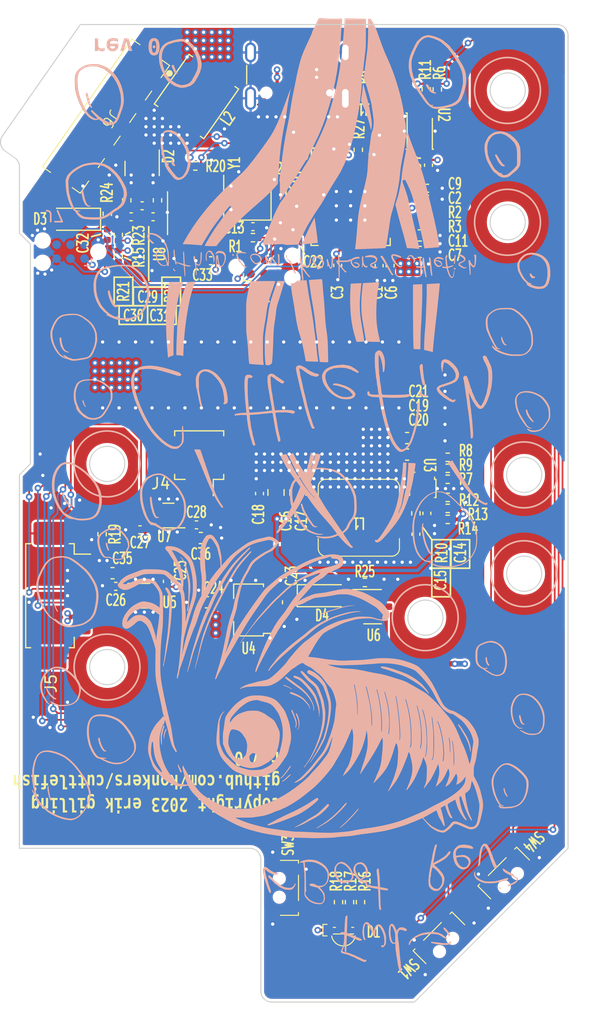
<source format=kicad_pcb>
(kicad_pcb (version 20231007) (generator pcbnew)
  (title_block (date "2023-11-06") (rev "0"))
  (layers (0 "F.Cu" signal) (1 "In1.Cu" signal) (2 "In2.Cu" signal) (31 "B.Cu" signal) (34 "B.Paste" user) (35 "F.Paste" user) (36 "B.SilkS" user "B.Silkscreen") (37 "F.SilkS" user "F.Silkscreen") (38 "B.Mask" user) (39 "F.Mask" user) (44 "Edge.Cuts" user))
  (net 0 "")
  (net 1 "+3V3")
  (net 2 "GND")
  (net 3 "+1V1")
  (net 4 "Net-(U1-XIN)")
  (net 5 "Net-(C13-Pad2)")
  (net 6 "Net-(U3-SS)")
  (net 7 "Net-(C15-Pad1)")
  (net 8 "/10V_SW")
  (net 9 "+10V")
  (net 10 "+24V")
  (net 11 "/RESET_N")
  (net 12 "Net-(U8-B)")
  (net 13 "Net-(U8-A)")
  (net 14 "/ONE_WIRE")
  (net 15 "Net-(D1-BK)")
  (net 16 "Net-(D1-GK)")
  (net 17 "Net-(D1-RK)")
  (net 18 "/PHOTON_RX485_N")
  (net 19 "/PHOTON_RX485_P")
  (net 21 "/USBD_P")
  (net 22 "VBUS")
  (net 23 "Net-(J1-CC2)")
  (net 24 "Net-(J1-CC1)")
  (net 27 "/SWCLK")
  (net 28 "/SWD")
  (net 29 "/PEEL_OUT_2")
  (net 30 "/PEEL_OUT_1")
  (net 31 "/DRIVE_OUT_2")
  (net 32 "/DRIVE_QUAD_A")
  (net 33 "/DRIVE_OUT_1")
  (net 34 "/DRIVE_QUAD_B")
  (net 35 "Net-(J6-Pin_5)")
  (net 36 "Net-(U1-XOUT)")
  (net 37 "Net-(U1-USB_DP)")
  (net 38 "Net-(U1-USB_DM)")
  (net 39 "/USB_BOOT_N")
  (net 40 "/QSPI_CS_N")
  (net 41 "Net-(U3-EN)")
  (net 42 "Net-(U3-BST)")
  (net 43 "Net-(U3-FB)")
  (net 44 "/LED_R")
  (net 45 "/LED_G")
  (net 46 "/LED_B")
  (net 47 "/MOTOR_EN")
  (net 48 "/PHOTON_TX_EN")
  (net 49 "/PHOTON_RX_EN_N")
  (net 50 "/BUTTON_FWD")
  (net 51 "/BUTTON_REV")
  (net 57 "/QSPI_SD1")
  (net 58 "/QSPI_SD2")
  (net 59 "/QSPI_SD3")
  (net 60 "/QSPI_SCLK")
  (net 64 "/QSPI_SD0")
  (net 66 "/DRIVE_1")
  (net 67 "/DRIVE_2")
  (net 68 "/PEEL_2")
  (net 69 "/PEEL_1")
  (net 70 "/PHOTON_TX")
  (net 71 "/PHOTON_RX")
  (net 72 "/V24_PREFILTER")
  (net 73 "Net-(U3-RT)")
  (net 74 "/USBD_N")
  (net 75 "/REG_3V_INPUT")
  (net 77 "/BOARD_ID_0")
  (net 78 "/BOARD_ID_1")
  (net 79 "/BOARD_ID_2")
  (net 80 "/BOARD_ID_3")
  (footprint "Capacitor_SMD:C_0402_1005Metric" (layer "F.Cu") (at 139.325 60.25)
    (property "Reference" "C12")
    (property "Value" "27pF")
  )
  (footprint "Resistor_SMD:R_0402_1005Metric" (layer "F.Cu") (at 157.075 92.1 180)
    (property "Reference" "R14")
    (property "Value" "1MΩ")
  )
  (footprint "Resistor_SMD:R_0402_1005Metric" (layer "F.Cu") (at 127.05 68.125 -90)
    (property "Reference" "R15")
    (property "Value" "10kΩ")
  )
  (footprint "Connector:Tag-Connect_TC2030-IDC-NL_2x03_P1.27mm_Vertical" (layer "F.Cu") (at 140.375 69.1)
    (property "Reference" "J2")
    (property "Value" "Conn_ARM_SWD_TagConnect_TC2030-NL")
  )
  (footprint "Resistor_SMD:R_0402_1005Metric" (layer "F.Cu") (at 130.625 63.05 90)
    (property "Reference" "R22")
    (property "Value" "20Ω")
  )
  (footprint "Resistor_SMD:R_0402_1005Metric" (layer "F.Cu") (at 147.125 126.95 90)
    (property "Reference" "R18")
    (property "Value" "470Ω")
  )
  (footprint "Capacitor_SMD:C_0603_1608Metric" (layer "F.Cu") (at 154.525 67.75)
    (property "Reference" "C7")
    (property "Value" "2.2uF")
  )
  (footprint "Capacitor_SMD:C_0402_1005Metric" (layer "F.Cu") (at 126.825 98.2 180)
    (property "Reference" "C26")
    (property "Value" "100nF")
  )
  (footprint "Resistor_SMD:R_0402_1005Metric" (layer "F.Cu") (at 157.075 90.1)
    (property "Reference" "R12")
    (property "Value" "10kΩ")
  )
  (footprint "Capacitor_SMD:C_0402_1005Metric" (layer "F.Cu") (at 147.375 58.45 90)
    (property "Reference" "C8")
    (property "Value" "100nF")
  )
  (footprint "Resistor_SMD:R_0402_1005Metric" (layer "F.Cu") (at 127.05 66.2 90)
    (property "Reference" "R23")
    (property "Value" "1kΩ")
  )
  (footprint "Capacitor_SMD:C_0402_1005Metric" (layer "F.Cu") (at 134.175 92.6)
    (property "Reference" "C28")
    (property "Value" "100nF")
  )
  (footprint "Capacitor_SMD:C_0402_1005Metric" (layer "F.Cu") (at 155.175 91.55 -90)
    (property "Reference" "C14")
    (property "Value" "100nF")
  )
  (footprint "Resistor_SMD:R_0402_1005Metric" (layer "F.Cu") (at 143.725 57.65)
    (property "Reference" "R29")
    (property "Value" "0Ω")
  )
  (footprint "Diode_SMD:D_SOD-123" (layer "F.Cu") (at 145.725 99.05)
    (property "Reference" "D4")
    (property "Value" "B5819W")
  )
  (footprint "Konkers_Connectors_Header:AVX_009155005541006" (layer "F.Cu") (at 125.934307 55.383189 -125)
    (property "Reference" "J6")
    (property "Value" "009155005541006")
  )
  (footprint "Package_SON:WSON-8-1EP_2x2mm_P0.5mm_EP0.9x1.6mm" (layer "F.Cu") (at 131.625 91.75 180)
    (property "Reference" "U7")
    (property "Value" "DRV8212PDSGR")
  )
  (footprint "Konkers_Mechanical_Switches:HYP_1TS003B_2600_3500A_CT" (layer "F.Cu") (at 141.725 125.65 90)
    (property "Reference" "SW3")
    (property "Value" "1TS003B-2600-3500A-CT")
  )
  (footprint "Connector_Molex:Molex_PicoBlade_53261-0271_1x02-1MP_P1.25mm_Horizontal" (layer "F.Cu") (at 134.425 86.75 180)
    (property "Reference" "J4")
    (property "Value" "0532610271")
  )
  (footprint "Resistor_SMD:R_0402_1005Metric" (layer "F.Cu") (at 157.075 91.1 180)
    (property "Reference" "R13")
    (property "Value" "130kΩ")
  )
  (footprint "Resistor_SMD:R_0402_1005Metric" (layer "F.Cu") (at 149.125 126.95 90)
    (property "Reference" "R16")
    (property "Value" "470Ω")
  )
  (footprint "Konkers_Diodes_LED:MEIHUA_MHS110FRGBCT" (layer "F.Cu") (at 147.575 129.55)
    (property "Reference" "D1")
    (property "Value" "MHS110FRGBCT")
  )
  (footprint "Capacitor_SMD:C_0402_1005Metric" (layer "F.Cu") (at 142.275 63.35 180)
    (property "Reference" "C5")
    (property "Value" "100nF")
  )
  (footprint "Capacitor_SMD:C_0603_1608Metric" (layer "F.Cu") (at 142.525 99.65 -90)
    (property "Reference" "C23")
    (property "Value" "10uF")
  )
  (footprint "Capacitor_SMD:C_0402_1005Metric" (layer "F.Cu") (at 131.525 97.75 90)
    (property "Reference" "C25")
    (property "Value" "100nF")
  )
  (footprint "Package_TO_SOT_SMD:SOT-89-3" (layer "F.Cu") (at 138.925 100.35 180)
    (property "Reference" "U4")
    (property "Value" "AZ1117CR-3.3")
  )
  (footprint "Resistor_SMD:R_0402_1005Metric" (layer "F.Cu") (at 127.825 63.05 90)
    (property "Reference" "R21")
    (property "Value" "20Ω")
  )
  (footprint "Capacitor_SMD:C_0402_1005Metric" (layer "F.Cu") (at 126.05 66.175 90)
    (property "Reference" "C32")
    (property "Value" "27pF")
  )
  (footprint "Resistor_SMD:R_0402_1005Metric" (layer "F.Cu") (at 139.325 66.45 180)
    (property "Reference" "R1")
    (property "Value" "1kΩ")
  )
  (footprint "Resistor_SMD:R_0402_1005Metric" (layer "F.Cu") (at 156.125 52.95 -90)
    (property "Reference" "R6")
    (property "Value" "1kΩ")
  )
  (footprint "Capacitor_SMD:C_0603_1608Metric" (layer "F.Cu") (at 154.525 66.25)
    (property "Reference" "C11")
    (property "Value" "2.2uF")
  )
  (footprint "Resistor_SMD:R_0402_1005Metric" (layer "F.Cu") (at 145.725 57.65)
    (property "Reference" "R28")
    (property "Value" "0Ω")
  )
  (footprint "Package_TO_SOT_SMD:SOT-583-8" (layer "F.Cu") (at 154.805 89.26 -90)
    (property "Reference" "U3")
    (property "Value" "TPS62933DRLR")
  )
  (footprint "Diode_SMD:D_SOD-123" (layer "F.Cu") (at 123.075 64.775 180)
    (property "Reference" "D3")
    (property "Value" "MMSZ4684T1G")
  )
  (footprint "Resistor_SMD:R_0402_1005Metric" (layer "F.Cu") (at 155.225 64.95)
    (property "Reference" "R3")
    (property "Value" "27Ω")
  )
  (footprint "Inductor_SMD:L_Sunlord_SWPA5020S" (layer "F.Cu") (at 134.175 53.6 -125)
    (property "Reference" "L2")
    (property "Value" "47uH")
  )
  (footprint "Resistor_SMD:R_0402_1005Metric" (layer "F.Cu") (at 155.125 52.95 -90)
    (property "Reference" "R11")
    (property "Value" "10kΩ")
  )
  (footprint "Resistor_SMD:R_0402_1005Metric" (layer "F.Cu") (at 149.525 97.85)
    (property "Reference" "R25")
    (property "Value" "10kΩ")
  )
  (footprint "Konkers_Inductors_SMD:Inductor_SMD_7.0mm_6.7mm_2.8mm" (layer "F.Cu") (at 148.975 91.95 180)
    (property "Reference" "L1")
    (property "Value" "10uH")
  )
  (footprint "Resistor_SMD:R_0402_1005Metric" (layer "F.Cu") (at 150.425 50.2 -90)
    (property "Reference" "R4")
    (property "Value" "5.1kΩ")
  )
  (footprint "Capacitor_SMD:C_0402_1005Metric" (layer "F.Cu") (at 151.825 69 -90)
    (property "Reference" "C6")
    (property "Value" "100nF")
  )
  (footprint "Resistor_SMD:R_0402_1005Metric" (layer "F.Cu") (at 157.075 88.45)
    (property "Reference" "R7")
    (property "Value" "0Ω")
  )
  (footprint "Resistor_SMD:R_0402_1005Metric" (layer "F.Cu") (at 155.225 63.95)
    (property "Reference" "R2")
    (property "Value" "27Ω")
  )
  (footprint "Resistor_SMD:R_0402_1005Metric" (layer "F.Cu") (at 148.925 58.45 -90)
    (property "Reference" "R27")
    (property "Value" "0Ω")
  )
  (footprint "Capacitor_SMD:C_0805_2012Metric" (layer "F.Cu") (at 143.425 89.65 90)
    (property "Reference" "C17")
    (property "Value" "22uF")
  )
  (footprint "Capacitor_SMD:C_0402_1005Metric" (layer "F.Cu") (at 155.225 61.95)
    (property "Reference" "C9")
    (property "Value" "100nF")
  )
  (footprint "Resistor_SMD:R_0402_1005Metric" (layer "F.Cu") (at 157.075 87.45)
    (property "Reference" "R9")
    (property "Value" "100kΩ")
  )
  (footprint "Capacitor_SMD:C_0402_1005Metric" (layer "F.Cu") (at 139.325 65.45 180)
    (property "Reference" "C13")
    (property "Value" "27pF")
  )
  (footprint "Capacitor_SMD:C_0402_1005Metric" (layer "F.Cu") (at 153.975 87.45 180)
    (property "Reference" "C20")
    (property "Value" "100nF")
  )
  (footprint "Capacitor_SMD:C_0603_1608Metric" (layer "F.Cu") (at 135.125 99.65 180)
    (property "Reference" "C24")
    (property "Value" "10uF")
  )
  (footprint "Capacitor_SMD:C_0603_1608Metric" (layer "F.Cu") (at 153.375 84.7 180)
    (property "Reference" "C21")
    (property "Value" "10uF")
  )
  (footprint "Capacitor_SMD:C_0402_1005Metric" (layer "F.Cu") (at 135.475 68.55)
    (property "Reference" "C33")
    (property "Value" "100nF")
  )
  (footprint "Capacitor_SMD:C_0402_1005Metric" (layer "F.Cu") (at 142.975 66.6 180)
    (property "Reference" "C22")
    (property "Value" "100nF")
  )
  (footprint "Capacitor_SMD:C_0603_1608Metric" (layer "F.Cu") (at 153.375 86.2 180)
    (property "Reference" "C19")
    (property "Value" "10uF")
  )
  (footprint "Resistor_SMD:R_0402_1005Metric" (layer "F.Cu") (at 154.175 91.55 -90)
    (property "Reference" "R10")
    (property "Value" "0Ω")
  )
  (footprint "Resistor_SMD:R_0402_1005Metric" (layer "F.Cu") (at 126.05 64.275 90)
    (property "Reference" "R24")
    (property "Value" "220Ω")
  )
  (footprint "Crystal:Crystal_SMD_3225-4Pin_3.2x2.5mm" (layer "F.Cu") (at 139.325 62.85 90)
    (property "Reference" "Y1")
    (property "Value" "12MHz")
  )
  (footprint "Capacitor_SMD:C_0603_1608Metric" (layer "F.Cu") (at 126.525 97 180)
    (property "Reference" "C35")
    (property "Value" "2.2uF")
  )
  (footprint "Capacitor_SMD:C_0402_1005Metric" (layer "F.Cu") (at 150.85 58.45 90)
    (property "Reference" "C4")
    (property "Value" "100nF")
  )
  (footprint "Capacitor_SMD:C_0402_1005Metric" (layer "F.Cu") (at 155.225 62.95)
    (property "Reference" "C2")
    (property "Value" "100nF")
  )
  (footprint "Capacitor_SMD:C_0402_1005Metric" (layer "F.Cu") (at 147.05 68.975 -90)
    (property "Reference" "C3")
    (property "Value" "100nF")
  )
  (footprint "Capacitor_SMD:C_0402_1005Metric" (layer "F.Cu") (at 128.225 64.55 180)
    (property "Reference" "C30")
    (property "Value" "470pF")
  )
  (footprint "Connector_USB:USB_C_Receptacle_GCT_USB4105-xx-A_16P_TopMnt_Horizontal" (layer "F.Cu") (at 143.425 50.66 180)
    (property "Reference" "J1")
    (property "Value" "USB4105-GF-A")
  )
  (footprint "Resistor_SMD:R_0402_1005Metric" (layer "F.Cu") (at 148.125 126.95 90)
    (property "Reference" "R17")
    (property "Value" "470Ω")
  )
  (footprint "Konkers_Package_SON:USON-8-1EP_3x2mm_P0.5mm_EP0.3x1.7mm" (layer "F.Cu") (at 154.525 56.75 -90)
    (property "Reference" "U2")
    (property "Value" "W25Q16JVUXIQ")
  )
  (footprint "Capacitor_SMD:C_0402_1005Metric" (layer "F.Cu") (at 155.325 59.85 -90)
    (property "Reference" "C34")
    (property "Value" "100nF")
  )
  (footprint "Capacitor_SMD:C_0402_1005Metric" (layer "F.Cu") (at 129.225 63.55)
    (property "Reference" "C29")
    (property "Value" "470pF")
  )
  (footprint "Konkers_Mechanical_Switches:HYP_1TS003B_2600_3500A_CT" (layer "F.Cu") (at 156.925 130.85 -135)
    (property "Reference" "SW1")
    (property "Value" "1TS003B-2600-3500A-CT")
  )
  (footprint "Capacitor_SMD:C_0603_1608Metric" (layer "F.Cu") (at 134.575 93.8)
    (property "Reference" "C36")
    (property "Value" "2.2uF")
  )
  (footprint "Resistor_SMD:R_0402_1005Metric" (layer "F.Cu") (at 157.075 86.45)
    (property "Reference" "R8")
    (property "Value" "1MΩ")
  )
  (footprint "Package_SO:SOIC-8_3.9x4.9mm_P1.27mm" (layer "F.Cu") (at 134.1 64.225 -90)
    (property "Reference" "U8")
    (property "Value" "MAX3078EM/TR")
  )
  (footprint "Capacitor_SMD:C_0402_1005Metric" (layer "F.Cu") (at 150.825 69 -90)
    (property "Reference" "C1")
    (property "Value" "100nF")
  )
  (footprint "Package_TO_SOT_SMD:SOT-23" (layer "F.Cu") (at 129.225 60.15 -90)
    (property "Reference" "D2")
    (property "Value" "SM712")
  )
  (footprint "Resistor_SMD:R_0402_1005Metric" (layer "F.Cu") (at 134.075 59.925)
    (property "Reference" "R20")
    (property "Value" "0Ω")
  )
  (footprint "Package_SON:WSON-8-1EP_2x2mm_P0.5mm_EP0.9x1.6mm" (layer "F.Cu") (at 129.425 99.05)
    (property "Reference" "U5")
    (property "Value" "DRV8212PDSGR")
  )
  (footprint "Package_DFN_QFN:QFN-56-1EP_7x7mm_P0.4mm_EP3.2x3.2mm" (layer "F.Cu") (at 148.225 63.55 -90)
    (property "Reference" "U1")
    (property "Value" "RP2040")
  )
  (footprint "Connector_Molex:Molex_PicoBlade_53261-0671_1x06-1MP_P1.25mm_Horizontal" (layer "F.Cu") (at 121.325 99.05 -90)
    (property "Reference" "J5")
    (property "Value" "0532610671")
  )
  (footprint "Capacitor_SMD:C_0805_2012Metric" (layer "F.Cu") (at 141.425 89.65 90)
    (property "Reference" "C16")
    (property "Value" "22uF")
  )
  (footprint "Capacitor_SMD:C_0402_1005Metric" (layer "F.Cu") (at 142.275 64.3 180)
    (property "Reference" "C10")
    (property "Value" "100nF")
  )
  (footprint "Capacitor_SMD:C_0402_1005Metric" (layer "F.Cu") (at 154.175 93.45 -90)
    (property "Reference" "C15")
    (property "Value" "100nF")
  )
  (footprint "Capacitor_SMD:C_0402_1005Metric" (layer "F.Cu") (at 139.925 89.75 90)
    (property "Reference" "C18")
    (property "Value" "100nF")
  )
  (footprint "Resistor_SMD:R_0402_1005Metric" (layer "F.Cu") (at 149.425 50.2 -90)
    (property "Reference" "R5")
    (property "Value" "5.1kΩ")
  )
  (footprint "Resistor_SMD:R_0402_1005Metric" (layer "F.Cu") (at 125.575 93.45 -90)
    (property "Reference" "R19")
    (property "Value" "10kΩ")
  )
  (footprint "Capacitor_SMD:C_0402_1005Metric" (layer "F.Cu") (at 130.225 64.55)
    (property "Reference" "C31")
    (property "Value" "470pF")
  )
  (footprint "Capacitor_SMD:C_0402_1005Metric" (layer "F.Cu") (at 129.025 93.05 180)
    (property "Reference" "C27")
    (property "Value" "100nF")
  )
  (footprint "Resistor_SMD:R_0402_1005Metric" (layer "F.Cu") (at 151.025 55.05 -90)
    (property "Reference" "R26")
    (property "Value" "0Ω")
  )
  (footprint "Package_TO_SOT_SMD:SOT-23-3" (layer "F.Cu") (at 150.225 100.05)
    (property "Reference" "U6")
    (property "Value" "DMG3415UQ-7")
  )
  (footprint "Konkers_Mechanical_Switches:HYP_1TS003B_2600_3500A_CT" (layer "F.Cu") (at 162.825 124.95 -135)
    (property "Reference" "SW4")
    (property "Value" "1TS003B-2600-3500A-CT")
  )
  (footprint "Connector:Tag-Connect_TC2030-IDC-NL_2x03_P1.27mm_Vertical" (layer "B.Cu") (at 122.7 67.725 180)
    (property "Reference" "J7")
    (property "Value" "Conn_ARM_SWD_TagConnect_TC2030-NL" hide)
  )
  (footprint "Cuttlefish:cuttlefish" (layer "B.Cu") (at 141.708404 90.650136)
    (property "Reference" "G***" hide)
    (property "Value" "LOGO" hide)
  )
  (gr_circle (center 126.025 87.05) (end 129.025 87.05) (stroke (width 0.15)) (fill none) (layer "B.SilkS"))
  (gr_circle (center 164.025 88.05) (end 167.025 88.05) (stroke (width 0.15)) (fill none) (layer "B.SilkS"))
  (gr_circle (center 162.525 65.05) (end 165.525 65.05) (stroke (width 0.15)) (fill none) (layer "B.SilkS"))
  (gr_circle (center 164.025 97.05) (end 167.025 97.05) (stroke (width 0.15)) (fill none) (layer "B.SilkS"))
  (gr_circle (center 126.025 105.55) (end 129.025 105.55) (stroke (width 0.15)) (fill none) (layer "B.SilkS"))
  (gr_circle (center 162.525 53.05) (end 165.525 53.05) (stroke (width 0.15)) (fill none) (layer "B.SilkS"))
  (gr_circle (center 155.025 101.05) (end 158.025 101.05) (stroke (width 0.15)) (fill none) (layer "B.SilkS"))
  (gr_rect (start 155.625 96.55) (end 157.325 99.15) (stroke (width 0.15)) (fill none) (layer "F.SilkS"))
  (gr_rect (start 127.125 72.65) (end 129.725 74.35) (stroke (width 0.15)) (fill none) (layer "F.SilkS"))
  (gr_line (start 128.125 65.95) (end 127.725 66.15) (stroke (width 0.15)) (layer "F.SilkS"))
  (gr_rect (start 129.725 72.65) (end 132.325 74.35) (stroke (width 0.15)) (fill none) (layer "F.SilkS"))
  (gr_line (start 129.825 70.35) (end 129.825 65.45) (stroke (width 0.15)) (layer "F.SilkS"))
  (gr_line (start 155.625 93.95) (end 154.825 92.85) (stroke (width 0.15)) (layer "F.SilkS"))
  (gr_line (start 128.175 68.5) (end 127.625 68.25) (stroke (width 0.15)) (layer "F.SilkS"))
  (gr_rect (start 126.675 70.05) (end 128.375 72.65) (stroke (width 0.15)) (fill none) (layer "F.SilkS"))
  (gr_line (start 144.025 67.95) (end 143.725 67.25) (stroke (width 0.15)) (layer "F.SilkS"))
  (gr_rect (start 157.375 93.95) (end 159.075 96.55) (stroke (width 0.15)) (fill none) (layer "F.SilkS"))
  (gr_rect (start 131.025 70.05) (end 132.725 72.65) (stroke (width 0.15)) (fill none) (layer "F.SilkS"))
  (gr_rect (start 128.425 70.95) (end 131.025 72.65) (stroke (width 0.15)) (fill none) (layer "F.SilkS"))
  (gr_rect (start 155.625 93.95) (end 157.325 96.55) (stroke (width 0.15)) (fill none) (layer "F.SilkS"))
  (gr_line (start 124.625 66.35) (end 125.425 66.15) (stroke (width 0.15)) (layer "F.SilkS"))
  (gr_poly locked (pts (xy 155.124996 99.45) (xy 155.20625 99.456179) (xy 155.286324 99.466354) (xy 155.365115 99.480424) (xy 155.442525 99.49829) (xy 155.518451 99.519851) (xy 155.592793 99.545006) (xy 155.665452 99.573654) (xy 155.736326 99.605695) (xy 155.805314 99.641029) (xy 155.872318 99.679555) (xy 155.937234 99.721173) (xy 155.999965 99.765781) (xy 156.060408 99.81328) (xy 156.118463 99.863569) (xy 156.17403 99.916547) (xy 156.227008 99.972114) (xy 156.277297 100.030169) (xy 156.324795 100.090612) (xy 156.369404 100.153342) (xy 156.411021 100.218259) (xy 156.449547 100.285262) (xy 156.484881 100.354251) (xy 156.516923 100.425125) (xy 156.545571 100.497783) (xy 156.570726 100.572126) (xy 156.592286 100.648052) (xy 156.610152 100.725461) (xy 156.624223 100.804252) (xy 156.634398 100.884326) (xy 156.640576 100.965581) (xy 156.642658 101.047917) (xy 156.640576 101.130252) (xy 156.634398 101.211507) (xy 156.624223 101.291581) (xy 156.610152 101.370372) (xy 156.592286 101.447781) (xy 156.570726 101.523708) (xy 156.545571 101.59805) (xy 156.516923 101.670709) (xy 156.484881 101.741583) (xy 156.449547 101.810571) (xy 156.411021 101.877574) (xy 156.369404 101.942491) (xy 156.324795 102.005222) (xy 156.277297 102.065665) (xy 156.227008 102.12372) (xy 156.17403 102.179287) (xy 156.118463 102.232265) (xy 156.060408 102.282554) (xy 155.999965 102.330052) (xy 155.937234 102.374661) (xy 155.872318 102.416278) (xy 155.805314 102.454804) (xy 155.736326 102.490138) (xy 155.665452 102.522179) (xy 155.592793 102.550828) (xy 155.518451 102.575982) (xy 155.442525 102.597543) (xy 155.365115 102.615409) (xy 155.286324 102.62948) (xy 155.20625 102.639655) (xy 155.124996 102.645833) (xy 155.04266 102.647915) (xy 154.960324 102.645833) (xy 154.879069 102.639655) (xy 154.798996 102.62948) (xy 154.720204 102.615409) (xy 154.642795 102.597543) (xy 154.566869 102.575982) (xy 154.492526 102.550828) (xy 154.419868 102.522179) (xy 154.348994 102.490138) (xy 154.280005 102.454804) (xy 154.213002 102.416278) (xy 154.148085 102.374661) (xy 154.085355 102.330052) (xy 154.024912 102.282554) (xy 153.966857 102.232265) (xy 153.91129 102.179287) (xy 153.858312 102.12372) (xy 153.808023 102.065665) (xy 153.760524 102.005222) (xy 153.715916 101.942491) (xy 153.674298 101.877574) (xy 153.635772 101.810571) (xy 153.600438 101.741583) (xy 153.568397 101.670709) (xy 153.539749 101.59805) (xy 153.514594 101.523708) (xy 153.493033 101.447781) (xy 153.475168 101.370372) (xy 153.461097 101.291581) (xy 153.450922 101.211507) (xy 153.444743 101.130252) (xy 153.442661 101.047917) (xy 153.444743 100.965581) (xy 153.450922 100.884326) (xy 153.461097 100.804252) (xy 153.475168 100.725461) (xy 153.493033 100.648052) (xy 153.514594 100.572126) (xy 153.539749 100.497783) (xy 153.568397 100.425125) (xy 153.600438 100.354251) (xy 153.635772 100.285262) (xy 153.674298 100.218259) (xy 153.715916 100.153342) (xy 153.760524 100.090612) (xy 153.808023 100.030169) (xy 153.858312 99.972114) (xy 153.91129 99.916547) (xy 153.966857 99.863569) (xy 154.024912 99.81328) (xy 154.085355 99.765781) (xy 154.148085 99.721173) (xy 154.213002 99.679555) (xy 154.280005 99.641029) (xy 154.348994 99.605695) (xy 154.419868 99.573654) (xy 154.492526 99.545006) (xy 154.566869 99.519851) (xy 154.642795 99.49829) (xy 154.720204 99.480424) (xy 154.798996 99.466354) (xy 154.879069 99.456179) (xy 154.960324 99.45) (xy 155.04266 99.447918)) (stroke (width 0.1)) (fill none) (layer "Edge.Cuts"))
  (gr_poly locked (pts (xy 126.125 103.95) (xy 126.206255 103.956179) (xy 126.286329 103.966354) (xy 126.36512 103.980424) (xy 126.442529 103.99829) (xy 126.518456 104.019851) (xy 126.592798 104.045006) (xy 126.665457 104.073654) (xy 126.736331 104.105695) (xy 126.80532 104.141029) (xy 126.872323 104.179555) (xy 126.93724 104.221173) (xy 126.99997 104.265781) (xy 127.060413 104.31328) (xy 127.118469 104.363569) (xy 127.174036 104.416547) (xy 127.227014 104.472114) (xy 127.277303 104.530169) (xy 127.324801 104.590612) (xy 127.36941 104.653342) (xy 127.411027 104.718259) (xy 127.449553 104.785262) (xy 127.484887 104.854251) (xy 127.516929 104.925125) (xy 127.545577 104.997783) (xy 127.570732 105.072126) (xy 127.592293 105.148052) (xy 127.610159 105.225461) (xy 127.624229 105.304252) (xy 127.634404 105.384326) (xy 127.640583 105.465581) (xy 127.642665 105.547917) (xy 127.640583 105.630252) (xy 127.634404 105.711507) (xy 127.624229 105.791581) (xy 127.610159 105.870372) (xy 127.592293 105.947781) (xy 127.570732 106.023708) (xy 127.545577 106.09805) (xy 127.516929 106.170709) (xy 127.484887 106.241583) (xy 127.449553 106.310571) (xy 127.411027 106.377574) (xy 127.36941 106.442491) (xy 127.324801 106.505222) (xy 127.277303 106.565665) (xy 127.227014 106.62372) (xy 127.174036 106.679287) (xy 127.118469 106.732265) (xy 127.060413 106.782554) (xy 126.99997 106.830052) (xy 126.93724 106.874661) (xy 126.872323 106.916278) (xy 126.80532 106.954804) (xy 126.736331 106.990138) (xy 126.665457 107.022179) (xy 126.592798 107.050828) (xy 126.518456 107.075982) (xy 126.442529 107.097543) (xy 126.36512 107.115409) (xy 126.286329 107.12948) (xy 126.206255 107.139655) (xy 126.125 107.145833) (xy 126.042665 107.147915) (xy 125.960329 107.145833) (xy 125.879074 107.139655) (xy 125.799 107.12948) (xy 125.720209 107.115409) (xy 125.6428 107.097543) (xy 125.566873 107.075982) (xy 125.492531 107.050828) (xy 125.419872 107.022179) (xy 125.348998 106.990138) (xy 125.280009 106.954804) (xy 125.213006 106.916278) (xy 125.148089 106.874661) (xy 125.085359 106.830052) (xy 125.024916 106.782554) (xy 124.966861 106.732265) (xy 124.911294 106.679287) (xy 124.858315 106.62372) (xy 124.808027 106.565665) (xy 124.760528 106.505222) (xy 124.715919 106.442491) (xy 124.674302 106.377574) (xy 124.635776 106.310571) (xy 124.600442 106.241583) (xy 124.5684 106.170709) (xy 124.539752 106.09805) (xy 124.514597 106.023708) (xy 124.493036 105.947781) (xy 124.47517 105.870372) (xy 124.4611 105.791581) (xy 124.450925 105.711507) (xy 124.444746 105.630252) (xy 124.442664 105.547917) (xy 124.444746 105.465581) (xy 124.450925 105.384326) (xy 124.4611 105.304252) (xy 124.47517 105.225461) (xy 124.493036 105.148052) (xy 124.514597 105.072126) (xy 124.539752 104.997783) (xy 124.5684 104.925125) (xy 124.600442 104.854251) (xy 124.635776 104.785262) (xy 124.674302 104.718259) (xy 124.715919 104.653342) (xy 124.760528 104.590612) (xy 124.808027 104.530169) (xy 124.858315 104.472114) (xy 124.911294 104.416547) (xy 124.966861 104.363569) (xy 125.024916 104.31328) (xy 125.085359 104.265781) (xy 125.148089 104.221173) (xy 125.213006 104.179555) (xy 125.280009 104.141029) (xy 125.348998 104.105695) (xy 125.419872 104.073654) (xy 125.492531 104.045006) (xy 125.566873 104.019851) (xy 125.6428 103.99829) (xy 125.720209 103.980424) (xy 125.799 103.966354) (xy 125.879074 103.956179) (xy 125.960329 103.95) (xy 126.042665 103.947918)) (stroke (width 0.1)) (fill none) (layer "Edge.Cuts"))
  (gr_poly locked (pts (xy 164.124996 86.45) (xy 164.20625 86.456179) (xy 164.286324 86.466354) (xy 164.365115 86.480424) (xy 164.442525 86.49829) (xy 164.518451 86.519851) (xy 164.592793 86.545006) (xy 164.665452 86.573654) (xy 164.736326 86.605695) (xy 164.805314 86.641029) (xy 164.872318 86.679555) (xy 164.937234 86.721173) (xy 164.999965 86.765781) (xy 165.060408 86.81328) (xy 165.118463 86.863569) (xy 165.17403 86.916547) (xy 165.227008 86.972114) (xy 165.277297 87.030169) (xy 165.324795 87.090612) (xy 165.369404 87.153342) (xy 165.411021 87.218259) (xy 165.449547 87.285262) (xy 165.484881 87.354251) (xy 165.516923 87.425125) (xy 165.545571 87.497783) (xy 165.570726 87.572126) (xy 165.592286 87.648052) (xy 165.610152 87.725461) (xy 165.624223 87.804252) (xy 165.634398 87.884326) (xy 165.640576 87.965581) (xy 165.642658 88.047917) (xy 165.640576 88.130252) (xy 165.634398 88.211507) (xy 165.624223 88.291581) (xy 165.610152 88.370372) (xy 165.592286 88.447781) (xy 165.570726 88.523708) (xy 165.545571 88.59805) (xy 165.516923 88.670709) (xy 165.484881 88.741583) (xy 165.449547 88.810571) (xy 165.411021 88.877574) (xy 165.369404 88.942491) (xy 165.324795 89.005222) (xy 165.277297 89.065665) (xy 165.227008 89.12372) (xy 165.17403 89.179287) (xy 165.118463 89.232265) (xy 165.060408 89.282554) (xy 164.999965 89.330052) (xy 164.937234 89.374661) (xy 164.872318 89.416278) (xy 164.805314 89.454804) (xy 164.736326 89.490138) (xy 164.665452 89.522179) (xy 164.592793 89.550828) (xy 164.518451 89.575982) (xy 164.442525 89.597543) (xy 164.365115 89.615409) (xy 164.286324 89.62948) (xy 164.20625 89.639655) (xy 164.124996 89.645833) (xy 164.04266 89.647915) (xy 163.960324 89.645833) (xy 163.879069 89.639655) (xy 163.798996 89.62948) (xy 163.720204 89.615409) (xy 163.642795 89.597543) (xy 163.566869 89.575982) (xy 163.492526 89.550828) (xy 163.419868 89.522179) (xy 163.348994 89.490138) (xy 163.280005 89.454804) (xy 163.213002 89.416278) (xy 163.148085 89.374661) (xy 163.085355 89.330052) (xy 163.024912 89.282554) (xy 162.966857 89.232265) (xy 162.91129 89.179287) (xy 162.858312 89.12372) (xy 162.808023 89.065665) (xy 162.760524 89.005222) (xy 162.715916 88.942491) (xy 162.674298 88.877574) (xy 162.635772 88.810571) (xy 162.600438 88.741583) (xy 162.568397 88.670709) (xy 162.539749 88.59805) (xy 162.514594 88.523708) (xy 162.493033 88.447781) (xy 162.475168 88.370372) (xy 162.461097 88.291581) (xy 162.450922 88.211507) (xy 162.444743 88.130252) (xy 162.442661 88.047917) (xy 162.444743 87.965581) (xy 162.450922 87.884326) (xy 162.461097 87.804252) (xy 162.475168 87.725461) (xy 162.493033 87.648052) (xy 162.514594 87.572126) (xy 162.539749 87.497783) (xy 162.568397 87.425125) (xy 162.600438 87.354251) (xy 162.635772 87.285262) (xy 162.674298 87.218259) (xy 162.715916 87.153342) (xy 162.760524 87.090612) (xy 162.808023 87.030169) (xy 162.858312 86.972114) (xy 162.91129 86.916547) (xy 162.966857 86.863569) (xy 163.024912 86.81328) (xy 163.085355 86.765781) (xy 163.148085 86.721173) (xy 163.213002 86.679555) (xy 163.280005 86.641029) (xy 163.348994 86.605695) (xy 163.419868 86.573654) (xy 163.492526 86.545006) (xy 163.566869 86.519851) (xy 163.642795 86.49829) (xy 163.720204 86.480424) (xy 163.798996 86.466354) (xy 163.879069 86.456179) (xy 163.960324 86.45) (xy 164.04266 86.447918)) (stroke (width 0.1)) (fill none) (layer "Edge.Cuts"))
  (gr_poly locked (pts (xy 164.124996 95.45) (xy 164.20625 95.456179) (xy 164.286324 95.466354) (xy 164.365115 95.480424) (xy 164.442525 95.49829) (xy 164.518451 95.519851) (xy 164.592793 95.545006) (xy 164.665452 95.573654) (xy 164.736326 95.605695) (xy 164.805314 95.641029) (xy 164.872318 95.679555) (xy 164.937234 95.721173) (xy 164.999965 95.765781) (xy 165.060408 95.81328) (xy 165.118463 95.863569) (xy 165.17403 95.916547) (xy 165.227008 95.972114) (xy 165.277297 96.030169) (xy 165.324795 96.090612) (xy 165.369404 96.153342) (xy 165.411021 96.218259) (xy 165.449547 96.285262) (xy 165.484881 96.354251) (xy 165.516923 96.425125) (xy 165.545571 96.497783) (xy 165.570726 96.572126) (xy 165.592286 96.648052) (xy 165.610152 96.725461) (xy 165.624223 96.804252) (xy 165.634398 96.884326) (xy 165.640576 96.965581) (xy 165.642658 97.047917) (xy 165.640576 97.130252) (xy 165.634398 97.211507) (xy 165.624223 97.291581) (xy 165.610152 97.370372) (xy 165.592286 97.447781) (xy 165.570726 97.523708) (xy 165.545571 97.59805) (xy 165.516923 97.670709) (xy 165.484881 97.741583) (xy 165.449547 97.810571) (xy 165.411021 97.877574) (xy 165.369404 97.942491) (xy 165.324795 98.005222) (xy 165.277297 98.065665) (xy 165.227008 98.12372) (xy 165.17403 98.179287) (xy 165.118463 98.232265) (xy 165.060408 98.282554) (xy 164.999965 98.330052) (xy 164.937234 98.374661) (xy 164.872318 98.416278) (xy 164.805314 98.454804) (xy 164.736326 98.490138) (xy 164.665452 98.522179) (xy 164.592793 98.550828) (xy 164.518451 98.575982) (xy 164.442525 98.597543) (xy 164.365115 98.615409) (xy 164.286324 98.62948) (xy 164.20625 98.639655) (xy 164.124996 98.645833) (xy 164.04266 98.647915) (xy 163.960324 98.645833) (xy 163.879069 98.639655) (xy 163.798996 98.62948) (xy 163.720204 98.615409) (xy 163.642795 98.597543) (xy 163.566869 98.575982) (xy 163.492526 98.550828) (xy 163.419868 98.522179) (xy 163.348994 98.490138) (xy 163.280005 98.454804) (xy 163.213002 98.416278) (xy 163.148085 98.374661) (xy 163.085355 98.330052) (xy 163.024912 98.282554) (xy 162.966857 98.232265) (xy 162.91129 98.179287) (xy 162.858312 98.12372) (xy 162.808023 98.065665) (xy 162.760524 98.005222) (xy 162.715916 97.942491) (xy 162.674298 97.877574) (xy 162.635772 97.810571) (xy 162.600438 97.741583) (xy 162.568397 97.670709) (xy 162.539749 97.59805) (xy 162.514594 97.523708) (xy 162.493033 97.447781) (xy 162.475168 97.370372) (xy 162.461097 97.291581) (xy 162.450922 97.211507) (xy 162.444743 97.130252) (xy 162.442661 97.047917) (xy 162.444743 96.965581) (xy 162.450922 96.884326) (xy 162.461097 96.804252) (xy 162.475168 96.725461) (xy 162.493033 96.648052) (xy 162.514594 96.572126) (xy 162.539749 96.497783) (xy 162.568397 96.425125) (xy 162.600438 96.354251) (xy 162.635772 96.285262) (xy 162.674298 96.218259) (xy 162.715916 96.153342) (xy 162.760524 96.090612) (xy 162.808023 96.030169) (xy 162.858312 95.972114) (xy 162.91129 95.916547) (xy 162.966857 95.863569) (xy 163.024912 95.81328) (xy 163.085355 95.765781) (xy 163.148085 95.721173) (xy 163.213002 95.679555) (xy 163.280005 95.641029) (xy 163.348994 95.605695) (xy 163.419868 95.573654) (xy 163.492526 95.545006) (xy 163.566869 95.519851) (xy 163.642795 95.49829) (xy 163.720204 95.480424) (xy 163.798996 95.466354) (xy 163.879069 95.456179) (xy 163.960324 95.45) (xy 164.04266 95.447918)) (stroke (width 0.1)) (fill none) (layer "Edge.Cuts"))
  (gr_poly locked (pts (xy 126.125 85.45) (xy 126.206255 85.456179) (xy 126.286329 85.466354) (xy 126.36512 85.480424) (xy 126.442529 85.49829) (xy 126.518456 85.519851) (xy 126.592798 85.545006) (xy 126.665457 85.573654) (xy 126.736331 85.605695) (xy 126.80532 85.641029) (xy 126.872323 85.679555) (xy 126.93724 85.721173) (xy 126.99997 85.765781) (xy 127.060413 85.81328) (xy 127.118469 85.863569) (xy 127.174036 85.916547) (xy 127.227014 85.972114) (xy 127.277303 86.030169) (xy 127.324801 86.090612) (xy 127.36941 86.153342) (xy 127.411027 86.218259) (xy 127.449553 86.285262) (xy 127.484887 86.354251) (xy 127.516929 86.425125) (xy 127.545577 86.497783) (xy 127.570732 86.572126) (xy 127.592293 86.648052) (xy 127.610159 86.725461) (xy 127.624229 86.804252) (xy 127.634404 86.884326) (xy 127.640583 86.965581) (xy 127.642665 87.047917) (xy 127.640583 87.130252) (xy 127.634404 87.211507) (xy 127.624229 87.291581) (xy 127.610159 87.370372) (xy 127.592293 87.447781) (xy 127.570732 87.523708) (xy 127.545577 87.59805) (xy 127.516929 87.670709) (xy 127.484887 87.741583) (xy 127.449553 87.810571) (xy 127.411027 87.877574) (xy 127.36941 87.942491) (xy 127.324801 88.005222) (xy 127.277303 88.065665) (xy 127.227014 88.12372) (xy 127.174036 88.179287) (xy 127.118469 88.232265) (xy 127.060413 88.282554) (xy 126.99997 88.330052) (xy 126.93724 88.374661) (xy 126.872323 88.416278) (xy 126.80532 88.454804) (xy 126.736331 88.490138) (xy 126.665457 88.522179) (xy 126.592798 88.550828) (xy 126.518456 88.575982) (xy 126.442529 88.597543) (xy 126.36512 88.615409) (xy 126.286329 88.62948) (xy 126.206255 88.639655) (xy 126.125 88.645833) (xy 126.042665 88.647915) (xy 125.960329 88.645833) (xy 125.879074 88.639655) (xy 125.799 88.62948) (xy 125.720209 88.615409) (xy 125.6428 88.597543) (xy 125.566873 88.575982) (xy 125.492531 88.550828) (xy 125.419872 88.522179) (xy 125.348998 88.490138) (xy 125.280009 88.454804) (xy 125.213006 88.416278) (xy 125.148089 88.374661) (xy 125.085359 88.330052) (xy 125.024916 88.282554) (xy 124.966861 88.232265) (xy 124.911294 88.179287) (xy 124.858315 88.12372) (xy 124.808027 88.065665) (xy 124.760528 88.005222) (xy 124.715919 87.942491) (xy 124.674302 87.877574) (xy 124.635776 87.810571) (xy 124.600442 87.741583) (xy 124.5684 87.670709) (xy 124.539752 87.59805) (xy 124.514597 87.523708) (xy 124.493036 87.447781) (xy 124.47517 87.370372) (xy 124.4611 87.291581) (xy 124.450925 87.211507) (xy 124.444746 87.130252) (xy 124.442664 87.047917) (xy 124.444746 86.965581) (xy 124.450925 86.884326) (xy 124.4611 86.804252) (xy 124.47517 86.725461) (xy 124.493036 86.648052) (xy 124.514597 86.572126) (xy 124.539752 86.497783) (xy 124.5684 86.425125) (xy 124.600442 86.354251) (xy 124.635776 86.285262) (xy 124.674302 86.218259) (xy 124.715919 86.153342) (xy 124.760528 86.090612) (xy 124.808027 86.030169) (xy 124.858315 85.972114) (xy 124.911294 85.916547) (xy 124.966861 85.863569) (xy 125.024916 85.81328) (xy 125.085359 85.765781) (xy 125.148089 85.721173) (xy 125.213006 85.679555) (xy 125.280009 85.641029) (xy 125.348998 85.605695) (xy 125.419872 85.573654) (xy 125.492531 85.545006) (xy 125.566873 85.519851) (xy 125.6428 85.49829) (xy 125.720209 85.480424) (xy 125.799 85.466354) (xy 125.879074 85.456179) (xy 125.960329 85.45) (xy 126.042665 85.447918)) (stroke (width 0.1)) (fill none) (layer "Edge.Cuts"))
  (gr_poly locked (pts (xy 162.624996 51.450003) (xy 162.70625 51.456182) (xy 162.786324 51.466357) (xy 162.865115 51.480428) (xy 162.942525 51.498293) (xy 163.018451 51.519854) (xy 163.092793 51.545008) (xy 163.165452 51.573657) (xy 163.236326 51.605698) (xy 163.305314 51.641032) (xy 163.372318 51.679558) (xy 163.437234 51.721175) (xy 163.499965 51.765783) (xy 163.560408 51.813282) (xy 163.618463 51.863571) (xy 163.67403 51.916548) (xy 163.727008 51.972115) (xy 163.777297 52.03017) (xy 163.824795 52.090613) (xy 163.869404 52.153344) (xy 163.911021 52.218261) (xy 163.949547 52.285264) (xy 163.984881 52.354252) (xy 164.016923 52.425126) (xy 164.045571 52.497785) (xy 164.070726 52.572128) (xy 164.092286 52.648054) (xy 164.110152 52.725463) (xy 164.124223 52.804255) (xy 164.134398 52.884329) (xy 164.140576 52.965584) (xy 164.142658 53.04792) (xy 164.140576 53.130256) (xy 164.134398 53.211511) (xy 164.124223 53.291585) (xy 164.110152 53.370377) (xy 164.092286 53.447786) (xy 164.070726 53.523712) (xy 164.045571 53.598055) (xy 164.016923 53.670713) (xy 163.984881 53.741587) (xy 163.949547 53.810576) (xy 163.911021 53.877579) (xy 163.869404 53.942496) (xy 163.824795 54.005226) (xy 163.777297 54.065669) (xy 163.727008 54.123724) (xy 163.67403 54.179291) (xy 163.618463 54.232269) (xy 163.560408 54.282558) (xy 163.499965 54.330056) (xy 163.437234 54.374665) (xy 163.372318 54.416282) (xy 163.305314 54.454808) (xy 163.236326 54.490142) (xy 163.165452 54.522183) (xy 163.092793 54.550831) (xy 163.018451 54.575986) (xy 162.942525 54.597546) (xy 162.865115 54.615412) (xy 162.786324 54.629483) (xy 162.70625 54.639657) (xy 162.624996 54.645836) (xy 162.54266 54.647918) (xy 162.460324 54.645836) (xy 162.379069 54.639657) (xy 162.298996 54.629483) (xy 162.220204 54.615412) (xy 162.142795 54.597546) (xy 162.066869 54.575986) (xy 161.992526 54.550831) (xy 161.919868 54.522183) (xy 161.848994 54.490142) (xy 161.780005 54.454808) (xy 161.713002 54.416282) (xy 161.648085 54.374665) (xy 161.585355 54.330056) (xy 161.524912 54.282558) (xy 161.466857 54.232269) (xy 161.41129 54.179291) (xy 161.358312 54.123724) (xy 161.308023 54.065669) (xy 161.260524 54.005226) (xy 161.215916 53.942496) (xy 161.174298 53.877579) (xy 161.135772 53.810576) (xy 161.100438 53.741587) (xy 161.068397 53.670713) (xy 161.039749 53.598055) (xy 161.014594 53.523712) (xy 160.993033 53.447786) (xy 160.975168 53.370377) (xy 160.961097 53.291585) (xy 160.950922 53.211511) (xy 160.944743 53.130256) (xy 160.942661 53.04792) (xy 160.944743 52.965584) (xy 160.950922 52.884329) (xy 160.961097 52.804255) (xy 160.975168 52.725463) (xy 160.993033 52.648054) (xy 161.014594 52.572128) (xy 161.039749 52.497785) (xy 161.068397 52.425126) (xy 161.100438 52.354252) (xy 161.135772 52.285264) (xy 161.174298 52.218261) (xy 161.215916 52.153344) (xy 161.260524 52.090613) (xy 161.308023 52.03017) (xy 161.358312 51.972115) (xy 161.41129 51.916548) (xy 161.466857 51.863571) (xy 161.524912 51.813282) (xy 161.585355 51.765783) (xy 161.648085 51.721175) (xy 161.713002 51.679558) (xy 161.780005 51.641032) (xy 161.848994 51.605698) (xy 161.919868 51.573657) (xy 161.992526 51.545008) (xy 162.066869 51.519854) (xy 162.142795 51.498293) (xy 162.220204 51.480428) (xy 162.298996 51.466357) (xy 162.379069 51.456182) (xy 162.460324 51.450003) (xy 162.54266 51.447922)) (stroke (width 0.1)) (fill none) (layer "Edge.Cuts"))
  (gr_poly locked (pts (xy 167.092247 47.04915) (xy 167.141498 47.052814) (xy 167.19033 47.058879) (xy 167.238661 47.067313) (xy 167.28641 47.078079) (xy 167.333495 47.091145) (xy 167.379833 47.106477) (xy 167.425343 47.12404) (xy 167.469943 47.143801) (xy 167.51355 47.165726) (xy 167.556083 47.189781) (xy 167.59746 47.215931) (xy 167.637599 47.244143) (xy 167.676418 47.274384) (xy 167.713835 47.306618) (xy 167.749767 47.340813) (xy 167.783962 47.376746) (xy 167.816196 47.414163) (xy 167.846437 47.452982) (xy 167.874649 47.493121) (xy 167.9008 47.534498) (xy 167.924855 47.577031) (xy 167.946779 47.620639) (xy 167.96654 47.665239) (xy 167.984104 47.710749) (xy 167.999435 47.757087) (xy 168.012501 47.804172) (xy 168.023268 47.851921) (xy 168.031701 47.900252) (xy 168.037767 47.949084) (xy 168.041431 47.998334) (xy 168.04266 48.047921) (xy 168.04266 122.047917) (xy 154.04266 136.047917) (xy 141.042664 136.047917) (xy 140.993076 136.046688) (xy 140.943826 136.043023) (xy 140.894994 136.036958) (xy 140.846662 136.028525) (xy 140.798913 136.017758) (xy 140.751828 136.004692) (xy 140.70549 135.989361) (xy 140.65998 135.971797) (xy 140.61538 135.952036) (xy 140.571772 135.930111) (xy 140.529239 135.906057) (xy 140.487862 135.879906) (xy 140.447724 135.851694) (xy 140.408905 135.821453) (xy 140.371488 135.789219) (xy 140.335556 135.755024) (xy 140.301362 135.719091) (xy 140.269127 135.681675) (xy 140.238887 135.642856) (xy 140.210675 135.602717) (xy 140.184524 135.561339) (xy 140.16047 135.518806) (xy 140.138545 135.475198) (xy 140.118784 135.430599) (xy 140.10122 135.385088) (xy 140.085889 135.33875) (xy 140.072822 135.291665) (xy 140.062056 135.243916) (xy 140.053623 135.195585) (xy 140.047557 135.146753) (xy 140.043893 135.097503) (xy 140.042664 135.047917) (xy 140.042664 123.047917) (xy 140.041435 122.99833) (xy 140.03777 122.94908) (xy 140.031705 122.900248) (xy 140.023271 122.851917) (xy 140.012505 122.804168) (xy 139.999439 122.757083) (xy 139.984107 122.710745) (xy 139.966543 122.665235) (xy 139.946782 122.620635) (xy 139.924858 122.577027) (xy 139.900803 122.534494) (xy 139.874652 122.493117) (xy 139.84644 122.452978) (xy 139.8162 122.414159) (xy 139.783965 122.376742) (xy 139.749771 122.340809) (xy 139.713839 122.306614) (xy 139.676422 122.27438) (xy 139.637604 122.244139) (xy 139.597465 122.215927) (xy 139.556088 122.189776) (xy 139.513555 122.165722) (xy 139.469947 122.143797) (xy 139.425348 122.124036) (xy 139.379838 122.106473) (xy 139.333499 122.091141) (xy 139.286414 122.078075) (xy 139.238665 122.067309) (xy 139.190334 122.058875) (xy 139.141501 122.05281) (xy 139.092251 122.049146) (xy 139.042664 122.047917) (xy 118.042665 122.047917) (xy 118.042665 88.047917) (xy 119.042665 87.047917) (xy 119.042665 67.047919) (xy 118.042665 66.047919) (xy 118.042665 59.995116) (xy 118.040813 59.934205) (xy 118.035305 59.873918) (xy 118.026217 59.814399) (xy 118.013623 59.755793) (xy 117.997597 59.698242) (xy 117.978214 59.64189) (xy 117.95555 59.586881) (xy 117.929679 59.533359) (xy 117.900676 59.481467) (xy 117.868616 59.43135) (xy 117.833573 59.38315) (xy 117.795623 59.337012) (xy 117.75484 59.293079) (xy 117.711299 59.251495) (xy 117.665074 59.212403) (xy 117.616241 59.175948) (xy 116.747325 58.567527) (xy 116.705918 58.536945) (xy 116.666534 58.504653) (xy 116.629186 58.470738) (xy 116.593892 58.435289) (xy 116.560665 58.398392) (xy 116.529523 58.360135) (xy 116.500479 58.320606) (xy 116.47355 58.279892) (xy 116.448752 58.238081) (xy 116.426098 58.19526) (xy 116.405606 58.151516) (xy 116.38729 58.106938) (xy 116.371165 58.061612) (xy 116.357248 58.015626) (xy 116.345553 57.969068) (xy 116.336096 57.922025) (xy 116.328893 57.874585) (xy 116.323958 57.826834) (xy 116.321308 57.778862) (xy 116.320958 57.730754) (xy 116.322923 57.6826) (xy 116.327218 57.634485) (xy 116.33386 57.586498) (xy 116.342862 57.538726) (xy 116.354242 57.491257) (xy 116.368014 57.444178) (xy 116.384194 57.397576) (xy 116.402797 57.35154) (xy 116.423839 57.306156) (xy 116.447334 57.261513) (xy 116.473299 57.217697) (xy 116.501749 57.174796) (xy 123.592665 47.047921) (xy 167.04266 47.047921)) (stroke (width 0.1)) (fill none) (layer "Edge.Cuts"))
  (gr_poly locked (pts (xy 162.624996 63.450002) (xy 162.70625 63.456181) (xy 162.786324 63.466356) (xy 162.865115 63.480426) (xy 162.942525 63.498292) (xy 163.018451 63.519852) (xy 163.092793 63.545007) (xy 163.165452 63.573655) (xy 163.236326 63.605697) (xy 163.305314 63.64103) (xy 163.372318 63.679556) (xy 163.437234 63.721173) (xy 163.499965 63.765782) (xy 163.560408 63.81328) (xy 163.618463 63.863569) (xy 163.67403 63.916547) (xy 163.727008 63.972114) (xy 163.777297 64.030169) (xy 163.824795 64.090612) (xy 163.869404 64.153342) (xy 163.911021 64.218259) (xy 163.949547 64.285262) (xy 163.984881 64.354251) (xy 164.016923 64.425125) (xy 164.045571 64.497784) (xy 164.070726 64.572126) (xy 164.092286 64.648052) (xy 164.110152 64.725462) (xy 164.124223 64.804254) (xy 164.134398 64.884327) (xy 164.140576 64.965582) (xy 164.142658 65.047919) (xy 164.140576 65.130255) (xy 164.134398 65.21151) (xy 164.124223 65.291584) (xy 164.110152 65.370375) (xy 164.092286 65.447785) (xy 164.070726 65.523711) (xy 164.045571 65.598054) (xy 164.016923 65.670712) (xy 163.984881 65.741586) (xy 163.949547 65.810575) (xy 163.911021 65.877578) (xy 163.869404 65.942495) (xy 163.824795 66.005225) (xy 163.777297 66.065668) (xy 163.727008 66.123723) (xy 163.67403 66.17929) (xy 163.618463 66.232268) (xy 163.560408 66.282557) (xy 163.499965 66.330055) (xy 163.437234 66.374664) (xy 163.372318 66.416281) (xy 163.305314 66.454807) (xy 163.236326 66.490141) (xy 163.165452 66.522182) (xy 163.092793 66.55083) (xy 163.018451 66.575985) (xy 162.942525 66.597545) (xy 162.865115 66.615411) (xy 162.786324 66.629482) (xy 162.70625 66.639656) (xy 162.624996 66.645835) (xy 162.54266 66.647917) (xy 162.460324 66.645835) (xy 162.379069 66.639656) (xy 162.298996 66.629482) (xy 162.220204 66.615411) (xy 162.142795 66.597545) (xy 162.066869 66.575985) (xy 161.992526 66.55083) (xy 161.919868 66.522182) (xy 161.848994 66.490141) (xy 161.780005 66.454807) (xy 161.713002 66.416281) (xy 161.648085 66.374664) (xy 161.585355 66.330055) (xy 161.524912 66.282557) (xy 161.466857 66.232268) (xy 161.41129 66.17929) (xy 161.358312 66.123723) (xy 161.308023 66.065668) (xy 161.260524 66.005225) (xy 161.215916 65.942495) (xy 161.174298 65.877578) (xy 161.135772 65.810575) (xy 161.100438 65.741586) (xy 161.068397 65.670712) (xy 161.039749 65.598054) (xy 161.014594 65.523711) (xy 160.993033 65.447785) (xy 160.975168 65.370375) (xy 160.961097 65.291584) (xy 160.950922 65.21151) (xy 160.944743 65.130255) (xy 160.942661 65.047919) (xy 160.944743 64.965582) (xy 160.950922 64.884327) (xy 160.961097 64.804254) (xy 160.975168 64.725462) (xy 160.993033 64.648052) (xy 161.014594 64.572126) (xy 161.039749 64.497784) (xy 161.068397 64.425125) (xy 161.100438 64.354251) (xy 161.135772 64.285262) (xy 161.174298 64.218259) (xy 161.215916 64.153342) (xy 161.260524 64.090612) (xy 161.308023 64.030169) (xy 161.358312 63.972114) (xy 161.41129 63.916547) (xy 161.466857 63.863569) (xy 161.524912 63.81328) (xy 161.585355 63.765782) (xy 161.648085 63.721173) (xy 161.713002 63.679556) (xy 161.780005 63.64103) (xy 161.848994 63.605697) (xy 161.919868 63.573655) (xy 161.992526 63.545007) (xy 162.066869 63.519852) (xy 162.142795 63.498292) (xy 162.220204 63.480426) (xy 162.298996 63.466356) (xy 162.379069 63.456181) (xy 162.460324 63.450002) (xy 162.54266 63.44792)) (stroke (width 0.1)) (fill none) (layer "Edge.Cuts"))
  (gr_text "rev ${REVISION}\n" (at 124.625 48.05 180) (layer "B.SilkS") (effects (font (size 1.5 1.5) (thickness 0.25) bold) (justify left bottom mirror)))
  (gr_text "copyright 2023 erik gilling\ngithub.com/konkers/cuttlefish\nrev ${REVISION}\n" (at 141.825 113.05 180) (layer "F.SilkS") (effects (font (size 1.25 1) (thickness 0.1875) bold) (justify left bottom)))
  (segment (start 132.305 98.23) (end 132.325 98.25) (width 0.2) (layer "F.Cu") (net 1))
  (segment (start 123.725 100.925) (end 122.85 100.925) (width 0.3) (layer "F.Cu") (net 1))
  (segment (start 135.9 99.65) (end 135.9 100.925) (width 0.3) (layer "F.Cu") (net 1))
  (segment (start 150.400449 58.93) (end 150.35725 58.886801) (width 0.2) (layer "F.Cu") (net 1))
  (segment (start 152.175 64.15) (end 152.575 63.75) (width 0.2) (layer "F.Cu") (net 1))
  (segment (start 144.7875 63.75) (end 143.46783 63.75) (width 0.2) (layer "F.Cu") (net 1))
  (segment (start 127.89 67.615) (end 127.9 67.625) (width 0.1565) (layer "F.Cu") (net 1))
  (segment (start 146.928258 67.923397) (end 147.05 68.045139) (width 0.2) (layer "F.Cu") (net 1))
  (segment (start 146.928258 67.923397) (end 147.225 67.626655) (width 0.2) (layer "F.Cu") (net 1))
  (segment (start 131.525 98.23) (end 132.305 98.23) (width 0.2) (layer "F.Cu") (net 1))
  (segment (start 155.325 59.37) (end 156.145 59.37) (width 0.2) (layer "F.Cu") (net 1))
  (segment (start 148.044992 58.93) (end 147.375 58.93) (width 0.2) (layer "F.Cu") (net 1))
  (segment (start 122.692361 100.925) (end 122.425 100.657639) (width 0.3) (layer "F.Cu") (net 1))
  (segment (start 142.755 63.35) (end 143.06783 63.35) (width 0.2) (layer "F.Cu") (net 1))
  (segment (start 143.06783 63.35) (end 143.307591 63.589761) (width 0.2) (layer "F.Cu") (net 1))
  (segment (start 129.505 93.05) (end 129.505 93.73001) (width 0.2) (layer "F.Cu") (net 1))
  (segment (start 143.46783 63.75) (end 143.307591 63.589761) (width 0.2) (layer "F.Cu") (net 1))
  (segment (start 151.6625 64.15) (end 152.175 64.15) (width 0.2) (layer "F.Cu") (net 1))
  (segment (start 129.505 93.73001) (end 129.525 93.75001) (width 0.2) (layer "F.Cu") (net 1))
  (segment (start 140.7875 100.35) (end 136.6 100.35) (width 0.3) (layer "F.Cu") (net 1))
  (segment (start 135.955 66.75) (end 136.005 66.7) (width 0.1565) (layer "F.Cu") (net 1))
  (segment (start 135.955 69.32) (end 135.925 69.35) (width 0.1565) (layer "F.Cu") (net 1))
  (segment (start 154.745 62.95) (end 153.945 63.75) (width 0.2) (layer "F.Cu") (net 1))
  (segment (start 155.125 52.44) (end 154.34 52.44) (width 0.2) (layer "F.Cu") (net 1))
  (segment (start 127.885 66.71) (end 127.9 66.725) (width 0.1565) (layer "F.Cu") (net 1))
  (segment (start 129.875 92.5) (end 130.675 92.5) (width 0.2) (layer "F.Cu") (net 1))
  (segment (start 136.6 100.35) (end 135.9 99.65) (width 0.3) (layer "F.Cu") (net 1))
  (segment (start 155.275 58.2) (end 155.275 59.32) (width 0.2) (layer "F.Cu") (net 1))
  (segment (start 146.175 129.5) (end 145.225 129.5) (width 0.3) (layer "F.Cu") (net 1))
  (segment (start 131.455 98.3) (end 131.525 98.23) (width 0.2) (layer "F.Cu") (net 1))
  (segment (start 127.05 67.615) (end 127.89 67.615) (width 0.1565) (layer "F.Cu") (net 1))
  (segment (start 127.05 66.71) (end 127.885 66.71) (width 0.1565) (layer "F.Cu") (net 1))
  (segment (start 152.575 63.75) (end 153.825 63.75) (width 0.2) (layer "F.Cu") (net 1))
  (segment (start 122.85 100.925) (end 122.425 101.35) (width 0.3) (layer "F.Cu") (net 1))
  (segment (start 155.275 59.32) (end 155.325 59.37) (width 0.2) (layer "F.Cu") (net 1))
  (segment (start 147.225 60.1125) (end 147.225 59.08) (width 0.2) (layer "F.Cu") (net 1))
  (segment (start 138.380722 69.735) (end 137.929472 70.18625) (width 0.1565) (layer "F.Cu") (net 1))
  (segment (start 147.05 68.045139) (end 147.05 68.495) (width 0.2) (layer "F.Cu") (net 1))
  (segment (start 150.825 58.955) (end 150.85 58.93) (width 0.2) (layer "F.Cu") (net 1))
  (segment (start 156.145 59.37) (end 156.15 59.375) (width 0.2) (layer "F.Cu") (net 1))
  (segment (start 123.725 100.925) (end 122.692361 100.925) (width 0.3) (layer "F.Cu") (net 1))
  (segment (start 129.505 92.87) (end 129.875 92.5) (width 0.2) (layer "F.Cu") (net 1))
  (segment (start 135.9 100.925) (end 135.925 100.95) (width 0.3) (layer "F.Cu") (net 1))
  (segment (start 151.6625 63.75) (end 152.575 63.75) (width 0.2) (layer "F.Cu") (net 1))
  (segment (start 139.105 69.735) (end 138.380722 69.735) (width 0.1565) (layer "F.Cu") (net 1))
  (segment (start 147.225 59.08) (end 147.375 58.93) (width 0.2) (layer "F.Cu") (net 1))
  (segment (start 154.34 52.44) (end 154.325 52.425) (width 0.2) (layer "F.Cu") (net 1))
  (segment (start 135.955 68.55) (end 135.955 66.75) (width 0.1565) (layer "F.Cu") (net 1))
  (segment (start 135.955 68.55) (end 135.955 69.32) (width 0.1565) (layer "F.Cu") (net 1))
  (segment (start 130.375 98.3) (end 131.455 98.3) (width 0.2) (layer "F.Cu") (net 1))
  (segment (start 150.825 60.1125) (end 150.825 58.955) (width 0.2) (layer "F.Cu") (net 1))
  (segment (start 150.85 58.93) (end 150.400449 58.93) (width 0.2) (layer "F.Cu") (net 1))
  (segment (start 153.945 63.75) (end 153.825 63.75) (width 0.2) (layer "F.Cu") (net 1))
  (segment (start 147.225 67.626655) (end 147.225 66.9875) (width 0.2) (layer "F.Cu") (net 1))
  (segment (start 129.505 93.05) (end 129.505 92.87) (width 0.2) (layer "F.Cu") (net 1))
  (via (at 122.425 101.35) (size 0.6) (drill 0.3) (layers "F.Cu" "B.Cu") (net 1))
  (via (at 135.925 102.45) (size 0.6) (drill 0.3) (layers "F.Cu" "B.Cu") (net 1))
  (via (at 143.307591 63.589761) (size 0.6) (drill 0.3) (layers "F.Cu" "B.Cu") (net 1))
  (via (at 153.825 63.75) (size 0.6) (drill 0.3) (layers "F.Cu" "B.Cu") (net 1))
  (via (at 152.775 68.8) (size 0.6) (drill 0.3) (layers "F.Cu" "B.Cu") (net 1))
  (via (at 132.325 98.25) (size 0.6) (drill 0.3) (layers "F.Cu" "B.Cu") (net 1))
  (via (at 156.15 59.375) (size 0.6) (drill 0.3) (layers "F.Cu" "B.Cu") (net 1))
  (via (at 127.9 67.625) (size 0.6) (drill 0.3) (layers "F.Cu" "B.Cu") (net 1))
  (via (at 154.325 52.425) (size 0.6) (drill 0.3) (layers "F.Cu" "B.Cu") (net 1))
  (via (at 127.9 66.725) (size 0.6) (drill 0.3) (layers "F.Cu" "B.Cu") (net 1))
  (via (at 154.275 68.8) (size 0.6) (drill 0.3) (layers "F.Cu" "B.Cu") (net 1))
  (via (at 135.925 69.35) (size 0.6) (drill 0.3) (layers "F.Cu" "B.Cu") (net 1))
  (via (at 153.525 69.55) (size 0.6) (drill 0.3) (layers "F.Cu" "B.Cu") (net 1))
  (via (at 135.925 101.7) (size 0.6) (drill 0.3) (layers "F.Cu" "B.Cu") (net 1))
  (via (at 150.35725 58.886801) (size 0.6) (drill 0.3) (layers "F.Cu" "B.Cu") (net 1))
  (via (at 129.525 93.75001) (size 0.6) (drill 0.3) (layers "F.Cu" "B.Cu") (net 1))
  (via (at 146.928258 67.923397) (size 0.6) (drill 0.3) (layers "F.Cu" "B.Cu") (net 1))
  (via (at 137.929472 70.18625) (size 0.6) (drill 0.3) (layers "F.Cu" "B.Cu") (net 1))
  (via (at 148.044992 58.93) (size 0.6) (drill 0.3) (layers "F.Cu" "B.Cu") (net 1))
  (via (at 154.275 69.55) (size 0.6) (drill 0.3) (layers "F.Cu" "B.Cu") (net 1))
  (via (at 122.425 100.657639) (size 0.6) (drill 0.3) (layers "F.Cu" "B.Cu") (net 1))
  (via (at 153.525 68.8) (size 0.6) (drill 0.3) (layers "F.Cu" "B.Cu") (net 1))
  (via (at 152.775 69.55) (size 0.6) (drill 0.3) (layers "F.Cu" "B.Cu") (net 1))
  (via (at 135.925 100.95) (size 0.6) (drill 0.3) (layers "F.Cu" "B.Cu") (net 1))
  (via (at 124.7 68.925) (size 0.6) (drill 0.3) (layers "F.Cu" "B.Cu") (net 1))
  (via (at 145.225 129.5) (size 0.6) (drill 0.3) (layers "F.Cu" "B.Cu") (net 1))
  (segment (start 124.535 68.925) (end 124.7 68.925) (width 0.1565) (layer "B.Cu") (net 1))
  (segment (start 123.97 68.36) (end 124.535 68.925) (width 0.1565) (layer "B.Cu") (net 1))
  (segment (start 153.775 55.3) (end 153.269138 55.3) (width 0.1565) (layer "F.Cu") (net 2))
  (segment (start 140.225 54.34) (end 140.225 55.05) (width 0.3) (layer "F.Cu") (net 2))
  (segment (start 153.269138 55.3) (end 153.172069 55.397069) (width 0.1565) (layer "F.Cu") (net 2))
  (segment (start 140.225 55.05) (end 140.625 55.45) (width 0.3) (layer "F.Cu") (net 2))
  (segment (start 146.235 57.65) (end 146.235 57.916928) (width 0.1565) (layer "F.Cu") (net 2))
  (segment (start 140.225 55.05) (end 139.825 55.45) (width 0.3) (layer "F.Cu") (net 2))
  (segment (start 147.375 57.97) (end 147.105 57.97) (width 0.2) (layer "F.Cu") (net 2))
  (segment (start 146.235 57.916928) (end 146.696536 58.378464) (width 0.1565) (layer "F.Cu") (net 2))
  (segment (start 142.525 100.425) (end 142.55 100.425) (width 0.3) (layer "F.Cu") (net 2))
  (segment (start 146.625 55.05) (end 147.025 55.45) (width 0.3) (layer "F.Cu") (net 2))
  (segment (start 150.035 97.85) (end 150.825 97.85) (width 0.1565) (layer "F.Cu") (net 2))
  (segment (start 147.105 57.97) (end 146.696536 58.378464) (width 0.2) (layer "F.Cu") (net 2))
  (segment (start 146.625 55.05) (end 146.225 55.45) (width 0.3) (layer "F.Cu") (net 2))
  (segment (start 146.625 54.34) (end 146.625 55.05) (width 0.3) (layer "F.Cu") (net 2))
  (via (at 147.05725 70.277931) (size 0.6) (drill 0.3) (layers "F.Cu" "B.Cu") (net 2))
  (via (at 140.375 86.9) (size 0.6) (drill 0.3) (layers "F.Cu" "B.Cu") (net 2))
  (via (at 130.225 100.55) (size 0.6) (drill 0.3) (layers "F.Cu" "B.Cu") (net 2))
  (via (at 129.575 56.35) (size 0.6) (drill 0.3) (layers "F.Cu" "B.Cu") (net 2))
  (via (at 127.125 81.95) (size 0.6) (drill 0.3) (layers "F.Cu" "B.Cu") (net 2))
  (via (at 143.625 81.95) (size 0.6) (drill 0.3) (layers "F.Cu" "B.Cu") (net 2))
  (via (at 147.875 87.65) (size 0.6) (drill 0.3) (layers "F.Cu" "B.Cu") (net 2))
  (via (at 146.625 75.95) (size 0.6) (drill 0.3) (layers "F.Cu" "B.Cu") (net 2))
  (via (at 155.325 68.85) (size 0.6) (drill 0.3) (layers "F.Cu" "B.Cu") (net 2))
  (via (at 150.875 86.15) (size 0.6) (drill 0.3) (layers "F.Cu" "B.Cu") (net 2))
  (via (at 158.825 92.45) (size 0.6) (drill 0.3) (layers "F.Cu" "B.Cu") (net 2))
  (via (at 141.125 128.95) (size 0.6) (drill 0.3) (layers "F.Cu" "B.Cu") (net 2))
  (via (at 138.025 65.55) (size 0.6) (drill 0.3) (layers "F.Cu" "B.Cu") (net 2))
  (via (at 149.175 96) (size 0.6) (drill 0.3) (layers "F.Cu" "B.Cu") (net 2))
  (via (at 149.625 75.95) (size 0.6) (drill 0.3) (layers "F.Cu" "B.Cu") (net 2))
  (via (at 146.375 86.9) (size 0.6) (drill 0.3) (layers "F.Cu" "B.Cu") (net 2))
  (via (at 127.125 75.95) (size 0.6) (drill 0.3) (layers "F.Cu" "B.Cu") (net 2))
  (via (at 145.625 88.4) (size 0.6) (drill 0.3) (layers "F.Cu" "B.Cu") (net 2))
  (via (at 159.875 124.4) (size 0.6) (drill 0.3) (layers "F.Cu" "B.Cu") (net 2))
  (via (at 150.125 89.15) (size 0.6) (drill 0.3) (layers "F.Cu" "B.Cu") (net 2))
  (via (at 137.625 75.95) (size 0.6) (drill 0.3) (layers "F.Cu" "B.Cu") (net 2))
  (via (at 144.175 123.95) (size 0.6) (drill 0.3) (layers "F.Cu" "B.Cu") (net 2))
  (via (at 125.610136 98.139529) (size 0.6) (drill 0.3) (layers "F.Cu" "B.Cu") (net 2))
  (via (at 150.875 84.65) (size 0.6) (drill 0.3) (layers "F.Cu" "B.Cu") (net 2))
  (via (at 133.125 81.95) (size 0.6) (drill 0.3) (layers "F.Cu" "B.Cu") (net 2))
  (via (at 152.625 75.95) (size 0.6) (drill 0.3) (layers "F.Cu" "B.Cu") (net 2))
  (via (at 142.175 101.85) (size 0.6) (drill 0.3) (layers "F.Cu" "B.Cu") (net 2))
  (via (at 149.375 89.15) (size 0.6) (drill 0.3) (layers "F.Cu" "B.Cu") (net 2))
  (via (at 128.225 60.75) (size 0.6) (drill 0.3) (layers "F.Cu" "B.Cu") (net 2))
  (via (at 119.708426 69.687607) (size 0.6) (drill 0.3) (layers "F.Cu" "B.Cu") (net 2))
  (via (at 122.425 97.7) (size 0.6) (drill 0.3) (layers "F.Cu" "B.Cu") (net 2))
  (via (at 130.325 57.85) (size 0.6) (drill 0.3) (layers "F.Cu" "B.Cu") (net 2))
  (via (at 125.325 95.85) (size 0.6) (drill 0.3) (layers "F.Cu" "B.Cu") (net 2))
  (via (at 141.875 86.15) (size 0.6) (drill 0.3) (layers "F.Cu" "B.Cu") (net 2))
  (via (at 139.625 87.65) (size 0.6) (drill 0.3) (layers "F.Cu" "B.Cu") (net 2))
  (via (at 130.225 61.45) (size 0.6) (drill 0.3) (layers "F.Cu" "B.Cu") (net 2))
  (via (at 133.325 57.1) (size 0.6) (drill 0.3) (layers "F.Cu" "B.Cu") (net 2))
  (via (at 151.275 97.55) (size 0.6) (drill 0.3) (layers "F.Cu" "B.Cu") (net 2))
  (via (at 132.575 57.85) (size 0.6) (drill 0.3) (layers "F.Cu" "B.Cu") (net 2))
  (via (at 152.375 88.4) (size 0.6) (drill 0.3) (layers "F.Cu" "B.Cu") (net 2))
  (via (at 133.325 57.85) (size 0.6) (drill 0.3) (layers "F.Cu" "B.Cu") (net 2))
  (via (at 142.625 86.9) (size 0.6) (drill 0.3) (layers "F.Cu" "B.Cu") (net 2))
  (via (at 131.625 93.25) (size 0.6) (drill 0.3) (layers "F.Cu" "B.Cu") (net 2))
  (via (at 160.775 127.5) (size 0.6) (drill 0.3) (layers "F.Cu" "B.Cu") (net 2))
  (via (at 129.025 68.15) (size 0.6) (drill 0.3) (layers "F.Cu" "B.Cu") (net 2))
  (via (at 134.375 98.55) (size 0.6) (drill 0.3) (layers "F.Cu" "B.Cu") (net 2))
  (via (at 137.325 63.9) (size 0.6) (drill 0.3) (layers "F.Cu" "B.Cu") (net 2))
  (via (at 137.325 97.65) (size 0.6) (drill 0.3) (layers "F.Cu" "B.Cu") (net 2))
  (via (at 158.375 89.3) (size 0.6) (drill 0.3) (layers "F.Cu" "B.Cu") (net 2))
  (via (at 141.125 86.9) (size 0.6) (drill 0.3) (layers "F.Cu" "B.Cu") (net 2))
  (via (at 150.875 83.9) (size 0.6) (drill 0.3) (layers "F.Cu" "B.Cu") (net 2))
  (via (at 130.325 57.1) (size 0.6) (drill 0.3) (layers "F.Cu" "B.Cu") (net 2))
  (via (at 132.575 57.1) (size 0.6) (drill 0.3) (layers "F.Cu" "B.Cu") (net 2))
  (via (at 143.325 101.2) (size 0.6) (drill 0.3) (layers "F.Cu" "B.Cu") (net 2))
  (via (at 156.875 89.3) (size 0.6) (drill 0.3) (layers "F.Cu" "B.Cu") (net 2))
  (via (at 149.525 64.85) (size 0.6) (drill 0.3) (layers "F.Cu" "B.Cu") (net 2))
  (via (at 128.625 97.55) (size 0.6) (drill 0.3) (layers "F.Cu" "B.Cu") (net 2))
  (via (at 131.075 57.1) (size 0.6) (drill 0.3) (layers "F.Cu" "B.Cu") (net 2))
  (via (at 148.125 75.95) (size 0.6) (drill 0.3) (layers "F.Cu" "B.Cu") (net 2))
  (via (at 149.625 81.95) (size 0.6) (drill 0.3) (layers "F.Cu" "B.Cu") (net 2))
  (via (at 151.625 86.15) (size 0.6) (drill 0.3) (layers "F.Cu" "B.Cu") (net 2))
  (via (at 147.875 88.4) (size 0.6) (drill 0.3) (layers "F.Cu" "B.Cu") (net 2))
  (via (at 130.125 75.95) (size 0.6) (drill 0.3) (layers "F.Cu" "B.Cu") (net 2))
  (via (at 141.125 86.15) (size 0.6) (drill 0.3) (layers "F.Cu" "B.Cu") (net 2))
  (via (at 120.172069 88.097069) (size 0.6) (drill 0.3) (layers "F.Cu" "B.Cu") (net 2))
  (via (at 146.225 55.45) (size 0.6) (drill 0.3) (layers "F.Cu" "B.Cu") (net 2))
  (via (at 126.225 60.75) (size 0.6) (drill 0.3) (layers "F.Cu" "B.Cu") (net 2))
  (via (at 127.725 93.05) (size 0.6) (drill 0.3) (layers "F.Cu" "B.Cu") (net 2))
  (via (at 141.875 86.9) (size 0.6) (drill 0.3) (layers "F.Cu" "B.Cu") (net 2))
  (via (at 150.875 85.4) (size 0.6) (drill 0.3) (layers "F.Cu" "B.Cu") (net 2))
  (via (at 120.980543 69.394217) (size 0.6) (drill 0.3) (layers "F.Cu" "B.Cu") (net 2))
  (via (at 140.625 75.95) (size 0.6) (drill 0.3) (layers "F.Cu" "B.Cu") (net 2))
  (via (at 148.225 63.55) (size 0.6) (drill 0.3) (layers "F.Cu" "B.Cu") (net 2))
  (via (at 134.125 68.55) (size 0.6) (drill 0.3) (layers "F.Cu" "B.Cu") (net 2))
  (via (at 141.8395 62.547069) (size 0.6) (drill 0.3) (layers "F.Cu" "B.Cu") (net 2))
  (via (at 120.825 111.05) (size 0.6) (drill 0.3) (layers "F.Cu" "B.Cu") (net 2))
  (via (at 144.075 97.65) (size 0.6) (drill 0.3) (layers "F.Cu" "B.Cu") (net 2))
  (via (at 151.125 81.95) (size 0.6) (drill 0.3) (layers "F.Cu" "B.Cu") (net 2))
  (via (at 151.625 86.9) (size 0.6) (drill 0.3) (layers "F.Cu" "B.Cu") (net 2))
  (via (at 120.325 65.65) (size 0.6) (drill 0.3) (layers "F.Cu" "B.Cu") (net 2))
  (via (at 140.625 55.45) (size 0.6) (drill 0.3) (layers "F.Cu" "B.Cu") (net 2))
  (via (at 144.875 88.4) (size 0.6) (drill 0.3) (layers "F.Cu" "B.Cu") (net 2))
  (via (at 156.575 61.95) (size 0.6) (drill 0.3) (layers "F.Cu" "B.Cu") (net 2))
  (via (at 141.125 122.4) (size 0.6) (drill 0.3) (layers "F.Cu" "B.Cu") (net 2))
  (via (at 119.303856 110.115387) (size 0.6) (drill 0.3) (layers "F.Cu" "B.Cu") (net 2))
  (via (at 145.625 86.15) (size 0.6) (drill 0.3) (layers "F.Cu" "B.Cu") (net 2))
  (via (at 148.225 62.25) (size 0.6) (drill 0.3) (layers "F.Cu" "B.Cu") (net 2))
  (via (at 125.625 75.95) (size 0.6) (drill 0.3) (layers "F.Cu" "B.Cu") (net 2))
  (via (at 156.15 60.325) (size 0.6) (drill 0.3) (layers "F.Cu" "B.Cu") (net 2))
  (via (at 147.125 86.15) (size 0.6) (drill 0.3) (layers "F.Cu" "B.Cu") (net 2))
  (via (at 131.625 81.95) (size 0.6) (drill 0.3) (layers "F.Cu" "B.Cu") (net 2))
  (via (at 147.125 86.9) (size 0.6) (drill 0.3) (layers "F.Cu" "B.Cu") (net 2))
  (via (at 129.575 55.6) (size 0.6) (drill 0.3) (layers "F.Cu" "B.Cu") (net 2))
  (via (at 149.375 88.4) (size 0.6) (drill 0.3) (layers "F.Cu" "B.Cu") (net 2))
  (via (at 136.475 93.8) (size 0.6) (drill 0.3) (layers "F.Cu" "B.Cu") (net 2))
  (via (at 158.725 90.55) (size 0.6) (drill 0.3) (layers "F.Cu" "B.Cu") (net 2))
  (via (at 141.875 87.65) (size 0.6) (drill 0.3) (layers "F.Cu" "B.Cu") (net 2))
  (via (at 148.625 86.15) (size 0.6) (drill 0.3) (layers "F.Cu" "B.Cu") (net 2))
  (via (at 149.375 84.65) (size 0.6) (drill 0.3) (layers "F.Cu" "B.Cu") (net 2))
  (via (at 146.375 89.15) (size 0.6) (drill 0.3) (layers "F.Cu" "B.Cu") (net 2))
  (via (at 120.369594 69.768645) (size 0.6) (drill 0.3) (layers "F.Cu" "B.Cu") (net 2))
  (via (at 133.275 99.65) (size 0.6) (drill 0.3) (layers "F.Cu" "B.Cu") (net 2))
  (via (at 144.875 89.15) (size 0.6) (drill 0.3) (layers "F.Cu" "B.Cu") (net 2))
  (via (at 151.625 88.4) (size 0.6) (drill 0.3) (layers "F.Cu" "B.Cu") (net 2))
  (via (at 141.425 55.45) (size 0.6) (drill 0.3) (layers "F.Cu" "B.Cu") (net 2))
  (via (at 150.647069 70.35) (size 0.6) (drill 0.3) (layers "F.Cu" "B.Cu") (net 2))
  (via (at 131.125 66.75) (size 0.6) (drill 0.3) (layers "F.Cu" "B.Cu") (net 2))
  (via (at 157.625 89.3) (size 0.6) (drill 0.3) (layers "F.Cu" "B.Cu") (net 2))
  (via (at 152.625 81.95) (size 0.6) (drill 0.3) (layers "F.Cu" "B.Cu") (net 2))
  (via (at 145.125 81.95) (size 0.6) (drill 0.3) (layers "F.Cu" "B.Cu") (net 2))
  (via (at 150.125 86.15) (size 0.6) (drill 0.3) (layers "F.Cu" "B.Cu") (net 2))
  (via (at 148.625 88.4) (size 0.6) (drill 0.3) (layers "F.Cu" "B.Cu") (net 2))
  (via (at 145.775 62.55) (size 0.6) (drill 0.3) (layers "F.Cu" "B.Cu") (net 2))
  (via (at 146.925 96) (size 0.6) (drill 0.3) (layers "F.Cu" "B.Cu") (net 2))
  (via (at 131.825 56.35) (size 0.6) (drill 0.3) (layers "F.Cu" "B.Cu") (net 2))
  (via (at 131.525 64.15) (size 0.6) (drill 0.3) (layers "F.Cu" "B.Cu") (net 2))
  (via (at 125.625 81.95) (size 0.6) (drill 0.3) (layers "F.Cu" "B.Cu") (net 2))
  (via (at 141.825 65.09275) (size 0.6) (drill 0.3) (layers "F.Cu" "B.Cu") (net 2))
  (via (at 137.325 61.75) (size 0.6) (drill 0.3) (layers "F.Cu" "B.Cu") (net 2))
  (via (at 151.625 84.65) (size 0.6) (drill 0.3) (layers "F.Cu" "B.Cu") (net 2))
  (via (at 143.375 86.9) (size 0.6) (drill 0.3) (layers "F.Cu" "B.Cu") (net 2))
  (via (at 148.425 96) (size 0.6) (drill 0.3) (layers "F.Cu" "B.Cu") (net 2))
  (via (at 148.625 89.15) (size 0.6) (drill 0.3) (layers "F.Cu" "B.Cu") (net 2))
  (via (at 132.425 90.25) (size 0.6) (drill 0.3) (layers "F.Cu" "B.Cu") (net 2))
  (via (at 122.425 108.75) (size 0.6) (drill 0.3) (layers "F.Cu" "B.Cu") (net 2))
  (via (at 149.375 86.15) (size 0.6) (drill 0.3) (layers "F.Cu" "B.Cu") (net 2))
  (via (at 149.925 96) (size 0.6) (drill 0.3) (layers "F.Cu" "B.Cu") (net 2))
  (via (at 147.675 96) (size 0.6) (drill 0.3) (layers "F.Cu" "B.Cu") (net 2))
  (via (at 142.125 75.95) (size 0.6) (drill 0.3) (layers "F.Cu" "B.Cu") (net 2))
  (via (at 151.425 96) (size 0.6) (drill 0.3) (layers "F.Cu" "B.Cu") (net 2))
  (via (at 150.875 89.15) (size 0.6) (drill 0.3) (layers "F.Cu" "B.Cu") (net 2))
  (via (at 130.325 55.6) (size 0.6) (drill 0.3) (layers "F.Cu" "B.Cu") (net 2))
  (via (at 156.375 66.25) (size 0.6) (drill 0.3) (layers "F.Cu" "B.Cu") (net 2))
  (via (at 146.625 81.95) (size 0.6) (drill 0.3) (layers "F.Cu" "B.Cu") (net 2))
  (via (at 156.825 83.45) (size 0.6) (drill 0.3) (layers "F.Cu" "B.Cu") (net 2))
  (via (at 156.575 62.95) (size 0.6) (drill 0.3) (layers "F.Cu" "B.Cu") (net 2))
  (via (at 148.125 57.95) (size 0.6) (drill 0.3) (layers "F.Cu" "B.Cu") (net 2))
  (via (at 131.825 57.1) (size 0.6) (drill 0.3) (layers "F.Cu" "B.Cu") (net 2))
  (via (at 126.925 64.55) (size 0.6) (drill 0.3) (layers "F.Cu" "B.Cu") (net 2))
  (via (at 122.425 99.05) (size 0.6) (drill 0.3) (layers "F.Cu" "B.Cu") (net 2))
  (via (at 149.375 87.65) (size 0.6) (drill 0.3) (layers "F.Cu" "B.Cu") (net 2))
  (via (at 144.125 86.15) (size 0.6) (drill 0.3) (layers "F.Cu" "B.Cu") (net 2))
  (via (at 156.125 89.3) (size 0.6) (drill 0.3) (layers "F.Cu" "B.Cu") (net 2))
  (via (at 150.125 84.65) (size 0.6) (drill 0.3) (layers "F.Cu" "B.Cu") (net 2))
  (via (at 130.825 93.25) (size 0.6) (drill 0.3) (layers "F.Cu" "B.Cu") (net 2))
  (via (at 147.025 55.45) (size 0.6) (drill 0.3) (layers "F.Cu" "B.Cu") (net 2))
  (via (at 139.575 97.65) (size 0.6) (drill 0.3) (layers "F.Cu" "B.Cu") (net 2))
  (via (at 156.825 81.95) (size 0.6) (drill 0.3) (layers "F.Cu" "B.Cu") (net 2))
  (via (at 133.125 75.95) (size 0.6) (drill 0.3) (layers "F.Cu" "B.Cu") (net 2))
  (via (at 142.625 87.65) (size 0.6) (drill 0.3) (layers "F.Cu" "B.Cu") (net 2))
  (via (at 140.375 87.65) (size 0.6) (drill 0.3) (layers "F.Cu" "B.Cu") (net 2))
  (via (at 141.274502 61.15) (size 0.6) (drill 0.3) (layers "F.Cu" "B.Cu") (net 2))
  (via (at 153.125 56.75) (size 0.6) (drill 0.3) (layers "F.Cu" "B.Cu") (net 2))
  (via (at 119.218526 66.246822) (size 0.6) (drill 0.3) (layers "F.Cu" "B.Cu") (net 2))
  (via (at 130.325 54.85) (size 0.6) (drill 0.3) (layers "F.Cu" "B.Cu") (net 2))
  (via (at 151.625 85.4) (size 0.6) (drill 0.3) (layers "F.Cu" "B.Cu") (net 2))
  (via (at 142.125 81.95) (size 0.6) (drill 0.3) (layers "F.Cu" "B.Cu") (net 2))
  (via (at 143.375 86.15) (size 0.6) (drill 0.3) (layers "F.Cu" "B.Cu") (net 2))
  (via (at 125.225 66.65) (size 0.6) (drill 0.3) (layers "F.Cu" "B.Cu") (net 2))
  (via (at 144.125 86.9) (size 0.6) (drill 0.3) (layers "F.Cu" "B.Cu") (net 2))
  (via (at 146.175 96) (size 0.6) (drill 0.3) (layers "F.Cu" "B.Cu") (net 2))
  (via (at 143.025 56.85) (size 0.6) (drill 0.3) (layers "F.Cu" "B.Cu") (net 2))
  (via (at 145.625 86.9) (size 0.6) (drill 0.3) (layers "F.Cu" "B.Cu") (net 2))
  (via (at 136.725 56.55) (size 0.6) (drill 0.3) (layers "F.Cu" "B.Cu") (net 2))
  (via (at 147.875 86.15) (size 0.6) (drill 0.3) (layers "F.Cu" "B.Cu") (net 2))
  (via (at 151.625 83.9) (size 0.6) (drill 0.3) (layers "F.Cu" "B.Cu") (net 2))
  (via (at 144.125 87.65) (size 0.6) (drill 0.3) (layers "F.Cu" "B.Cu") (net 2))
  (via (at 140.625 81.95) (size 0.6) (drill 0.3) (layers "F.Cu" "B.Cu") (net 2))
  (via (at 149.525 62.25) (size 0.6) (drill 0.3) (layers "F.Cu" "B.Cu") (net 2))
  (via (at 147.125 89.15) (size 0.6) (drill 0.3) (layers "F.Cu" "B.Cu") (net 2))
  (via (at 138.025 60.45) (size 0.6) (drill 0.3) (layers "F.Cu" "B.Cu") (net 2))
  (via (at 149.375 86.9) (size 0.6) (drill 0.3) (layers "F.Cu" "B.Cu") (net 2))
  (via (at 152.075 70.35) (size 0.6) (drill 0.3) (layers "F.Cu" "B.Cu") (net 2))
  (via (at 148.625 86.9) (size 0.6) (drill 0.3) (layers "F.Cu" "B.Cu") (net 2))
  (via (at 151.125 75.95) (size 0.6) (drill 0.3) (layers "F.Cu" "B.Cu") (net 2))
  (via (at 156.825 78.95) (size 0.6) (drill 0.3) (layers "F.Cu" "B.Cu") (net 2))
  (via (at 155.875 92.65) (size 0.6) (drill 0.3) (layers "F.Cu" "B.Cu") (net 2))
  (via (at 153.675 96) (size 0.6) (drill 0.3) (layers "F.Cu" "B.Cu") (net 2))
  (via (at 140.375 86.15) (size 0.6) (drill 0.3) (layers "F.Cu" "B.Cu") (net 2))
  (via (at 152.525 97.55) (size 0.6) (drill 0.3) (layers "F.Cu" "B.Cu") (net 2))
  (via (at 152.925 96) (size 0.6) (drill 0.3) (layers "F.Cu" "B.Cu") (net 2))
  (via (at 146.925 63.55) (size 0.6) (drill 0.3) (layers "F.Cu" "B.Cu") (net 2))
  (via (at 156.375 67.75) (size 0.6) (drill 0.3) (layers "F.Cu" "B.Cu") (net 2))
  (via (at 144.875 87.65) (size 0.6) (drill 0.3) (layers "F.Cu" "B.Cu") (net 2))
  (via (at 128.625 100.55) (size 0.6) (drill 0.3) (layers "F.Cu" "B.Cu") (net 2))
  (via (at 129.425 100.55) (size 0.6) (drill 0.3) (layers "F.Cu" "B.Cu") (net 2))
  (via (at 130.325 56.35) (size 0.6) (drill 0.3) (layers "F.Cu" "B.Cu") (net 2))
  (via (at 152.375 87.65) (size 0.6) (drill 0.3) (layers "F.Cu" "B.Cu") (net 2))
  (via (at 142.325 92.05) (size 0.6) (drill 0.3) (layers "F.Cu" "B.Cu") (net 2))
  (via (at 136.125 81.95) (size 0.6) (drill 0.3) (layers "F.Cu" "B.Cu") (net 2))
  (via (at 145.125 75.95) (size 0.6) (drill 0.3) (layers "F.Cu" "B.Cu") (net 2))
  (via (at 135.525 92.6) (size 0.6) (drill 0.3) (layers "F.Cu" "B.Cu") (net 2))
  (via (at 132.575 56.35) (size 0.6) (drill 0.3) (layers "F.Cu" "B.Cu") (net 2))
  (via (at 123.825 61.75) (size 0.6) (drill 0.3) (layers "F.Cu" "B.Cu") (net 2))
  (via (at 147.125 87.65) (size 0.6) (drill 0.3) (layers "F.Cu" "B.Cu") (net 2))
  (via (at 144.875 86.15) (size 0.6) (drill 0.3) (layers "F.Cu" "B.Cu") (net 2))
  (via (at 149.375 83.9) (size 0.6) (drill 0.3) (layers "F.Cu" "B.Cu") (net 2))
  (via (at 145.625 89.15) (size 0.6) (drill 0.3) (layers "F.Cu" "B.Cu") (net 2))
  (via (at 155.925 56.75) (size 0.6) (drill 0.3) (layers "F.Cu" "B.Cu") (net 2))
  (via (at 135.546144 59.384613) (size 0.6) (drill 0.3) (layers "F.Cu" "B.Cu") (net 2))
  (via (at 130.125 81.95) (size 0.6) (drill 0.3) (layers "F.Cu" "B.Cu") (net 2))
  (via (at 123.525 90.35) (size 0.6) (drill 0.3) (layers "F.Cu" "B.Cu") (net 2))
  (via (at 157.275 94.8) (size 0.6) (drill 0.3) (layers "F.Cu" "B.Cu") (net 2))
  (via (at 147.875 89.15) (size 0.6) (drill 0.3) (layers "F.Cu" "B.Cu") (net 2))
  (via (at 150.125 86.9) (size 0.6) (drill 0.3) (layers "F.Cu" "B.Cu") (net 2))
  (via (at 150.875 86.9) (size 0.6) (drill 0.3) (layers "F.Cu" "B.Cu") (net 2))
  (via (at 131.825 57.85) (size 0.6) (drill 0.3) (layers "F.Cu" "B.Cu") (net 2))
  (via (at 150.125 87.65) (size 0.6) (drill 0.3) (layers "F.Cu" "B.Cu") (net 2))
  (via (at 139.825 55.45) (size 0.6) (drill 0.3) (layers "F.Cu" "B.Cu") (net 2))
  (via (at 130.825 90.25) (size 0.6) (drill 0.3) (layers "F.Cu" "B.Cu") (net 2))
  (via (at 131.625 75.95) (size 0.6) (drill 0.3) (layers "F.Cu" "B.Cu") (net 2))
  (via (at 143.625 75.95) (size 0.6) (drill 0.3) (layers "F.Cu" "B.Cu") (net 2))
  (via (at 143.375 87.65) (size 0.6) (drill 0.3) (layers "F.Cu" "B.Cu") (net 2))
  (via (at 155.875 93.4) (size 0.6) (drill 0.3) (layers "F.Cu" "B.Cu") (net 2))
  (via (at 150.125 83.9) (size 0.6) (drill 0.3) (layers "F.Cu" "B.Cu") (net 2))
  (via (at 126.825 59.85) (size 0.6) (drill 0.3) (layers "F.Cu" "B.Cu") (net 2))
  (via (at 119.686176 65.773333) (size 0.6) (drill 0.3) (layers "F.Cu" "B.Cu") (net 2))
  (via (at 131.625 90.25) (size 0.6) (drill 0.3) (layers "F.Cu" "B.Cu") (net 2))
  (via (at 141.825 97.65) (size 0.6) (drill 0.3) (layers "F.Cu" "B.Cu") (net 2))
  (via (at 140.575 65.55) (size 0.6) (drill 0.3) (layers "F.Cu" "B.Cu") (net 2))
  (via (at 150.675 96) (size 0.6) (drill 0.3) (layers "F.Cu" "B.Cu") (net 2))
  (via (at 154.025 130.4) (size 0.6) (drill 0.3) (layers "F.Cu" "B.Cu") (net 2))
  (via (at 130.225 60.75) (size 0.6) (drill 0.3) (layers "F.Cu" "B.Cu") (net 2))
  (via (at 153.125 89.15) (size 0.6) (drill 0.3) (layers "F.Cu" "B.Cu") (net 2))
  (via (at 129.575 57.1) (size 0.6) (drill 0.3) (layers "F.Cu" "B.Cu") (net 2))
  (via (at 153.172069 55.397069) (size 0.6) (drill 0.3) (layers "F.Cu" "B.Cu") (net 2))
  (via (at 145.425 96) (size 0.6) (drill 0.3) (layers "F.Cu" "B.Cu") (net 2))
  (via (at 131.075 55.6) (size 0.6) (drill 0.3) (layers "F.Cu" "B.Cu") (net 2))
  (via (at 142.225 55.45) (size 0.6) (drill 0.3) (layers "F.Cu" "B.Cu") (net 2))
  (via (at 146.925 62.25) (size 0.6) (drill 0.3) (layers "F.Cu" "B.Cu") (net 2))
  (via (at 139.125 75.95) (size 0.6) (drill 0.3) (layers "F.Cu" "B.Cu") (net 2))
  (via (at 126.025 95.85) (size 0.6) (drill 0.3) (layers "F.Cu" "B.Cu") (net 2))
  (via (at 118.925 99.65) (size 0.6) (drill 0.3) (layers "F.Cu" "B.Cu") (net 2))
  (via (at 134.625 75.95) (size 0.6) (drill 0.3) (layers "F.Cu" "B.Cu") (net 2))
  (via (at 150.875 87.65) (size 0.6) (drill 0.3) (layers "F.Cu" "B.Cu") (net 2))
  (via (at 146.375 86.15) (size 0.6) (drill 0.3) (layers "F.Cu" "B.Cu") (net 2))
  (via (at 128.225 61.45) (size 0.6) (drill 0.3) (layers "F.Cu" "B.Cu") (net 2))
  (via (at 146.375 87.65) (size 0.6) (drill 0.3) (layers "F.Cu" "B.Cu") (net 2))
  (via (at 150.875 88.4) (size 0.6) (drill 0.3) (layers "F.Cu" "B.Cu") (net 2))
  (via (at 130.125 69.45) (size 0.6) (drill 0.3) (layers "F.Cu" "B.Cu") (net 2))
  (via (at 156.825 84.95) (size 0.6) (drill 0.3) (layers "F.Cu" "B.Cu") (net 2))
  (via (at 156.825 80.45) (size 0.6) (drill 0.3) (layers "F.Cu" "B.Cu") (net 2))
  (via (at 151.625 89.15) (size 0.6) (drill 0.3) (layers "F.Cu" "B.Cu") (net 2))
  (via (at 122.15725 90.65) (size 0.6) (drill 0.3) (layers "F.Cu" "B.Cu") (net 2))
  (via (at 137.625 81.95) (size 0.6) (drill 0.3) (layers "F.Cu" "B.Cu") (net 2))
  (via (at 141.875 67.45) (size 0.6) (drill 0.3) (layers "F.Cu" "B.Cu") (net 2))
  (via (at 156.375 67) (size 0.6) (drill 0.3) (layers "F.Cu" "B.Cu") (net 2))
  (via (at 155.025 133.55) (size 0.6) (drill 0.3) (layers "F.Cu" "B.Cu") (net 2))
  (via (at 151.625 87.65) (size 0.6) (drill 0.3) (layers "F.Cu" "B.Cu") (net 2))
  (via (at 150.85 57.125) (size 0.6) (drill 0.3) (layers "F.Cu" "B.Cu") (net 2))
  (via (at 144.875 86.9) (size 0.6) (drill 0.3) (layers "F.Cu" "B.Cu") (net 2))
  (via (at 141.65 70.7) (size 0.6) (drill 0.3) (layers "F.Cu" "B.Cu") (net 2))
  (via (at 119.925 86.15) (size 0.6) (drill 0.3) (layers "F.Cu" "B.Cu") (net 2))
  (via (at 150.125 88.4) (size 0.6) (drill 0.3) (layers "F.Cu" "B.Cu") (net 2))
  (via (at 150.125 85.4) (size 0.6) (drill 0.3) (layers "F.Cu" "B.Cu") (net 2))
  (via (at 131.075 57.85) (size 0.6) (drill 0.3) (layers "F.Cu" "B.Cu") (net 2))
  (via (at 124.625 93.95) (size 0.6) (drill 0.3) (layers "F.Cu" "B.Cu") (net 2))
  (via (at 140.875 102.9) (size 0.6) (drill 0.3) (layers "F.Cu" "B.Cu") (net 2))
  (via (at 149.375 85.4) (size 0.6) (drill 0.3) (layers "F.Cu" "B.Cu") (net 2))
  (via (at 147.875 86.9) (size 0.6) (drill 0.3) (layers "F.Cu" "B.Cu") (net 2))
  (via (at 146.375 88.4) (size 0.6) (drill 0.3) (layers "F.Cu" "B.Cu") (net 2))
  (via (at 146.925 64.85) (size 0.6) (drill 0.3) (layers "F.Cu" "B.Cu") (net 2))
  (via (at 148.025 97.55) (size 0.6) (drill 0.3) (layers "F.Cu" "B.Cu") (net 2))
  (via (at 145.625 87.65) (size 0.6) (drill 0.3) (layers "F.Cu" "B.Cu") (net 2))
  (via (at 155.525 96.55) (size 0.6) (drill 0.3) (layers "F.Cu" "B.Cu") (net 2))
  (via (at 139.625 86.15) (size 0.6) (drill 0.3) (layers "F.Cu" "B.Cu") (net 2))
  (via (at 146.696536 58.378464) (size 0.6) (drill 0.3) (layers "F.Cu" "B.Cu") (net 2))
  (via (at 151.325 70.35) (size 0.6) (drill 0.3) (layers "F.Cu" "B.Cu") (net 2))
  (via (at 139.625 86.9) (size 0.6) (drill 0.3) (layers "F.Cu" "B.Cu") (net 2))
  (via (at 129.425 97.55) (size 0.6) (drill 0.3) (layers "F.Cu" "B.Cu") (net 2))
  (via (at 134.625 81.95) (size 0.6) (drill 0.3) (layers "F.Cu" "B.Cu") (net 2))
  (via (at 165.425 122.9) (size 0.6) (drill 0.3) (layers "F.Cu" "B.Cu") (net 2))
  (via (at 136.375 92.85) (size 0.6) (drill 0.3) (layers "F.Cu" "B.Cu") (net 2))
  (via (at 128.625 75.95) (size 0.6) (drill 0.3) (layers "F.Cu" "B.Cu") (net 2))
  (via (at 147.125 88.4) (size 0.6) (drill 0.3) (layers "F.Cu" "B.Cu") (net 2))
  (via (at 152.175 96) (size 0.6) (drill 0.3) (layers "F.Cu" "B.Cu") (net 2))
  (via (at 141.125 87.65) (size 0.6) (drill 0.3) (layers "F.Cu" "B.Cu") (net 2))
  (via (at 148.225 64.85) (size 0.6) (drill 0.3) (layers "F.Cu" "B.Cu") (net 2))
  (via (at 152.375 89.15) (size 0.6) (drill 0.3) (layers "F.Cu" "B.Cu") (net 2))
  (via (at 132.425 93.25) (size 0.6) (drill 0.3) (layers "F.Cu" "B.Cu") (net 2))
  (via (at 148.125 81.95) (size 0.6) (drill 0.3) (layers "F.Cu" "B.Cu") (net 2))
  (via (at 120.925 91.05) (size 0.6) (drill 0.3) (layers "F.Cu" "B.Cu") (net 2))
  (via (at 139.625 88.4) (size 0.6) (drill 0.3) (layers "F.Cu" "B.Cu") (net 2))
  (via (at 139.125 81.95) (size 0.6) (drill 0.3) (layers "F.Cu" "B.Cu") (net 2))
  (via (at 153.125 88.4) (size 0.6) (drill 0.3) (layers "F.Cu" "B.Cu") (net 2))
  (via (at 122.425 96.75) (size 0.6) (drill 0.3) (layers "F.Cu" "B.Cu") (net 2))
  (via (at 148.625 87.65) (size 0.6) (drill 0.3) (layers "F.Cu" "B.Cu") (net 2))
  (via (at 142.625 86.15) (size 0.6) (drill 0.3) (layers "F.Cu" "B.Cu") (net 2))
  (via (at 131.075 56.35) (size 0.6) (drill 0.3) (layers "F.Cu" "B.Cu") (net 2))
  (via (at 128.625 81.95) (size 0.6) (drill 0.3) (layers "F.Cu" "B.Cu") (net 2))
  (via (at 136.125 75.95) (size 0.6) (drill 0.3) (layers "F.Cu" "B.Cu") (net 2))
  (via (at 132.125 68.35) (size 0.6) (drill 0.3) (layers "F.Cu" "B.Cu") (net 2))
  (via (at 149.525 63.55) (size 0.6) (drill 0.3) (layers "F.Cu" "B.Cu") (net 2))
  (via (at 130.225 97.55) (size 0.6) (drill 0.3) (layers "F.Cu" "B.Cu") (net 2))
  (via (at 159.475 128.85) (size 0.6) (drill 0.3) (layers "F.Cu" "B.Cu") (net 2))
  (segment (start 152.85 65.35) (end 153.75 66.25) (width 0.2) (layer "F.Cu") (net 3))
  (segment (start 143.535907 64.15) (end 143.385907 64.3) (width 0.2) (layer "F.Cu") (net 3))
  (segment (start 145.525 64.35364) (end 145.32136 64.15) (width 0.2) (layer "F.Cu") (net 3))
  (segment (start 152.925 63.35) (end 154.325 61.95) (width 0.2) (layer "F.Cu") (net 3))
  (segment (start 143.385907 64.3) (end 142.755 64.3) (width 0.2) (layer "F.Cu") (net 3))
  (segment (start 150.675 63.80364) (end 150.675 65.35) (width 0.2) (layer "F.Cu") (net 3))
  (segment (start 150.675 65.35) (end 150.175 65.85) (width 0.2) (layer "F.Cu") (net 3))
  (segment (start 145.32136 64.15) (end 144.7875 64.15) (width 0.2) (layer "F.Cu") (net 3))
  (segment (start 151.6625 65.35) (end 152.85 65.35) (width 0.2) (layer "F.Cu") (net 3))
  (segment (start 144.7875 64.15) (end 143.535907 64.15) (width 0.2) (layer "F.Cu") (net 3))
  (segment (start 154.325 61.95) (end 154.745 61.95) (width 0.2) (layer "F.Cu") (net 3))
  (segment (start 151.6625 63.35) (end 152.925 63.35) (width 0.2) (layer "F.Cu") (net 3))
  (segment (start 151.6625 63.35) (end 151.12864 63.35) (width 0.2) (layer "F.Cu") (net 3))
  (segment (start 146.075 65.85) (end 145.525 65.3) (width 0.2) (layer "F.Cu") (net 3))
  (segment (start 145.525 65.3) (end 145.525 64.35364) (width 0.2) (layer "F.Cu") (net 3))
  (segment (start 151.6625 65.35) (end 150.675 65.35) (width 0.2) (layer "F.Cu") (net 3))
  (segment (start 150.175 65.85) (end 146.075 65.85) (width 0.2) (layer "F.Cu") (net 3))
  (segment (start 151.12864 63.35) (end 150.675 63.80364) (width 0.2) (layer "F.Cu") (net 3))
  (segment (start 141.35 60.25) (end 144.05 62.95) (width 0.1565) (layer "F.Cu") (net 4))
  (segment (start 140.175 60.62) (end 139.805 60.25) (width 0.1565) (layer "F.Cu") (net 4))
  (segment (start 144.05 62.95) (end 144.7875 62.95) (width 0.1565) (layer "F.Cu") (net 4))
  (segment (start 139.805 60.25) (end 141.35 60.25) (width 0.1565) (layer "F.Cu") (net 4))
  (segment (start 140.175 61.75) (end 140.175 60.62) (width 0.1565) (layer "F.Cu") (net 4))
  (segment (start 138.815 66.45) (end 138.815 65.48) (width 0.1565) (layer "F.Cu") (net 5))
  (segment (start 138.845 64.32) (end 138.475 63.95) (width 0.1565) (layer "F.Cu") (net 5))
  (segment (start 138.815 65.48) (end 138.845 65.45) (width 0.1565) (layer "F.Cu") (net 5))
  (segment (start 138.845 65.45) (end 138.845 64.32) (width 0.1565) (layer "F.Cu") (net 5))
  (segment (start 155.055 90) (end 155.055 90.95) (width 0.3) (layer "F.Cu") (net 6))
  (segment (start 155.055 90.95) (end 155.175 91.07) (width 0.3) (layer "F.Cu") (net 6))
  (segment (start 154.175 92.97) (end 154.175 92.06) (width 0.3) (layer "F.Cu") (net 7))
  (segment (start 154.175 93.93) (end 153.245 93.93) (width 0.3) (layer "F.Cu") (net 8))
  (segment (start 149.0875 97.9225) (end 149.015 97.85) (width 0.1565) (layer "F.Cu") (net 9))
  (segment (start 141.525 93.75) (end 141.525 94.95) (width 0.3) (layer "F.Cu") (net 9))
  (segment (start 127.3 97) (end 127.3 95.325) (width 0.3) (layer "F.Cu") (net 9))
  (segment (start 143.525 93.75) (end 143.525 94.95) (width 0.3) (layer "F.Cu") (net 9))
  (segment (start 133.695 93.695) (end 133.8 93.8) (width 0.3) (layer "F.Cu") (net 9))
  (segment (start 147.375 98.05) (end 146.525 97.2) (width 0.5) (layer "F.Cu") (net 9))
  (segment (start 133.695 92.6) (end 133.695 93.695) (width 0.3) (layer "F.Cu") (net 9))
  (segment (start 133.595 92.5) (end 133.695 92.6) (width 0.3) (layer "F.Cu") (net 9))
  (segment (start 157.585 91.1) (end 157.975 91.1) (width 0.3) (layer "F.Cu") (net 9))
  (segment (start 127.305 97.005) (end 127.3 97) (width 0.3) (layer "F.Cu") (net 9))
  (segment (start 140.525 93.75) (end 140.525 94.95) (width 0.3) (layer "F.Cu") (net 9))
  (segment (start 147.375 99.05) (end 149.0375 99.05) (width 0.1565) (layer "F.Cu") (net 9))
  (segment (start 128.475 98.3) (end 127.405 98.3) (width 0.3) (layer "F.Cu") (net 9))
  (segment (start 133.8 93.8) (end 133.8 94.775) (width 0.3) (layer "F.Cu") (net 9))
  (segment (start 157.975 91.1) (end 158.475 91.6) (width 0.3) (layer "F.Cu") (net 9))
  (segment (start 132.575 92.5) (end 133.595 92.5) (width 0.3) (layer "F.Cu") (net 9))
  (segment (start 127.305 98.2) (end 127.305 97.005) (width 0.3) (layer "F.Cu") (net 9))
  (segment (start 137.525 93.75) (end 137.525 94.95) (width 0.3) (layer "F.Cu") (net 9))
  (segment (start 157.975 92.1) (end 158.475 91.6) (width 0.3) (layer "F.Cu") (net 9))
  (segment (start 138.525 93.75) (end 138.525 94.95) (width 0.3) (layer "F.Cu") (net 9))
  (segment (start 139.525 93.75) (end 139.525 94.95) (width 0.3) (layer "F.Cu") (net 9))
  (segment (start 144.775 97.2) (end 143.875 96.3) (width 0.5) (layer "F.Cu") (net 9))
  (segment (start 157.585 92.1) (end 157.975 92.1) (width 0.3) (layer "F.Cu") (net 9))
  (segment (start 146.525 97.2) (end 144.775 97.2) (width 0.5) (layer "F.Cu") (net 9))
  (segment (start 149.0375 99.05) (end 149.0875 99.1) (width 0.1565) (layer "F.Cu") (net 9))
  (segment (start 147.375 99.05) (end 147.375 98.05) (width 0.5) (layer "F.Cu") (net 9))
  (segment (start 149.0875 99.1) (end 149.0875 97.9225) (width 0.1565) (layer "F.Cu") (net 9))
  (segment (start 142.525 93.75) (end 142.525 94.95) (width 0.3) (layer "F.Cu") (net 9))
  (segment (start 127.405 98.3) (end 127.305 98.2) (width 0.3) (layer "F.Cu") (net 9))
  (via (at 141.525004 92.05) (size 0.6) (drill 0.3) (layers "F.Cu" "B.Cu") (net 9))
  (via (at 158.475 91.6) (size 0.6) (drill 0.3) (layers "F.Cu" "B.Cu") (net 9))
  (segment (start 143.025008 96.75) (end 154.325 96.75) (width 0.3) (layer "B.Cu") (net 9))
  (segment (start 154.325 96.75) (end 158.125 92.95) (width 0.3) (layer "B.Cu") (net 9))
  (segment (start 158.125 91.95) (end 158.475 91.6) (width 0.3) (layer "B.Cu") (net 9))
  (segment (start 141.525004 95.249996) (end 143.025008 96.75) (width 0.3) (layer "B.Cu") (net 9))
  (segment (start 141.525004 92.05) (end 141.525004 95.249996) (width 0.3) (layer "B.Cu") (net 9))
  (segment (start 158.125 92.95) (end 158.125 91.95) (width 0.3) (layer "B.Cu") (net 9))
  (segment (start 156.565 86.45) (end 155.925 86.45) (width 0.1565) (layer "F.Cu") (net 10))
  (via (at 135.575 48.5) (size 0.6) (drill 0.3) (layers "F.Cu" "B.Cu") (net 10))
  (via (at 128.675 77.85) (size 0.6) (drill 0.3) (layers "F.Cu" "B.Cu") (net 10))
  (via (at 133.325 48.5) (size 0.6) (drill 0.3) (layers "F.Cu" "B.Cu") (net 10))
  (via (at 124.925 78.6) (size 0.6) (drill 0.3) (layers "F.Cu" "B.Cu") (net 10))
  (via (at 134.075 49.25) (size 0.6) (drill 0.3) (layers "F.Cu" "B.Cu") (net 10))
  (via (at 135.575 47.75) (size 0.6) (drill 0.3) (layers "F.Cu" "B.Cu") (net 10))
  (via (at 135.575 50) (size 0.6) (drill 0.3) (layers "F.Cu" "B.Cu") (net 10))
  (via (at 124.925 77.85) (size 0.6) (drill 0.3) (layers "F.Cu" "B.Cu") (net 10))
  (via (at 134.075 48.5) (size 0.6) (drill 0.3) (layers "F.Cu" "B.Cu") (net 10))
  (via (at 128.675 79.35) (size 0.6) (drill 0.3) (layers "F.Cu" "B.Cu") (net 10))
  (via (at 125.675 77.85) (size 0.6) (drill 0.3) (layers "F.Cu" "B.Cu") (net 10))
  (via (at 126.425 77.85) (size 0.6) (drill 0.3) (layers "F.Cu" "B.Cu") (net 10))
  (via (at 127.925 79.35) (size 0.6) (drill 0.3) (layers "F.Cu" "B.Cu") (net 10))
  (via (at 134.075 47.75) (size 0.6) (drill 0.3) (layers "F.Cu" "B.Cu") (net 10))
  (via (at 124.925 79.35) (size 0.6) (drill 0.3) (layers "F.Cu" "B.Cu") (net 10))
  (via (at 134.825 50) (size 0.6) (drill 0.3) (layers "F.Cu" "B.Cu") (net 10))
  (via (at 136.325 47.75) (size 0.6) (drill 0.3) (layers "F.Cu" "B.Cu") (net 10))
  (via (at 127.175 80.1) (size 0.6) (drill 0.3) (layers "F.Cu" "B.Cu") (net 10))
  (via (at 126.425 79.35) (size 0.6) (drill 0.3) (layers "F.Cu" "B.Cu") (net 10))
  (via (at 137.075 50) (size 0.6) (drill 0.3) (layers "F.Cu" "B.Cu") (net 10))
  (via (at 126.425 80.1) (size 0.6) (drill 0.3) (layers "F.Cu" "B.Cu") (net 10))
  (via (at 136.325 50) (size 0.6) (drill 0.3) (layers "F.Cu" "B.Cu") (net 10))
  (via (at 136.325 48.5) (size 0.6) (drill 0.3) (layers "F.Cu" "B.Cu") (net 10))
  (via (at 127.925 78.6) (size 0.6) (drill 0.3) (layers "F.Cu" "B.Cu") (net 10))
  (via (at 134.825 49.25) (size 0.6) (drill 0.3) (layers "F.Cu" "B.Cu") (net 10))
  (via (at 126.425 78.6) (size 0.6) (drill 0.3) (layers "F.Cu" "B.Cu") (net 10))
  (via (at 125.675 80.1) (size 0.6) (drill 0.3) (layers "F.Cu" "B.Cu") (net 10))
  (via (at 134.825 47.75) (size 0.6) (drill 0.3) (layers "F.Cu" "B.Cu") (net 10))
  (via (at 137.075 48.5) (size 0.6) (drill 0.3) (layers "F.Cu" "B.Cu") (net 10))
  (via (at 124.925 80.1) (size 0.6) (drill 0.3) (layers "F.Cu" "B.Cu") (net 10))
  (via (at 137.075 47.75) (size 0.6) (drill 0.3) (layers "F.Cu" "B.Cu") (net 10))
  (via (at 133.325 50) (size 0.6) (drill 0.3) (layers "F.Cu" "B.Cu") (net 10))
  (via (at 125.675 79.35) (size 0.6) (drill 0.3) (layers "F.Cu" "B.Cu") (net 10))
  (via (at 127.175 79.35) (size 0.6) (drill 0.3) (layers "F.Cu" "B.Cu") (net 10))
  (via (at 135.575 49.25) (size 0.6) (drill 0.3) (layers "F.Cu" "B.Cu") (net 10))
  (via (at 127.925 80.1) (size 0.6) (drill 0.3) (layers "F.Cu" "B.Cu") (net 10))
  (via (at 133.325 47.75) (size 0.6) (drill 0.3) (layers "F.Cu" "B.Cu") (net 10))
  (via (at 127.175 77.85) (size 0.6) (drill 0.3) (layers "F.Cu" "B.Cu") (net 10))
  (via (at 134.825 48.5) (size 0.6) (drill 0.3) (layers "F.Cu" "B.Cu") (net 10))
  (via (at 127.175 78.6) (size 0.6) (drill 0.3) (layers "F.Cu" "B.Cu") (net 10))
  (via (at 136.325 49.25) (size 0.6) (drill 0.3) (layers "F.Cu" "B.Cu") (net 10))
  (via (at 127.925 77.85) (size 0.6) (drill 0.3) (layers "F.Cu" "B.Cu") (net 10))
  (via (at 125.675 78.6) (size 0.6) (drill 0.3) (layers "F.Cu" "B.Cu") (net 10))
  (via (at 128.675 80.1) (size 0.6) (drill 0.3) (layers "F.Cu" "B.Cu") (net 10))
  (via (at 133.325 49.25) (size 0.6) (drill 0.3) (layers "F.Cu" "B.Cu") (net 10))
  (via (at 137.075 49.25) (size 0.6) (drill 0.3) (layers "F.Cu" "B.Cu") (net 10))
  (via (at 128.675 78.6) (size 0.6) (drill 0.3) (layers "F.Cu" "B.Cu") (net 10))
  (segment (start 129.1145 70.7645) (end 127.05 68.7) (width 0.1565) (layer "F.Cu") (net 11))
  (segment (start 140.375 70.291775) (end 140.375 69.735) (width 0.1565) (layer "F.Cu") (net 11))
  (segment (start 142.89275 71.33225) (end 141.415475 71.33225) (width 0.1565) (layer "F.Cu") (net 11))
  (segment (start 141.415475 71.33225) (end 140.375 70.291775) (width 0.1565) (layer "F.Cu") (net 11))
  (segment (start 126.218334 68.635) (end 127.05 68.635) (width 0.1565) (layer "F.Cu") (net 11))
  (segment (start 144.167233 65.363) (end 144.7745 65.363) (width 0.1565) (layer "F.Cu") (net 11))
  (segment (start 144.7745 65.363) (end 144.7875 65.35) (width 0.1565) (layer "F.Cu") (net 11))
  (segment (start 125.825 69.028334) (end 126.218334 68.635) (width 0.1565) (layer "F.Cu") (net 11))
  (segment (start 143.74255 70.48245) (end 142.89275 71.33225) (width 0.1565) (layer "F.Cu") (net 11))
  (segment (start 143.455 66.909999) (end 143.74255 67.197549) (width 0.1565) (layer "F.Cu") (net 11))
  (segment (start 143.455 66.075233) (end 144.167233 65.363) (width 0.1565) (layer "F.Cu") (net 11))
  (segment (start 143.455 66.6) (end 143.455 66.075233) (width 0.1565) (layer "F.Cu") (net 11))
  (segment (start 140.375 69.735) (end 139.3455 70.7645) (width 0.1565) (layer "F.Cu") (net 11))
  (segment (start 143.74255 67.197549) (end 143.74255 70.48245) (width 0.1565) (layer "F.Cu") (net 11))
  (segment (start 139.3455 70.7645) (end 129.1145 70.7645) (width 0.1565) (layer "F.Cu") (net 11))
  (segment (start 143.455 66.6) (end 143.455 66.909999) (width 0.1565) (layer "F.Cu") (net 11))
  (segment (start 125.825 69.55) (end 125.825 69.028334) (width 0.1565) (layer "F.Cu") (net 11))
  (segment (start 127.05 68.7) (end 127.05 68.635) (width 0.1565) (layer "F.Cu") (net 11))
  (via (at 125.825 69.55) (size 0.6) (drill 0.3) (layers "F.Cu" "B.Cu") (net 11))
  (segment (start 122.7 68.36) (end 123.89 69.55) (width 0.1565) (layer "B.Cu") (net 11))
  (segment (start 123.89 69.55) (end 125.825 69.55) (width 0.1565) (layer "B.Cu") (net 11))
  (segment (start 130.0685 65.1935) (end 131.612538 65.1935) (width 0.1565) (layer "F.Cu") (net 12))
  (segment (start 134.735 65.725001) (end 134.735 66.7) (width 0.1565) (layer "F.Cu") (net 12))
  (segment (start 133.803499 64.7935) (end 134.735 65.725001) (width 0.1565) (layer "F.Cu") (net 12))
  (segment (start 132.012539 64.7935) (end 133.803499 64.7935) (width 0.1565) (layer "F.Cu") (net 12))
  (segment (start 129.715 63.56) (end 129.705 63.55) (width 0.1565) (layer "F.Cu") (net 12))
  (segment (start 129.745 64.55) (end 129.745 64.87) (width 0.1565) (layer "F.Cu") (net 12))
  (segment (start 131.612538 65.1935) (end 132.012539 64.7935) (width 0.1565) (layer "F.Cu") (net 12))
  (segment (start 129.745 64.87) (end 130.0685 65.1935) (width 0.1565) (layer "F.Cu") (net 12))
  (segment (start 130.625 63.56) (end 129.715 63.56) (width 0.1565) (layer "F.Cu") (net 12))
  (segment (start 129.705 63.55) (end 129.705 64.51) (width 0.1565) (layer "F.Cu") (net 12))
  (segment (start 129.705 64.51) (end 129.745 64.55) (width 0.1565) (layer "F.Cu") (net 12))
  (segment (start 133.465 65.69) (end 132.925 65.15) (width 0.1565) (layer "F.Cu") (net 13))
  (segment (start 131.760206 65.55) (end 129.565 65.55) (width 0.1565) (layer "F.Cu") (net 13))
  (segment (start 127.825 63.56) (end 128.735 63.56) (width 0.1565) (layer "F.Cu") (net 13))
  (segment (start 132.925 65.15) (end 132.160206 65.15) (width 0.1565) (layer "F.Cu") (net 13))
  (segment (start 133.465 66.7) (end 133.465 65.69) (width 0.1565) (layer "F.Cu") (net 13))
  (segment (start 128.705 64.69) (end 128.705 64.55) (width 0.1565) (layer "F.Cu") (net 13))
  (segment (start 128.745 64.51) (end 128.705 64.55) (width 0.1565) (layer "F.Cu") (net 13))
  (segment (start 129.565 65.55) (end 128.705 64.69) (width 0.1565) (layer "F.Cu") (net 13))
  (segment (start 128.735 63.56) (end 128.745 63.55) (width 0.1565) (layer "F.Cu") (net 13))
  (segment (start 128.745 63.55) (end 128.745 64.51) (width 0.1565) (layer "F.Cu") (net 13))
  (segment (start 132.160206 65.15) (end 131.760206 65.55) (width 0.1565) (layer "F.Cu") (net 13))
  (segment (start 136.625 60.35) (end 136.625 69.675) (width 0.1565) (layer "F.Cu") (net 14))
  (segment (start 124.735 64.785) (end 124.725 64.775) (width 0.1565) (layer "F.Cu") (net 14))
  (segment (start 136.625 69.675) (end 136.025 70.275) (width 0.1565) (layer "F.Cu") (net 14))
  (segment (start 136.025 70.275) (end 132.994137 70.275) (width 0.1565) (layer "F.Cu") (net 14))
  (segment (start 132.994137 70.275) (end 128.409137 65.69) (width 0.1565) (layer "F.Cu") (net 14))
  (segment (start 126.05 64.785) (end 124.735 64.785) (width 0.1565) (layer "F.Cu") (net 14))
  (segment (start 141.2385 59.476) (end 137.499 59.476) (width 0.1565) (layer "F.Cu") (net 14))
  (segment (start 126.05 65.695) (end 126.05 64.785) (width 0.1565) (layer "F.Cu") (net 14))
  (segment (start 127.05 65.69) (end 126.055 65.69) (width 0.1565) (layer "F.Cu") (net 14))
  (segment (start 144.7875 61.75) (end 143.5125 61.75) (width 0.1565) (layer "F.Cu") (net 14))
  (segment (start 143.5125 61.75) (end 141.2385 59.476) (width 0.1565) (layer "F.Cu") (net 14))
  (segment (start 137.499 59.476) (end 136.625 60.35) (width 0.1565) (layer "F.Cu") (net 14))
  (segment (start 126.055 65.69) (end 126.05 65.695) (width 0.1565) (layer "F.Cu") (net 14))
  (segment (start 128.409137 65.69) (end 127.05 65.69) (width 0.1565) (layer "F.Cu") (net 14))
  (segment (start 147.125 128.7) (end 147.175 128.75) (width 0.1565) (layer "F.Cu") (net 15))
  (segment (start 147.125 127.46) (end 147.125 128.7) (width 0.1565) (layer "F.Cu") (net 15))
  (segment (start 147.175 129.225) (end 147.175 128.75) (width 0.1565) (layer "F.Cu") (net 15))
  (segment (start 147.975 129.225) (end 147.975 128.75) (width 0.1565) (layer "F.Cu") (net 16))
  (segment (start 148.125 128.6) (end 147.975 128.75) (width 0.1565) (layer "F.Cu") (net 16))
  (segment (start 148.125 127.46) (end 148.125 128.6) (width 0.1565) (layer "F.Cu") (net 16))
  (segment (start 149.125 127.46) (end 149.125 128.6) (width 0.1565) (layer "F.Cu") (net 17))
  (segment (start 148.975 129.5) (end 148.975 128.75) (width 0.1565) (layer "F.Cu") (net 17))
  (segment (start 149.125 128.6) (end 148.975 128.75) (width 0.1565) (layer "F.Cu") (net 17))
  (segment (start 127.695484 56.616378) (end 130.175 59.095894) (width 0.2) (layer "F.Cu") (net 18))
  (segment (start 130.175 59.095894) (end 130.175 59.212501) (width 0.2) (layer "F.Cu") (net 18))
  (segment (start 130.925 59.962501) (end 130.925 62.24) (width 0.2) (layer "F.Cu") (net 18))
  (segment (start 130.925 62.24) (end 130.625 62.54) (width 0.2) (layer "F.Cu") (net 18))
  (segment (start 130.175 59.212501) (end 130.925 59.962501) (width 0.2) (layer "F.Cu") (net 18))
  (segment (start 128.274999 59.2125) (end 127.525 59.962499) (width 0.2) (layer "F.Cu") (net 19))
  (segment (start 127.525 62.24) (end 127.825 62.54) (width 0.2) (layer "F.Cu") (net 19))
  (segment (start 126.261543 58.664258) (end 127.726757 58.664258) (width 0.2) (layer "F.Cu") (net 19))
  (segment (start 127.726757 58.664258) (end 128.274999 59.2125) (width 0.2) (layer "F.Cu") (net 19))
  (segment (start 127.525 59.962499) (end 127.525 62.24) (width 0.2) (layer "F.Cu") (net 19))
  (segment (start 142.675 54.91665) (end 142.9516 55.19325) (width 0.1565) (layer "F.Cu") (net 21))
  (segment (start 150.155 53.686692) (end 150.155 55.686692) (width 0.44) (layer "F.Cu") (net 21))
  (segment (start 150.155 55.686692) (end 148.961692 56.88) (width 0.44) (layer "F.Cu") (net 21))
  (segment (start 143.675 55.381611) (end 143.592394 55.464217) (width 0.1565) (layer "F.Cu") (net 21))
  (segment (start 157.288308 64.12) (end 158.095 63.313308) (width 0.44) (layer "F.Cu") (net 21))
  (segment (start 157.188308 50.58) (end 153.261692 50.58) (width 0.44) (layer "F.Cu") (net 21))
  (segment (start 143.675 54.91665) (end 143.675 54.34) (width 0.1565) (layer "F.Cu") (net 21))
  (segment (start 156.215001 63.95) (end 156.385001 64.12) (width 0.44) (layer "F.Cu") (net 21))
  (segment (start 156.385001 64.12) (end 157.288308 64.12) (width 0.44) (layer "F.Cu") (net 21))
  (segment (start 143.592394 56.284086) (end 143.592394 55.464217) (width 0.44) (layer "F.Cu") (net 21))
  (segment (start 158.095 51.486692) (end 157.188308 50.58) (width 0.44) (layer "F.Cu") (net 21))
  (segment (start 148.961692 56.88) (end 144.188308 56.88) (width 0.44) (layer "F.Cu") (net 21))
  (segment (start 144.188308 56.88) (end 143.592394 56.284086) (width 0.44) (layer "F.Cu") (net 21))
  (segment (start 158.095 63.313308) (end 158.095 51.486692) (width 0.44) (layer "F.Cu") (net 21))
  (segment (start 153.261692 50.58) (end 150.155 53.686692) (width 0.44) (layer "F.Cu") (net 21))
  (segment (start 143.3984 55.19325) (end 143.675 54.91665) (width 0.1565) (layer "F.Cu") (net 21))
  (segment (start 155.735 63.95) (end 156.215001 63.95) (width 0.44) (layer "F.Cu") (net 21))
  (segment (start 142.675 54.34) (end 142.675 54.91665) (width 0.1565) (layer "F.Cu") (net 21))
  (segment (start 142.9516 55.19325) (end 143.3984 55.19325) (width 0.1565) (layer "F.Cu") (net 21))
  (segment (start 143.675 54.34) (end 143.675 55.381611) (width 0.1565) (layer "F.Cu") (net 21))
  (segment (start 153.125 105.25) (end 157.725 105.25) (width 0.5) (layer "F.Cu") (net 22))
  (segment (start 145.825 53.805962) (end 145.125 53.105962) (width 0.3) (layer "F.Cu") (net 22))
  (segment (start 145.125 51.85) (end 145.125 51.15) (width 0.3) (layer "F.Cu") (net 22))
  (segment (start 145.125 53.105962) (end 145.125 51.85) (width 0.3) (layer "F.Cu") (net 22))
  (segment (start 151.3625 100.05) (end 151.3625 103.4875) (width 0.5) (layer "F.Cu") (net 22))
  (segment (start 141.525 53.305962) (end 141.525 51.85) (width 0.3) (layer "F.Cu") (net 22))
  (segment (start 145.825 54.34) (end 145.825 53.805962) (width 0.3) (layer "F.Cu") (net 22))
  (segment (start 141.525 51.85) (end 141.525 51.15) (width 0.3) (layer "F.Cu") (net 22))
  (segment (start 157.725 105.25) (end 158.625 105.25) (width 0.5) (layer "F.Cu") (net 22))
  (segment (start 141.025 53.805962) (end 141.525 53.305962) (width 0.3) (layer "F.Cu") (net 22))
  (segment (start 151.3625 103.4875) (end 153.125 105.25) (width 0.5) (layer "F.Cu") (net 22))
  (segment (start 141.025 54.34) (end 141.025 53.805962) (width 0.3) (layer "F.Cu") (net 22))
  (via (at 158.625 105.25) (size 0.6) (drill 0.3) (layers "F.Cu" "B.Cu") (net 22))
  (via (at 141.525 51.85) (size 0.6) (drill 0.3) (layers "F.Cu" "B.Cu") (net 22))
  (via (at 141.525 51.15) (size 0.6) (drill 0.3) (layers "F.Cu" "B.Cu") (net 22))
  (via (at 145.125 51.85) (size 0.6) (drill 0.3) (layers "F.Cu" "B.Cu") (net 22))
  (via (at 157.725 105.25) (size 0.6) (drill 0.3) (layers "F.Cu" "B.Cu") (net 22))
  (via (at 145.125 51.15) (size 0.6) (drill 0.3) (layers "F.Cu" "B.Cu") (net 22))
  (segment (start 157.725 105.25) (end 158.325 105.25) (width 0.5) (layer "B.Cu") (net 22))
  (segment (start 143.225 52.21335) (end 143.225 51.05) (width 0.1565) (layer "F.Cu") (net 23))
  (segment (start 141.675 53.76335) (end 143.225 52.21335) (width 0.1565) (layer "F.Cu") (net 23))
  (segment (start 149.225 51.2) (end 149.425 51) (width 0.1565) (layer "F.Cu") (net 23))
  (segment (start 141.675 54.34) (end 141.675 53.76335) (width 0.1565) (layer "F.Cu") (net 23))
  (segment (start 143.225 51.05) (end 144.375 49.9) (width 0.1565) (layer "F.Cu") (net 23))
  (segment (start 146.275 49.9) (end 147.575 51.2) (width 0.1565) (layer "F.Cu") (net 23))
  (segment (start 144.375 49.9) (end 146.275 49.9) (width 0.1565) (layer "F.Cu") (net 23))
  (segment (start 149.425 51) (end 149.425 50.71) (width 0.1565) (layer "F.Cu") (net 23))
  (segment (start 147.575 51.2) (end 149.225 51.2) (width 0.1565) (layer "F.Cu") (net 23))
  (segment (start 144.675 53.3) (end 143.625 52.25) (width 0.1565) (layer "F.Cu") (net 24))
  (segment (start 147.325 51.65) (end 149.485 51.65) (width 0.1565) (layer "F.Cu") (net 24))
  (segment (start 145.975 50.3) (end 147.325 51.65) (width 0.1565) (layer "F.Cu") (net 24))
  (segment (start 144.675 54.34) (end 144.675 53.3) (width 0.1565) (layer "F.Cu") (net 24))
  (segment (start 143.625 51.2) (end 144.525 50.3) (width 0.1565) (layer "F.Cu") (net 24))
  (segment (start 144.525 50.3) (end 145.975 50.3) (width 0.1565) (layer "F.Cu") (net 24))
  (segment (start 149.485 51.65) (end 150.425 50.71) (width 0.1565) (layer "F.Cu") (net 24))
  (segment (start 143.625 52.25) (end 143.625 51.2) (width 0.1565) (layer "F.Cu") (net 24))
  (segment (start 140.375 68.465) (end 140.375 67.95) (width 0.1565) (layer "F.Cu") (net 27))
  (segment (start 143.670833 64.55) (end 143.074083 65.14675) (width 0.1565) (layer "F.Cu") (net 27))
  (segment (start 142.735482 65.14675) (end 141.303615 66.578617) (width 0.1565) (layer "F.Cu") (net 27))
  (segment (start 144.7875 64.55) (end 143.670833 64.55) (width 0.1565) (layer "F.Cu") (net 27))
  (segment (start 141.303615 67.021385) (end 141.303615 66.578617) (width 0.1565) (layer "F.Cu") (net 27))
  (segment (start 143.074083 65.14675) (end 142.735482 65.14675) (width 0.1565) (layer "F.Cu") (net 27))
  (segment (start 140.375 67.95) (end 141.303615 67.021385) (width 0.1565) (layer "F.Cu") (net 27))
  (via (at 141.303615 66.578617) (size 0.6) (drill 0.3) (layers "F.Cu" "B.Cu") (net 27))
  (segment (start 140.975 68.045832) (end 140.975 66.907232) (width 0.1565) (layer "B.Cu") (net 27))
  (segment (start 138.252332 70.7685) (end 140.975 68.045832) (width 0.1565) (layer "B.Cu") (net 27))
  (segment (start 126.525 66.35) (end 126.525 67.35) (width 0.1565) (layer "B.Cu") (net 27))
  (segment (start 124.14 65.65) (end 125.825 65.65) (width 0.1565) (layer "B.Cu") (net 27))
  (segment (start 125.825 65.65) (end 126.525 66.35) (width 0.1565) (layer "B.Cu") (net 27))
  (segment (start 140.975 66.907232) (end 141.303615 66.578617) (width 0.1565) (layer "B.Cu") (net 27))
  (segment (start 129.9435 70.7685) (end 138.252332 70.7685) (width 0.1565) (layer "B.Cu") (net 27))
  (segment (start 126.525 67.35) (end 129.9435 70.7685) (width 0.1565) (layer "B.Cu") (net 27))
  (segment (start 122.7 67.09) (end 124.14 65.65) (width 0.1565) (layer "B.Cu") (net 27))
  (segment (start 143 65.725) (end 142.975 65.725) (width 0.1565) (layer "F.Cu") (net 28))
  (segment (start 139.105 68.465) (end 139.983384 67.586616) (width 0.1565) (layer "F.Cu") (net 28))
  (segment (start 144.7875 64.95) (end 143.775 64.95) (width 0.1565) (layer "F.Cu") (net 28))
  (segment (start 143.775 64.95) (end 143 65.725) (width 0.1565) (layer "F.Cu") (net 28))
  (segment (start 139.983384 67.586616) (end 139.983384 67.447479) (width 0.1565) (layer "F.Cu") (net 28))
  (via (at 142.975 65.725) (size 0.6) (drill 0.3) (layers "F.Cu" "B.Cu") (net 28))
  (via (at 139.983384 67.447479) (size 0.6) (drill 0.3) (layers "F.Cu" "B.Cu") (net 28))
  (segment (start 126.06755 67.49255) (end 126.06755 66.59255) (width 0.1565) (layer "B.Cu") (net 28))
  (segment (start 141.263093 65.725) (end 139.983384 67.004709) (width 0.1565) (layer "B.Cu") (net 28))
  (segment (start 124.525 66.532231) (end 124.525 66.535) (width 0.1565) (layer "B.Cu") (net 28))
  (segment (start 125.525 66.05) (end 125.007231 66.05) (width 0.1565) (layer "B.Cu") (net 28))
  (segment (start 126.06755 66.59255) (end 125.525 66.05) (width 0.1565) (layer "B.Cu") (net 28))
  (segment (start 143.375 69.075) (end 140.6 69.075) (width 0.1565) (layer "B.Cu") (net 28))
  (segment (start 129.825 71.25) (end 126.06755 67.49255) (width 0.1565) (layer "B.Cu") (net 28))
  (segment (start 142.975 65.725) (end 142.975 65.748079) (width 0.1565) (layer "B.Cu") (net 28))
  (segment (start 142.975 65.725) (end 143.74255 66.49255) (width 0.1565) (layer "B.Cu") (net 28))
  (segment (start 139.983384 67.004709) (end 139.983384 67.447479) (width 0.1565) (layer "B.Cu") (net 28))
  (segment (start 125.007231 66.05) (end 124.525 66.532231) (width 0.1565) (layer "B.Cu") (net 28))
  (segment (start 124.525 66.535) (end 123.97 67.09) (width 0.1565) (layer "B.Cu") (net 28))
  (segment (start 142.975 65.725) (end 141.263093 65.725) (width 0.1565) (layer "B.Cu") (net 28))
  (segment (start 140.6 69.075) (end 138.425 71.25) (width 0.1565) (layer "B.Cu") (net 28))
  (segment (start 138.425 71.25) (end 129.825 71.25) (width 0.1565) (layer "B.Cu") (net 28))
  (segment (start 143.74255 68.70745) (end 143.375 69.075) (width 0.1565) (layer "B.Cu") (net 28))
  (segment (start 143.74255 66.49255) (end 143.74255 68.70745) (width 0.1565) (layer "B.Cu") (net 28))
  (segment (start 133.8 90.781047) (end 133.8 89.15) (width 0.3) (layer "F.Cu") (net 29))
  (segment (start 132.9 91.475) (end 133.106047 91.475) (width 0.3) (layer "F.Cu") (net 29))
  (segment (start 133.106047 91.475) (end 133.8 90.781047) (width 0.3) (layer "F.Cu") (net 29))
  (segment (start 135.05 90.238153) (end 135.05 89.15) (width 0.3) (layer "F.Cu") (net 30))
  (segment (start 133.288153 92) (end 135.05 90.238153) (width 0.3) (layer "F.Cu") (net 30))
  (segment (start 132.575 92) (end 133.288153 92) (width 0.3) (layer "F.Cu") (net 30))
  (segment (start 124.875 101.358358) (end 124.875 100.2) (width 0.3) (layer "F.Cu") (net 31))
  (segment (start 127.918952 99.3) (end 128.475 99.3) (width 0.3) (layer "F.Cu") (net 31))
  (segment (start 123.725 102.175) (end 124.058358 102.175) (width 0.3) (layer "F.Cu") (net 31))
  (segment (start 124.058358 102.175) (end 124.875 101.358358) (width 0.3) (layer "F.Cu") (net 31))
  (segment (start 124.875 100.2) (end 125.715 99.36) (width 0.3) (layer "F.Cu") (net 31))
  (segment (start 127.858953 99.36) (end 127.918952 99.3) (width 0.3) (layer "F.Cu") (net 31))
  (segment (start 125.715 99.36) (end 127.858953 99.36) (width 0.3) (layer "F.Cu") (net 31))
  (segment (start 144.07175 65.96265) (end 144.2844 65.75) (width 0.1565) (layer "F.Cu") (net 32))
  (segment (start 120.725 75.15) (end 123.825 72.05) (width 0.1565) (layer "F.Cu") (net 32))
  (segment (start 118.925 88.35) (end 120.725 86.55) (width 0.1565) (layer "F.Cu") (net 32))
  (segment (start 118.925 90.05) (end 118.925 88.35) (width 0.1565) (layer "F.Cu") (net 32))
  (segment (start 123.825 72.05) (end 143.175 72.05) (width 0.1565) (layer "F.Cu") (net 32))
  (segment (start 144.2844 65.75) (end 144.7875 65.75) (width 0.1565) (layer "F.Cu") (net 32))
  (segment (start 144.07175 66.886374) (end 144.07175 65.96265) (width 0.1565) (layer "F.Cu") (net 32))
  (segment (start 120.725 86.55) (end 120.725 75.15) (width 0.1565) (layer "F.Cu") (net 32))
  (segment (start 144.325 70.9) (end 144.325 67.139624) (width 0.1565) (layer "F.Cu") (net 32))
  (segment (start 123.725 98.425) (end 119.25 98.425) (width 0.1565) (layer "F.Cu") (net 32))
  (segment (start 119.25 98.425) (end 118.925 98.75) (width 0.1565) (layer "F.Cu") (net 32))
  (segment (start 143.175 72.05) (end 144.325 70.9) (width 0.1565) (layer "F.Cu") (net 32))
  (segment (start 144.325 67.139624) (end 144.07175 66.886374) (width 0.1565) (layer "F.Cu") (net 32))
  (via (at 118.925 90.05) (size 0.6) (drill 0.3) (layers "F.Cu" "B.Cu") (net 32))
  (via (at 118.925 98.75) (size 0.6) (drill 0.3) (layers "F.Cu" "B.Cu") (net 32))
  (segment (start 118.925 90.15) (end 118.925 90.05) (width 0.1565) (layer "B.Cu") (net 32))
  (segment (start 118.925 98.75) (end 118.925 90.15) (width 0.1565) (layer "B.Cu") (net 32))
  (segment (start 127.711846 98.8) (end 127.651846 98.86) (width 0.3) (layer "F.Cu") (net 33))
  (segment (start 124.875 96.741642) (end 124.058358 95.925) (width 0.3) (layer "F.Cu") (net 33))
  (segment (start 124.875 98.4) (end 124.875 96.741642) (width 0.3) (layer "F.Cu") (net 33))
  (segment (start 124.058358 95.925) (end 123.725 95.925) (width 0.3) (layer "F.Cu") (net 33))
  (segment (start 125.335 98.86) (end 124.875 98.4) (width 0.3) (layer "F.Cu") (net 33))
  (segment (start 127.651846 98.86) (end 125.335 98.86) (width 0.3) (layer "F.Cu") (net 33))
  (segment (start 128.475 98.8) (end 127.711846 98.8) (width 0.3) (layer "F.Cu") (net 33))
  (segment (start 121.225 87.95) (end 119.925 89.25) (width 0.1565) (layer "F.Cu") (net 34))
  (segment (start 144.825 66.1875) (end 144.825 71.15) (width 0.1565) (layer "F.Cu") (net 34))
  (segment (start 144.825 71.15) (end 143.425 72.55) (width 0.1565) (layer "F.Cu") (net 34))
  (segment (start 124.025 72.55) (end 121.225 75.35) (width 0.1565) (layer "F.Cu") (net 34))
  (segment (start 119.999984 99.675) (end 119.725 99.949984) (width 0.1565) (layer "F.Cu") (net 34))
  (segment (start 144.7875 66.15) (end 144.825 66.1875) (width 0.1565) (layer "F.Cu") (net 34))
  (segment (start 119.925 89.25) (end 119.725 89.25) (width 0.1565) (layer "F.Cu") (net 34))
  (segment (start 123.725 99.675) (end 119.999984 99.675) (width 0.1565) (layer "F.Cu") (net 34))
  (segment (start 121.225 75.35) (end 121.225 87.95) (width 0.1565) (layer "F.Cu") (net 34))
  (segment (start 143.425 72.55) (end 124.025 72.55) (width 0.1565) (layer "F.Cu") (net 34))
  (via (at 119.725 89.25) (size 0.6) (drill 0.3) (layers "F.Cu" "B.Cu") (net 34))
  (via (at 119.725 99.949984) (size 0.6) (drill 0.3) (layers "F.Cu" "B.Cu") (net 34))
  (segment (start 119.725 89.25) (end 119.725 99.949984) (width 0.1565) (layer "B.Cu") (net 34))
  (segment (start 126.05 63.765) (end 126.05 61.934537) (width 0.1565) (layer "F.Cu") (net 35))
  (segment (start 126.05 61.934537) (end 124.827602 60.712139) (width 0.1565) (layer "F.Cu") (net 35))
  (segment (start 141.20725 65.848613) (end 140.605863 66.45) (width 0.1565) (layer "F.Cu") (net 36))
  (segment (start 140.605863 66.45) (end 139.835 66.45) (width 0.1565) (layer "F.Cu") (net 36))
  (segment (start 141.20725 62.173613) (end 141.20725 65.848613) (width 0.1565) (layer "F.Cu") (net 36))
  (segment (start 144.7875 63.35) (end 143.920832 63.35) (width 0.1565) (layer "F.Cu") (net 36))
  (segment (start 141.530863 61.85) (end 141.20725 62.173613) (width 0.1565) (layer "F.Cu") (net 36))
  (segment (start 143.920832 63.35) (end 142.420832 61.85) (width 0.1565) (layer "F.Cu") (net 36))
  (segment (start 142.420832 61.85) (end 141.530863 61.85) (width 0.1565) (layer "F.Cu") (net 36))
  (segment (start 151.6625 64.55) (end 154.115 64.55) (width 0.2) (layer "F.Cu") (net 37))
  (segment (start 154.115 64.55) (end 154.715 63.95) (width 0.2) (layer "F.Cu") (net 37))
  (segment (start 151.6625 64.95) (end 154.715 64.95) (width 0.2) (layer "F.Cu") (net 38))
  (segment (start 143.125 130.95) (end 145.325 133.15) (width 0.1565) (layer "F.Cu") (net 39))
  (segment (start 159.325 48.45) (end 159.05 48.725) (width 0.1565) (layer "F.Cu") (net 39))
  (segment (start 143.125 127.35) (end 143.125 130.95) (width 0.1565) (layer "F.Cu") (net 39))
  (segment (start 167.538 101.837) (end 167.538 51.913) (width 0.1565) (layer "F.Cu") (net 39))
  (segment (start 166.675 120.35) (end 166.8 120.225) (width 0.1565) (layer "F.Cu") (net 39))
  (segment (start 156.96 52.44) (end 156.975 52.425) (width 0.1565) (layer "F.Cu") (net 39))
  (segment (start 145.325 133.15) (end 149.875002 133.15) (width 0.1565) (layer "F.Cu") (net 39))
  (segment (start 167.538 51.913) (end 164.075 48.45) (width 0.1565) (layer "F.Cu") (net 39))
  (segment (start 166.8 102.575) (end 167.538 101.837) (width 0.1565) (layer "F.Cu") (net 39))
  (segment (start 149.875002 133.15) (end 154.625002 128.4) (width 0.1565) (layer "F.Cu") (net 39))
  (segment (start 156.125 52.44) (end 156.96 52.44) (width 0.1565) (layer "F.Cu") (net 39))
  (segment (start 166.8 120.225) (end 166.8 102.575) (width 0.1565) (layer "F.Cu") (net 39))
  (segment (start 159.05 48.725) (end 158.925 48.725) (width 0.1565) (layer "F.Cu") (net 39))
  (segment (start 164.075 48.45) (end 159.325 48.45) (width 0.1565) (layer "F.Cu") (net 39))
  (via (at 158.925 48.725) (size 0.6) (drill 0.3) (layers "F.Cu" "B.Cu") (net 39))
  (via (at 154.625002 128.4) (size 0.6) (drill 0.3) (layers "F.Cu" "B.Cu") (net 39))
  (via (at 166.675 120.35) (size 0.6) (drill 0.3) (layers "F.Cu" "B.Cu") (net 39))
  (via (at 156.975 52.425) (size 0.6) (drill 0.3) (layers "F.Cu" "B.Cu") (net 39))
  (segment (start 166.675 120.35) (end 162.675 120.35) (width 0.1565) (layer "B.Cu") (net 39))
  (segment (start 156.975 50.675) (end 158.925 48.725) (width 0.1565) (layer "B.Cu") (net 39))
  (segment (start 156.975 52.425) (end 156.975 50.675) (width 0.1565) (layer "B.Cu") (net 39))
  (segment (start 162.675 120.35) (end 154.625002 128.4) (width 0.1565) (layer "B.Cu") (net 39))
  (segment (start 155.275 54.5) (end 155.275 55.3) (width 0.1565) (layer "F.Cu") (net 40))
  (segment (start 155.125 53.46) (end 156.125 53.46) (width 0.1565) (layer "F.Cu") (net 40))
  (segment (start 155.125 53.46) (end 155.125 54.35) (width 0.1565) (layer "F.Cu") (net 40))
  (segment (start 152.825 53.45) (end 154.225 53.45) (width 0.1565) (layer "F.Cu") (net 40))
  (segment (start 151.6625 60.95) (end 151.6625 54.6125) (width 0.1565) (layer "F.Cu") (net 40))
  (segment (start 154.225 53.45) (end 155.275 54.5) (width 0.1565) (layer "F.Cu") (net 40))
  (segment (start 151.6625 54.6125) (end 152.825 53.45) (width 0.1565) (layer "F.Cu") (net 40))
  (segment (start 155.125 54.35) (end 155.275 54.5) (width 0.1565) (layer "F.Cu") (net 40))
  (segment (start 155.055 88.1694) (end 155.055 88.52) (width 0.1565) (layer "F.Cu") (net 41))
  (segment (start 156.565 87.45) (end 155.7744 87.45) (width 0.1565) (layer "F.Cu") (net 41))
  (segment (start 157.565 86.45) (end 156.565 87.45) (width 0.1565) (layer "F.Cu") (net 41))
  (segment (start 155.7744 87.45) (end 155.055 88.1694) (width 0.1565) (layer "F.Cu") (net 41))
  (segment (start 157.585 86.45) (end 157.565 86.45) (width 0.1565) (layer "F.Cu") (net 41))
  (segment (start 154.555 90) (end 154.555 90.66) (width 0.3) (layer "F.Cu") (net 42))
  (segment (start 154.555 90.66) (end 154.175 91.04) (width 0.3) (layer "F.Cu") (net 42))
  (segment (start 156.565 91.1) (end 156.565 90.1) (width 0.3) (layer "F.Cu") (net 43))
  (segment (start 156.565 90.1) (end 155.655 90.1) (width 0.3) (layer "F.Cu") (net 43))
  (segment (start 156.565 92.1) (end 156.565 91.1) (width 0.3) (layer "F.Cu") (net 43))
  (segment (start 155.655 90.1) (end 155.555 90) (width 0.3) (layer "F.Cu") (net 43))
  (segment (start 153.925 72.65) (end 150.575 72.65) (width 0.1565) (layer "F.Cu") (net 44))
  (segment (start 161.025 110.85) (end 161.025 79.75) (width 0.1565) (layer "F.Cu") (net 44))
  (segment (start 149.239245 71.314245) (end 149.239245 67.001745) (width 0.1565) (layer "F.Cu") (net 44))
  (segment (start 161.025 79.75) (end 153.925 72.65) (width 0.1565) (layer "F.Cu") (net 44))
  (segment (start 149.239245 67.001745) (end 149.225 66.9875) (width 0.1565) (layer "F.Cu") (net 44))
  (segment (start 149.125 126.44) (end 149.125 122.75) (width 0.1565) (layer "F.Cu") (net 44))
  (segment (start 150.575 72.65) (end 149.239245 71.314245) (width 0.1565) (layer "F.Cu") (net 44))
  (segment (start 149.125 122.75) (end 161.025 110.85) (width 0.1565) (layer "F.Cu") (net 44))
  (segment (start 148.125 126.44) (end 148.125 122.6) (width 0.1565) (layer "F.Cu") (net 45))
  (segment (start 153.525 73.15) (end 150.325 73.15) (width 0.1565) (layer "F.Cu") (net 45))
  (segment (start 150.325 73.15) (end 148.825 71.65) (width 0.1565) (layer "F.Cu") (net 45))
  (segment (start 160.325 79.95) (end 153.525 73.15) (width 0.1565) (layer "F.Cu") (net 45))
  (segment (start 160.325 110.4) (end 160.325 79.95) (width 0.1565) (layer "F.Cu") (net 45))
  (segment (start 148.125 122.6) (end 160.325 110.4) (width 0.1565) (layer "F.Cu") (net 45))
  (segment (start 148.825 71.65) (end 148.825 66.9875) (width 0.1565) (layer "F.Cu") (net 45))
  (segment (start 153.025 73.65) (end 150.025 73.65) (width 0.1565) (layer "F.Cu") (net 46))
  (segment (start 159.625 80.25) (end 153.025 73.65) (width 0.1565) (layer "F.Cu") (net 46))
  (segment (start 147.125 126.44) (end 147.125 122.65) (width 0.1565) (layer "F.Cu") (net 46))
  (segment (start 147.125 122.65) (end 159.625 110.15) (width 0.1565) (layer "F.Cu") (net 46))
  (segment (start 148.425 72.05) (end 148.425 66.9875) (width 0.1565) (layer "F.Cu") (net 46))
  (segment (start 150.025 73.65) (end 148.425 72.05) (width 0.1565) (layer "F.Cu") (net 46))
  (segment (start 159.625 110.15) (end 159.625 80.25) (width 0.1565) (layer "F.Cu") (net 46))
  (segment (start 146.325 67.739624) (end 146.325 72.05) (width 0.1565) (layer "F.Cu") (net 47))
  (segment (start 130.375 98.8) (end 131.675 98.8) (width 0.1565) (layer "F.Cu") (net 47))
  (segment (start 122.725 75.941665) (end 122.725 89.85) (width 0.1565) (layer "F.Cu") (net 47))
  (segment (start 128.125 110.95) (end 121.925 110.95) (width 0.1565) (layer "F.Cu") (net 47))
  (segment (start 126.515 92) (end 125.575 92.94) (width 0.1565) (layer "F.Cu") (net 47))
  (segment (start 132.625 99.75) (end 132.625 106.45) (width 0.1565) (layer "F.Cu") (net 47))
  (segment (start 146.425 66.9875) (end 146.425 67.639624) (width 0.1565) (layer "F.Cu") (net 47))
  (segment (start 122.7895 90.911887) (end 122.7895 89.9145) (width 0.1565) (layer "F.Cu") (net 47))
  (segment (start 146.325 72.05) (end 144.325 74.05) (width 0.1565) (layer "F.Cu") (net 47))
  (segment (start 132.625 106.45) (end 128.125 110.95) (width 0.1565) (layer "F.Cu") (net 47))
  (segment (start 131.675 98.8) (end 132.625 99.75) (width 0.1565) (layer "F.Cu") (net 47))
  (segment (start 121.925 110.95) (end 121.825 111.05) (width 0.1565) (layer "F.Cu") (net 47))
  (segment (start 124.817613 92.94) (end 122.7895 90.911887) (width 0.1565) (layer "F.Cu") (net 47))
  (segment (start 144.325 74.05) (end 124.616665 74.05) (width 0.1565) (layer "F.Cu") (net 47))
  (segment (start 125.575 92.94) (end 124.817613 92.94) (width 0.1565) (layer "F.Cu") (net 47))
  (segment (start 146.425 67.639624) (end 146.325 67.739624) (width 0.1565) (layer "F.Cu") (net 47))
  (segment (start 130.675 92) (end 126.515 92) (width 0.1565) (layer "F.Cu") (net 47))
  (segment (start 122.7895 89.9145) (end 122.725 89.85) (width 0.1565) (layer "F.Cu") (net 47))
  (segment (start 124.616665 74.05) (end 122.725 75.941665) (width 0.1565) (layer "F.Cu") (net 47))
  (via (at 121.825 111.05) (size 0.6) (drill 0.3) (layers "F.Cu" "B.Cu") (net 47))
  (via (at 122.725 89.85) (size 0.6) (drill 0.3) (layers "F.Cu" "B.Cu") (net 47))
  (segment (start 121.825 111.05) (end 121.825 91.876387) (width 0.1565) (layer "B.Cu") (net 47))
  (segment (start 122.7895 90.911887) (end 122.7895 89.9145) (width 0.1565) (layer "B.Cu") (net 47))
  (segment (start 121.825 91.876387) (end 122.7895 90.911887) (width 0.1565) (layer "B.Cu") (net 47))
  (segment (start 122.7895 89.9145) (end 122.725 89.85) (width 0.1565) (layer "B.Cu") (net 47))
  (segment (start 143.97175 59.39675) (end 141.825 57.25) (width 0.1565) (layer "F.Cu") (net 48))
  (segment (start 145.812349 59.39675) (end 143.97175 59.39675) (width 0.1565) (layer "F.Cu") (net 48))
  (segment (start 136.025004 57.25) (end 136.025 57.250004) (width 0.1565) (layer "F.Cu") (net 48))
  (segment (start 133.465 60.025) (end 133.565 59.925) (width 0.1565) (layer "F.Cu") (net 48))
  (segment (start 133.565 59.21003) (end 133.62503 59.15) (width 0.1565) (layer "F.Cu") (net 48))
  (segment (start 146.025 60.1125) (end 146.025 59.609401) (width 0.1565) (layer "F.Cu") (net 48))
  (segment (start 141.825 57.25) (end 136.025004 57.25) (width 0.1565) (layer "F.Cu") (net 48))
  (segment (start 146.025 59.609401) (end 145.812349 59.39675) (width 0.1565) (layer "F.Cu") (net 48))
  (segment (start 133.565 59.925) (end 133.565 59.21003) (width 0.1565) (layer "F.Cu") (net 48))
  (segment (start 133.465 61.75) (end 133.465 60.025) (width 0.1565) (layer "F.Cu") (net 48))
  (via (at 133.62503 59.15) (size 0.6) (drill 0.3) (layers "F.Cu" "B.Cu") (net 48))
  (via (at 136.025 57.250004) (size 0.6) (drill 0.3) (layers "F.Cu" "B.Cu") (net 48))
  (segment (start 133.62503 58.955833) (end 133.62503 59.15) (width 0.1565) (layer "B.Cu") (net 48))
  (segment (start 136.025 57.250004) (end 135.330859 57.250004) (width 0.1565) (layer "B.Cu") (net 48))
  (segment (start 135.330859 57.250004) (end 133.62503 58.955833) (width 0.1565) (layer "B.Cu") (net 48))
  (segment (start 143.9375 60.1125) (end 141.675 57.85) (width 0.1565) (layer "F.Cu") (net 49))
  (segment (start 134.735 61.75) (end 134.735 60.075) (width 0.1565) (layer "F.Cu") (net 49))
  (segment (start 134.735 60.075) (end 134.585 59.925) (width 0.1565) (layer "F.Cu") (net 49))
  (segment (start 134.585 59.925) (end 134.585 59.189992) (width 0.1565) (layer "F.Cu") (net 49))
  (segment (start 145.625 60.1125) (end 143.9375 60.1125) (width 0.1565) (layer "F.Cu") (net 49))
  (segment (start 134.585 59.189992) (end 134.624992 59.15) (width 0.1565) (layer "F.Cu") (net 49))
  (segment (start 141.675 57.85) (end 136.725 57.85) (width 0.1565) (layer "F.Cu") (net 49))
  (via (at 136.725 57.85) (size 0.6) (drill 0.3) (layers "F.Cu" "B.Cu") (net 49))
  (via (at 134.624992 59.15) (size 0.6) (drill 0.3) (layers "F.Cu" "B.Cu") (net 49))
  (segment (start 136.725 57.85) (end 135.825 57.85) (width 0.1565) (layer "B.Cu") (net 49))
  (segment (start 134.624992 59.050008) (end 134.624992 59.15) (width 0.1565) (layer "B.Cu") (net 49))
  (segment (start 135.825 57.85) (end 134.624992 59.050008) (width 0.1565) (layer "B.Cu") (net 49))
  (segment (start 157.137132 124.937868) (end 157.137132 128.657969) (width 0.1565) (layer "F.Cu") (net 50))
  (segment (start 166.825 84.5) (end 166.825 100.65) (width 0.1565) (layer "F.Cu") (net 50))
  (segment (start 154.475 72.15) (end 166.825 84.5) (width 0.1565) (layer "F.Cu") (net 50))
  (segment (start 165.425 116.65) (end 157.137132 124.937868) (width 0.1565) (layer "F.Cu") (net 50))
  (segment (start 165.425 102.05) (end 165.425 116.65) (width 0.1565) (layer "F.Cu") (net 50))
  (segment (start 166.825 100.65) (end 165.425 102.05) (width 0.1565) (layer "F.Cu") (net 50))
  (segment (start 150.820832 72.15) (end 154.475 72.15) (width 0.1565) (layer "F.Cu") (net 50))
  (segment (start 149.625 66.9875) (end 149.625 70.954168) (width 0.1565) (layer "F.Cu") (net 50))
  (segment (start 149.625 70.954168) (end 150.820832 72.15) (width 0.1565) (layer "F.Cu") (net 50))
  (segment (start 154.925 71.65) (end 167.1815 83.9065) (width 0.1565) (layer "F.Cu") (net 51))
  (segment (start 166.125 102.25) (end 166.125 117.054168) (width 0.1565) (layer "F.Cu") (net 51))
  (segment (start 166.125 117.054168) (end 163.037132 120.142036) (width 0.1565) (layer "F.Cu") (net 51))
  (segment (start 163.037132 120.142036) (end 163.037132 122.757969) (width 0.1565) (layer "F.Cu") (net 51))
  (segment (start 150.025 66.9875) (end 150.025 70.6) (width 0.1565) (layer "F.Cu") (net 51))
  (segment (start 150.025 70.6) (end 151.075 71.65) (width 0.1565) (layer "F.Cu") (net 51))
  (segment (start 167.1815 83.9065) (end 167.1815 101.1935) (width 0.1565) (layer "F.Cu") (net 51))
  (segment (start 151.075 71.65) (end 154.925 71.65) (width 0.1565) (layer "F.Cu") (net 51))
  (segment (start 167.1815 101.1935) (end 166.125 102.25) (width 0.1565) (layer "F.Cu") (net 51))
  (segment (start 152.525 60.9906) (end 152.525 59.65) (width 0.1565) (layer "F.Cu") (net 57))
  (segment (start 153.0815 53.8935) (end 154.0685 53.8935) (width 0.1565) (layer "F.Cu") (net 57))
  (segment (start 152.125 54.85) (end 153.0815 53.8935) (width 0.1565) (layer "F.Cu") (net 57))
  (segment (start 152.125 59.25) (end 152.125 54.85) (width 0.1565) (layer "F.Cu") (net 57))
  (segment (start 154.0685 53.8935) (end 154.775 54.6) (width 0.1565) (layer "F.Cu") (net 57))
  (segment (start 151.6625 61.35) (end 152.165598 61.35) (width 0.1565) (layer "F.Cu") (net 57))
  (segment (start 152.18735 61.32825) (end 152.525 60.9906) (width 0.1565) (layer "F.Cu") (net 57))
  (segment (start 152.525 59.65) (end 152.125 59.25) (width 0.1565) (layer "F.Cu") (net 57))
  (segment (start 154.775 54.6) (end 154.775 55.3) (width 0.1565) (layer "F.Cu") (net 57))
  (segment (start 152.1685 61.347098) (end 152.1685 61.32825) (width 0.1565) (layer "F.Cu") (net 57))
  (segment (start 152.165598 61.35) (end 152.1685 61.347098) (width 0.1565) (layer "F.Cu") (net 57))
  (segment (start 152.1685 61.32825) (end 152.18735 61.32825) (width 0.1565) (layer "F.Cu") (net 57))
  (segment (start 154.225 54.65) (end 153.925 54.35) (width 0.1565) (layer "F.Cu") (net 58))
  (segment (start 153.925 54.35) (end 153.325 54.35) (width 0.1565) (layer "F.Cu") (net 58))
  (segment (start 152.925 59.45) (end 152.925 61.094767) (width 0.1565) (layer "F.Cu") (net 58))
  (segment (start 154.225 55.25) (end 154.225 54.65) (width 0.1565) (layer "F.Cu") (net 58))
  (segment (start 152.525 55.15) (end 152.525 59.05) (width 0.1565) (layer "F.Cu") (net 58))
  (segment (start 152.925 61.094767) (end 152.269767 61.75) (width 0.1565) (layer "F.Cu") (net 58))
  (segment (start 154.275 55.3) (end 154.225 55.25) (width 0.1565) (layer "F.Cu") (net 58))
  (segment (start 153.325 54.35) (end 152.525 55.15) (width 0.1565) (layer "F.Cu") (net 58))
  (segment (start 152.525 59.05) (end 152.925 59.45) (width 0.1565) (layer "F.Cu") (net 58))
  (segment (start 152.269767 61.75) (end 151.6625 61.75) (width 0.1565) (layer "F.Cu") (net 58))
  (segment (start 154.725 58.25) (end 154.775 58.2) (width 0.1565) (layer "F.Cu") (net 59))
  (segment (start 152.582267 62.95) (end 154.725 60.807267) (width 0.1565) (layer "F.Cu") (net 59))
  (segment (start 154.725 60.807267) (end 154.725 58.25) (width 0.1565) (layer "F.Cu") (net 59))
  (segment (start 151.6625 62.95) (end 152.582267 62.95) (width 0.1565) (layer "F.Cu") (net 59))
  (segment (start 152.4781 62.55) (end 154.275 60.7531) (width 0.1565) (layer "F.Cu") (net 60))
  (segment (start 154.275 60.7531) (end 154.275 58.2) (width 0.1565) (layer "F.Cu") (net 60))
  (segment (start 151.6625 62.55) (end 152.4781 62.55) (width 0.1565) (layer "F.Cu") (net 60))
  (segment (start 151.6625 62.15) (end 152.373933 62.15) (width 0.1565) (layer "F.Cu") (net 64))
  (segment (start 152.373933 62.15) (end 153.775 60.748933) (width 0.1565) (layer "F.Cu") (net 64))
  (segment (start 153.775 60.748933) (end 153.775 58.2) (width 0.1565) (layer "F.Cu") (net 64))
  (segment (start 132.025 100.15) (end 132.025 106.15) (width 0.1565) (layer "F.Cu") (net 66))
  (segment (start 145.325 67.731288) (end 145.325 71.45) (width 0.1565) (layer "F.Cu") (net 66))
  (segment (start 132.025 106.15) (end 127.825 110.35) (width 0.1565) (layer "F.Cu") (net 66))
  (segment (start 130.375 99.3) (end 131.175 99.3) (width 0.1565) (layer "F.Cu") (net 66))
  (segment (start 145.625 67.431288) (end 145.325 67.731288) (width 0.1565) (layer "F.Cu") (net 66))
  (segment (start 143.725 73.05) (end 124.225 73.05) (width 0.1565) (layer "F.Cu") (net 66))
  (segment (start 131.175 99.3) (end 132.025 100.15) (width 0.1565) (layer "F.Cu") (net 66))
  (segment (start 120.225 110.35) (end 120.125 110.45) (width 0.1565) (layer "F.Cu") (net 66))
  (segment (start 145.325 71.45) (end 143.725 73.05) (width 0.1565) (layer "F.Cu") (net 66))
  (segment (start 121.725 88.7696) (end 120.4895 90.0051) (width 0.1565) (layer "F.Cu") (net 66))
  (segment (start 127.825 110.35) (end 120.225 110.35) (width 0.1565) (layer "F.Cu") (net 66))
  (segment (start 124.225 73.05) (end 121.725 75.55) (width 0.1565) (layer "F.Cu") (net 66))
  (segment (start 121.725 75.55) (end 121.725 88.7696) (width 0.1565) (layer "F.Cu") (net 66))
  (segment (start 145.625 66.9875) (end 145.625 67.431288) (width 0.1565) (layer "F.Cu") (net 66))
  (via (at 120.4895 90.0051) (size 0.6) (drill 0.3) (layers "F.Cu" "B.Cu") (net 66))
  (via (at 120.125 110.45) (size 0.6) (drill 0.3) (layers "F.Cu" "B.Cu") (net 66))
  (segment (start 120.125 108.15) (end 120.325 107.95) (width 0.1565) (layer "B.Cu") (net 66))
  (segment (start 120.125 110.45) (end 120.125 108.15) (width 0.1565) (layer "B.Cu") (net 66))
  (segment (start 120.4895 90.0051) (end 120.325 90.1696) (width 0.1565) (layer "B.Cu") (net 66))
  (segment (start 120.325 90.1696) (end 120.325 107.95) (width 0.1565) (layer "B.Cu") (net 66))
  (segment (start 131.425 100.45) (end 131.425 105.85) (width 0.1565) (layer "F.Cu") (net 67))
  (segment (start 131.425 105.85) (end 127.525 109.75) (width 0.1565) (layer "F.Cu") (net 67))
  (segment (start 122.225 75.754168) (end 122.225 89.163738) (width 0.1565) (layer "F.Cu") (net 67))
  (segment (start 146.025 67.535456) (end 145.825 67.735456) (width 0.1565) (layer "F.Cu") (net 67))
  (segment (start 130.375 99.8) (end 130.775 99.8) (width 0.1565) (layer "F.Cu") (net 67))
  (segment (start 121.525 109.75) (end 121.125 109.35) (width 0.1565) (layer "F.Cu") (net 67))
  (segment (start 146.025 66.9875) (end 146.025 67.535456) (width 0.1565) (layer "F.Cu") (net 67))
  (segment (start 144.025 73.55) (end 124.429168 73.55) (width 0.1565) (layer "F.Cu") (net 67))
  (segment (start 124.429168 73.55) (end 122.225 75.754168) (width 0.1565) (layer "F.Cu") (net 67))
  (segment (start 127.525 109.75) (end 121.525 109.75) (width 0.1565) (layer "F.Cu") (net 67))
  (segment (start 130.775 99.8) (end 131.425 100.45) (width 0.1565) (layer "F.Cu") (net 67))
  (segment (start 122.225 89.163738) (end 122.015384 89.373354) (width 0.1565) (layer "F.Cu") (net 67))
  (segment (start 145.825 67.735456) (end 145.825 71.75) (width 0.1565) (layer "F.Cu") (net 67))
  (segment (start 145.825 71.75) (end 144.025 73.55) (width 0.1565) (layer "F.Cu") (net 67))
  (via (at 121.125 109.35) (size 0.6) (drill 0.3) (layers "F.Cu" "B.Cu") (net 67))
  (via (at 122.015384 89.373354) (size 0.6) (drill 0.3) (layers "F.Cu" "B.Cu") (net 67))
  (segment (start 121.125 109.35) (end 121.125 91.95) (width 0.1565) (layer "B.Cu") (net 67))
  (segment (start 121.125 91.95) (end 121.525 91.55) (width 0.1565) (layer "B.Cu") (net 67))
  (segment (start 121.525 91.55) (end 121.525 89.863738) (width 0.1565) (layer "B.Cu") (net 67))
  (segment (start 121.525 89.863738) (end 122.015384 89.373354) (width 0.1565) (layer "B.Cu") (net 67))
  (segment (start 123.725 76.35) (end 123.725 81.95) (width 0.1565) (layer "F.Cu") (net 68))
  (segment (start 148.025 71.95) (end 144.925 75.05) (width 0.1565) (layer "F.Cu") (net 68))
  (segment (start 129.625 84.65) (end 129.625 90.35) (width 0.1565) (layer "F.Cu") (net 68))
  (segment (start 144.925 75.05) (end 125.025 75.05) (width 0.1565) (layer "F.Cu") (net 68))
  (segment (start 123.725 81.95) (end 124.725 82.95) (width 0.1565) (layer "F.Cu") (net 68))
  (segment (start 148.025 66.9875) (end 148.025 71.95) (width 0.1565) (layer "F.Cu") (net 68))
  (segment (start 129.625 90.35) (end 130.275 91) (width 0.1565) (layer "F.Cu") (net 68))
  (segment (start 125.025 75.05) (end 123.725 76.35) (width 0.1565) (layer "F.Cu") (net 68))
  (segment (start 130.275 91) (end 130.675 91) (width 0.1565) (layer "F.Cu") (net 68))
  (segment (start 124.725 82.95) (end 127.925 82.95) (width 0.1565) (layer "F.Cu") (net 68))
  (segment (start 127.925 82.95) (end 129.625 84.65) (width 0.1565) (layer "F.Cu") (net 68))
  (segment (start 123.225 76.15) (end 123.225 82.15) (width 0.1565) (layer "F.Cu") (net 69))
  (segment (start 144.625 74.55) (end 124.825 74.55) (width 0.1565) (layer "F.Cu") (net 69))
  (segment (start 147.6685 68.208124) (end 147.6685 71.5065) (width 0.1565) (layer "F.Cu") (net 69))
  (segment (start 129.125 90.55) (end 130.075 91.5) (width 0.1565) (layer "F.Cu") (net 69))
  (segment (start 129.125 84.85) (end 129.125 90.55) (width 0.1565) (layer "F.Cu") (net 69))
  (segment (start 130.075 91.5) (end 130.675 91.5) (width 0.1565) (layer "F.Cu") (net 69))
  (segment (start 124.825 74.55) (end 123.225 76.15) (width 0.1565) (layer "F.Cu") (net 69))
  (segment (start 124.525 83.45) (end 127.725 83.45) (width 0.1565) (layer "F.Cu") (net 69))
  (segment (start 127.725 83.45) (end 129.125 84.85) (width 0.1565) (layer "F.Cu") (net 69))
  (segment (start 147.6685 71.5065) (end 144.625 74.55) (width 0.1565) (layer "F.Cu") (net 69))
  (segment (start 147.625 68.164624) (end 147.6685 68.208124) (width 0.1565) (layer "F.Cu") (net 69))
  (segment (start 123.225 82.15) (end 124.525 83.45) (width 0.1565) (layer "F.Cu") (net 69))
  (segment (start 147.625 66.9875) (end 147.625 68.164624) (width 0.1565) (layer "F.Cu") (net 69))
  (segment (start 133.263113 58.51775) (end 141.627416 58.51775) (width 0.1565) (layer "F.Cu") (net 70))
  (segment (start 141.627416 58.51775) (end 144.059666 60.95) (width 0.1565) (layer "F.Cu") (net 70))
  (segment (start 132.195 59.585863) (end 133.263113 58.51775) (width 0.1565) (layer "F.Cu") (net 70))
  (segment (start 132.195 61.75) (end 132.195 59.585863) (width 0.1565) (layer "F.Cu") (net 70))
  (segment (start 144.059666 60.95) (end 144.7875 60.95) (width 0.1565) (layer "F.Cu") (net 70))
  (segment (start 141.425 59) (end 137.275 59) (width 0.1565) (layer "F.Cu") (net 71))
  (segment (start 144.7875 61.35) (end 143.775 61.35) (width 0.1565) (layer "F.Cu") (net 71))
  (segment (start 136.005 60.27) (end 136.005 61.75) (width 0.1565) (layer "F.Cu") (net 71))
  (segment (start 143.775 61.35) (end 141.425 59) (width 0.1565) (layer "F.Cu") (net 71))
  (segment (start 137.275 59) (end 136.005 60.27) (width 0.1565) (layer "F.Cu") (net 71))
  (segment (start 156.565 88.45) (end 155.625 88.45) (width 0.3) (layer "F.Cu") (net 73))
  (segment (start 155.625 88.45) (end 155.555 88.52) (width 0.3) (layer "F.Cu") (net 73))
  (segment (start 144.175 55.386823) (end 144.252394 55.464217) (width 0.1565) (layer "F.Cu") (net 74))
  (segment (start 156.385001 64.78) (end 157.561692 64.78) (width 0.44) (layer "F.Cu") (net 74))
  (segment (start 157.561692 64.78) (end 158.755 63.586692) (width 0.44) (layer "F.Cu") (net 74))
  (segment (start 149.495 55.413308) (end 148.688308 56.22) (width 0.44) (layer "F.Cu") (net 74))
  (segment (start 149.495 53.413308) (end 149.495 55.413308) (width 0.44) (layer "F.Cu") (net 74))
  (segment (start 143.8984 53.48675) (end 144.175 53.76335) (width 0.1565) (layer "F.Cu") (net 74))
  (segment (start 144.461692 56.22) (end 144.252394 56.010702) (width 0.44) (layer "F.Cu") (net 74))
  (segment (start 156.215001 64.95) (end 156.385001 64.78) (width 0.44) (layer "F.Cu") (net 74))
  (segment (start 144.252394 56.010702) (end 144.252394 55.464217) (width 0.44) (layer "F.Cu") (net 74))
  (segment (start 144.175 53.76335) (end 144.175 54.34) (width 0.1565) (layer "F.Cu") (net 74))
  (segment (start 144.175 54.34) (end 144.175 55.386823) (width 0.1565) (layer "F.Cu") (net 74))
  (segment (start 158.755 51.213308) (end 157.461692 49.92) (width 0.44) (layer "F.Cu") (net 74))
  (segment (start 148.688308 56.22) (end 144.461692 56.22) (width 0.44) (layer "F.Cu") (net 74))
  (segment (start 152.988308 49.92) (end 149.495 53.413308) (width 0.44) (layer "F.Cu") (net 74))
  (segment (start 143.4516 53.48675) (end 143.8984 53.48675) (width 0.1565) (layer "F.Cu") (net 74))
  (segment (start 157.461692 49.92) (end 152.988308 49.92) (width 0.44) (layer "F.Cu") (net 74))
  (segment (start 155.735 64.95) (end 156.215001 64.95) (width 0.44) (layer "F.Cu") (net 74))
  (segment (start 143.175 53.76335) (end 143.4516 53.48675) (width 0.1565) (layer "F.Cu") (net 74))
  (segment (start 158.755 63.586692) (end 158.755 51.213308) (width 0.44) (layer "F.Cu") (net 74))
  (segment (start 143.175 54.34) (end 143.175 53.76335) (width 0.1565) (layer "F.Cu") (net 74))
  (segment (start 142.5 98.85) (end 142.525 98.875) (width 0.5) (layer "F.Cu") (net 75))
  (segment (start 140.875 98.85) (end 142.5 98.85) (width 0.5) (layer "F.Cu") (net 75))
  (segment (start 143.9 98.875) (end 144.075 99.05) (width 0.5) (layer "F.Cu") (net 75))
  (segment (start 146.025 101) (end 144.075 99.05) (width 0.5) (layer "F.Cu") (net 75))
  (segment (start 142.55 98.85) (end 142.525 98.875) (width 0.5) (layer "F.Cu") (net 75))
  (segment (start 149.0875 101) (end 146.025 101) (width 0.5) (layer "F.Cu") (net 75))
  (segment (start 142.525 98.875) (end 143.9 98.875) (width 0.5) (layer "F.Cu") (net 75))
  (segment (start 149.225 60.1125) (end 149.225 59.568166) (width 0.1565) (layer "F.Cu") (net 77))
  (segment (start 149.725 56.86) (end 151.025 55.56) (width 0.1565) (layer "F.Cu") (net 77))
  (segment (start 149.225 59.568166) (end 149.725 59.068166) (width 0.1565) (layer "F.Cu") (net 77))
  (segment (start 149.725 59.068166) (end 149.725 56.86) (width 0.1565) (layer "F.Cu") (net 77))
  (segment (start 148.825 60.1125) (end 148.825 59.06) (width 0.1565) (layer "F.Cu") (net 78))
  (segment (start 148.825 59.06) (end 148.925 58.96) (width 0.1565) (layer "F.Cu") (net 78))
  (segment (start 146.107684 58.68375) (end 145.862918 58.68375) (width 0.1565) (layer "F.Cu") (net 79))
  (segment (start 146.825 60.1125) (end 146.825 59.401066) (width 0.1565) (layer "F.Cu") (net 79))
  (segment (start 146.825 59.401066) (end 146.107684 58.68375) (width 0.1565) (layer "F.Cu") (net 79))
  (segment (start 145.862918 58.68375) (end 145.215 58.035832) (width 0.1565) (layer "F.Cu") (net 79))
  (segment (start 145.215 58.035832) (end 145.215 57.65) (width 0.1565) (layer "F.Cu") (net 79))
  (segment (start 144.235 57.65) (end 145.62525 59.04025) (width 0.1565) (layer "F.Cu") (net 80))
  (segment (start 145.62525 59.04025) (end 145.960017 59.04025) (width 0.1565) (layer "F.Cu") (net 80))
  (segment (start 145.960017 59.04025) (end 146.425 59.505234) (width 0.1565) (layer "F.Cu") (net 80))
  (segment (start 146.425 59.505234) (end 146.425 60.1125) (width 0.1565) (layer "F.Cu") (net 80))
  (zone (net 1) (net_name "+3V3") (layer "F.Cu") (priority 11) (connect_pads (clearance 0.15)) (min_thickness 0.2) (fill yes (thermal_gap 0.2) (thermal_bridge_width 0.2) (smoothing fillet) (radius 0.25) (island_removal_mode 1) (island_area_min 10))
    (polygon (pts (xy 150.575 65.5) (xy 153.025 65.5) (xy 153.025 67.05) (xy 154.675 67.05) (xy 154.675 69.95) (xy 152.375 69.95) (xy 152.375 69) (xy 150.625 69)))
  )
  (zone (net 8) (net_name "/10V_SW") (layer "F.Cu") (connect_pads yes (clearance 0.25)) (min_thickness 0.25) (fill yes (thermal_gap 0.5) (thermal_bridge_width 0.5) (smoothing fillet) (radius 0.25))
    (polygon (pts (xy 154.175 89.7) (xy 150.575 89.7) (xy 150.575 95) (xy 153.525 95) (xy 153.525 90.95) (xy 154.175 90.3)))
  )
  (zone (net 1) (net_name "+3V3") (layer "F.Cu") (priority 3) (connect_pads yes (clearance 0.1)) (min_thickness 0.25) (fill yes (thermal_gap 0.5) (thermal_bridge_width 0.5) (smoothing fillet) (radius 0.25) (island_removal_mode 1) (island_area_min 10))
    (polygon (pts (xy 136.525 100.55) (xy 136.525 102.9) (xy 135.325 102.9) (xy 135.325 100.55)))
  )
  (zone (net 9) (net_name "+10V") (layer "F.Cu") (priority 4) (connect_pads yes (clearance 0.15)) (min_thickness 0.25) (fill yes (thermal_gap 0.5) (thermal_bridge_width 0.5) (smoothing fillet) (radius 0.5))
    (polygon (pts (xy 147.425 89.75) (xy 137.025 89.75) (xy 137.025 94.15) (xy 147.425 94.15)))
  )
  (zone (net 2) (net_name "GND") (layer "F.Cu") (priority 10) (connect_pads yes (clearance 0.15)) (min_thickness 0.2) (fill yes (thermal_gap 0.2) (thermal_bridge_width 0.2) (smoothing fillet) (radius 0.25) (island_removal_mode 1) (island_area_min 10))
    (polygon (pts (xy 128.225 55.2) (xy 129.425 53.45) (xy 130.375 54.1) (xy 130.775 55.15) (xy 129.525 56)))
  )
  (zone (net 10) (net_name "+24V") (layer "F.Cu") (priority 1) (connect_pads yes (clearance 0.25)) (min_thickness 0.25) (fill yes (thermal_gap 0.5) (thermal_bridge_width 0.5) (smoothing fillet) (radius 0.25))
    (polygon (pts (xy 132.325 51.65) (xy 136.625 54.85) (xy 137.725 53.25) (xy 137.725 47.35) (xy 132.325 47.35)))
  )
  (zone (net 72) (net_name "/V24_PREFILTER") (layer "F.Cu") (priority 9) (connect_pads yes (clearance 0.15)) (min_thickness 0.2) (fill yes (thermal_gap 0.2) (thermal_bridge_width 0.2) (smoothing fillet) (radius 0.25) (island_removal_mode 1) (island_area_min 10))
    (polygon (pts (xy 130.525 51.75) (xy 131.275 52.25) (xy 131.775 53.35) (xy 135.175 55.75) (xy 134.425 56.85) (xy 131.075 54.5) (xy 130.575 53.25) (xy 129.825 52.75)))
  )
  (zone (net 9) (net_name "+10V") (layer "F.Cu") (priority 5) (connect_pads yes (clearance 0.25)) (min_thickness 0.25) (fill yes (thermal_gap 0.5) (thermal_bridge_width 0.5) (smoothing fillet) (radius 0.5))
    (polygon (pts (xy 144.425 94.55) (xy 126.875 94.55) (xy 126.875 95.95) (xy 136.675 95.95) (xy 136.675 96.95) (xy 144.425 96.95)))
  )
  (zone (net 2) (net_name "GND") (layer "F.Cu") (priority 6) (connect_pads yes (clearance 0.25)) (min_thickness 0.2) (fill yes (thermal_gap 0.15) (thermal_bridge_width 0.2) (smoothing fillet) (radius 0.125))
    (polygon (pts (xy 129.875 100.85) (xy 129.875 97.25) (xy 128.975 97.25) (xy 128.975 100.85)))
  )
  (zone (net 2) (net_name "GND") (layer "F.Cu") (priority 6) (connect_pads yes (clearance 0.25)) (min_thickness 0.2) (fill yes (thermal_gap 0.15) (thermal_bridge_width 0.2) (smoothing fillet) (radius 0.125))
    (polygon (pts (xy 132.075 93.55) (xy 132.075 89.95) (xy 131.175 89.95) (xy 131.175 93.55)))
  )
  (zone (net 10) (net_name "+24V") (layer "F.Cu") (priority 7) (connect_pads yes (clearance 0.25)) (min_thickness 0.2) (fill yes (thermal_gap 0.15) (thermal_bridge_width 0.2) (smoothing fillet) (radius 0.5))
    (polygon (pts (xy 124.325 76.85) (xy 124.325 81.25) (xy 153.425 81.25) (xy 153.525 86.75) (xy 154.125 87.25) (xy 154.125 87.95) (xy 154.425 88.25) (xy 154.425 88.85) (xy 154.725 88.85) (xy 154.725 88.25) (xy 155.525 87.35) (xy 155.825 87.35) (xy 156.125 87.15) (xy 156.125 77.05)))
  )
  (zone (net 2) (net_name "GND") (layers "F.Cu" "In1.Cu" "B.Cu") (connect_pads (clearance 0.2)) (min_thickness 0.2) (fill yes (thermal_gap 0.2) (thermal_bridge_width 0.2) (smoothing fillet) (radius 0.25) (island_removal_mode 2) (island_area_min 10))
    (polygon (pts (xy 169.025 46.05) (xy 130.325 46.05) (xy 116.825 65.35) (xy 117.025 123.05) (xy 139.025 123.05) (xy 139.025 137.05) (xy 155.025 137.05) (xy 169.025 122.05)))
  )
  (zone (net 0) (net_name "") (layers "In1.Cu" "In2.Cu" "B.Cu") (connect_pads (clearance 0)) (min_thickness 0.2)
    (keepout (tracks not_allowed) (vias not_allowed) (pads not_allowed) (copperpour not_allowed) (footprints not_allowed))
    (fill (thermal_gap 0.2) (thermal_bridge_width 0.2) (island_removal_mode 1) (island_area_min 10))
    (polygon (pts (xy 166.275 53.05) (xy 166.25576 52.670619) (xy 166.198237 52.295131) (xy 166.103022 51.927388) (xy 165.971092 51.571166) (xy 165.8038 51.230118) (xy 165.602863 50.907744) (xy 165.370343 50.607353) (xy 165.108626 50.332027) (xy 164.820397 50.084591) (xy 164.508615 49.867584) (xy 164.176478 49.683233) (xy 163.827395 49.53343) (xy 163.464947 49.419711) (xy 163.092854 49.343244) (xy 162.714934 49.304813) (xy 162.335066 49.304813) (xy 161.957146 49.343244) (xy 161.585053 49.419711) (xy 161.222605 49.53343) (xy 160.873522 49.683233) (xy 160.541385 49.867584) (xy 160.229603 50.084591) (xy 159.941374 50.332027) (xy 159.679657 50.607353) (xy 159.447137 50.907744) (xy 159.2462 51.230118) (xy 159.078908 51.571166) (xy 158.946978 51.927388) (xy 158.851763 52.295131) (xy 158.79424 52.670619) (xy 158.775 53.05) (xy 158.79424 53.429381) (xy 158.851763 53.804869) (xy 158.946978 54.172612) (xy 159.078908 54.528834) (xy 159.2462 54.869882) (xy 159.447137 55.192256) (xy 159.679657 55.492647) (xy 159.941374 55.767973) (xy 160.229603 56.015409) (xy 160.541385 56.232416) (xy 160.873522 56.416767) (xy 161.222605 56.56657) (xy 161.585053 56.680289) (xy 161.957146 56.756756) (xy 162.335066 56.795187) (xy 162.714934 56.795187) (xy 163.092854 56.756756) (xy 163.464947 56.680289) (xy 163.827395 56.56657) (xy 164.176478 56.416767) (xy 164.508615 56.232416) (xy 164.820397 56.015409) (xy 165.108626 55.767973) (xy 165.370343 55.492647) (xy 165.602863 55.192256) (xy 165.8038 54.869882) (xy 165.971092 54.528834) (xy 166.103022 54.172612) (xy 166.198237 53.804869) (xy 166.25576 53.429381)))
  )
  (zone (net 0) (net_name "") (layers "In1.Cu" "In2.Cu" "B.Cu") (connect_pads (clearance 0)) (min_thickness 0.2)
    (keepout (tracks not_allowed) (vias not_allowed) (pads not_allowed) (copperpour not_allowed) (footprints not_allowed))
    (fill (thermal_gap 0.2) (thermal_bridge_width 0.2) (island_removal_mode 1) (island_area_min 10))
    (polygon (pts (xy 167.775 88.05) (xy 167.75576 87.670619) (xy 167.698237 87.295131) (xy 167.603022 86.927388) (xy 167.471092 86.571166) (xy 167.3038 86.230118) (xy 167.102863 85.907744) (xy 166.870343 85.607353) (xy 166.608626 85.332027) (xy 166.320397 85.084591) (xy 166.008615 84.867584) (xy 165.676478 84.683233) (xy 165.327395 84.53343) (xy 164.964947 84.419711) (xy 164.592854 84.343244) (xy 164.214934 84.304813) (xy 163.835066 84.304813) (xy 163.457146 84.343244) (xy 163.085053 84.419711) (xy 162.722605 84.53343) (xy 162.373522 84.683233) (xy 162.041385 84.867584) (xy 161.729603 85.084591) (xy 161.441374 85.332027) (xy 161.179657 85.607353) (xy 160.947137 85.907744) (xy 160.7462 86.230118) (xy 160.578908 86.571166) (xy 160.446978 86.927388) (xy 160.351763 87.295131) (xy 160.29424 87.670619) (xy 160.275 88.05) (xy 160.29424 88.429381) (xy 160.351763 88.804869) (xy 160.446978 89.172612) (xy 160.578908 89.528834) (xy 160.7462 89.869882) (xy 160.947137 90.192256) (xy 161.179657 90.492647) (xy 161.441374 90.767973) (xy 161.729603 91.015409) (xy 162.041385 91.232416) (xy 162.373522 91.416767) (xy 162.722605 91.56657) (xy 163.085053 91.680289) (xy 163.457146 91.756756) (xy 163.835066 91.795187) (xy 164.214934 91.795187) (xy 164.592854 91.756756) (xy 164.964947 91.680289) (xy 165.327395 91.56657) (xy 165.676478 91.416767) (xy 166.008615 91.232416) (xy 166.320397 91.015409) (xy 166.608626 90.767973) (xy 166.870343 90.492647) (xy 167.102863 90.192256) (xy 167.3038 89.869882) (xy 167.471092 89.528834) (xy 167.603022 89.172612) (xy 167.698237 88.804869) (xy 167.75576 88.429381)))
  )
  (zone (net 0) (net_name "") (layers "In1.Cu" "In2.Cu" "B.Cu") (connect_pads (clearance 0)) (min_thickness 0.2)
    (keepout (tracks not_allowed) (vias not_allowed) (pads not_allowed) (copperpour not_allowed) (footprints not_allowed))
    (fill (thermal_gap 0.2) (thermal_bridge_width 0.2) (island_removal_mode 1) (island_area_min 10))
    (polygon (pts (xy 158.775 101.05) (xy 158.75576 100.670619) (xy 158.698237 100.295131) (xy 158.603022 99.927388) (xy 158.471092 99.571166) (xy 158.3038 99.230118) (xy 158.102863 98.907744) (xy 157.870343 98.607353) (xy 157.608626 98.332027) (xy 157.320397 98.084591) (xy 157.008615 97.867584) (xy 156.676478 97.683233) (xy 156.327395 97.53343) (xy 155.964947 97.419711) (xy 155.592854 97.343244) (xy 155.214934 97.304813) (xy 154.835066 97.304813) (xy 154.457146 97.343244) (xy 154.085053 97.419711) (xy 153.722605 97.53343) (xy 153.373522 97.683233) (xy 153.041385 97.867584) (xy 152.729603 98.084591) (xy 152.441374 98.332027) (xy 152.179657 98.607353) (xy 151.947137 98.907744) (xy 151.7462 99.230118) (xy 151.578908 99.571166) (xy 151.446978 99.927388) (xy 151.351763 100.295131) (xy 151.29424 100.670619) (xy 151.275 101.05) (xy 151.29424 101.429381) (xy 151.351763 101.804869) (xy 151.446978 102.172612) (xy 151.578908 102.528834) (xy 151.7462 102.869882) (xy 151.947137 103.192256) (xy 152.179657 103.492647) (xy 152.441374 103.767973) (xy 152.729603 104.015409) (xy 153.041385 104.232416) (xy 153.373522 104.416767) (xy 153.722605 104.56657) (xy 154.085053 104.680289) (xy 154.457146 104.756756) (xy 154.835066 104.795187) (xy 155.214934 104.795187) (xy 155.592854 104.756756) (xy 155.964947 104.680289) (xy 156.327395 104.56657) (xy 156.676478 104.416767) (xy 157.008615 104.232416) (xy 157.320397 104.015409) (xy 157.608626 103.767973) (xy 157.870343 103.492647) (xy 158.102863 103.192256) (xy 158.3038 102.869882) (xy 158.471092 102.528834) (xy 158.603022 102.172612) (xy 158.698237 101.804869) (xy 158.75576 101.429381)))
  )
  (zone (net 0) (net_name "") (layers "In1.Cu" "In2.Cu" "B.Cu") (connect_pads (clearance 0)) (min_thickness 0.2)
    (keepout (tracks not_allowed) (vias not_allowed) (pads not_allowed) (copperpour not_allowed) (footprints not_allowed))
    (fill (thermal_gap 0.2) (thermal_bridge_width 0.2) (island_removal_mode 1) (island_area_min 10))
    (polygon (pts (xy 166.275 65.05) (xy 166.25576 64.670619) (xy 166.198237 64.295131) (xy 166.103022 63.927388) (xy 165.971092 63.571166) (xy 165.8038 63.230118) (xy 165.602863 62.907744) (xy 165.370343 62.607353) (xy 165.108626 62.332027) (xy 164.820397 62.084591) (xy 164.508615 61.867584) (xy 164.176478 61.683233) (xy 163.827395 61.53343) (xy 163.464947 61.419711) (xy 163.092854 61.343244) (xy 162.714934 61.304813) (xy 162.335066 61.304813) (xy 161.957146 61.343244) (xy 161.585053 61.419711) (xy 161.222605 61.53343) (xy 160.873522 61.683233) (xy 160.541385 61.867584) (xy 160.229603 62.084591) (xy 159.941374 62.332027) (xy 159.679657 62.607353) (xy 159.447137 62.907744) (xy 159.2462 63.230118) (xy 159.078908 63.571166) (xy 158.946978 63.927388) (xy 158.851763 64.295131) (xy 158.79424 64.670619) (xy 158.775 65.05) (xy 158.79424 65.429381) (xy 158.851763 65.804869) (xy 158.946978 66.172612) (xy 159.078908 66.528834) (xy 159.2462 66.869882) (xy 159.447137 67.192256) (xy 159.679657 67.492647) (xy 159.941374 67.767973) (xy 160.229603 68.015409) (xy 160.541385 68.232416) (xy 160.873522 68.416767) (xy 161.222605 68.56657) (xy 161.585053 68.680289) (xy 161.957146 68.756756) (xy 162.335066 68.795187) (xy 162.714934 68.795187) (xy 163.092854 68.756756) (xy 163.464947 68.680289) (xy 163.827395 68.56657) (xy 164.176478 68.416767) (xy 164.508615 68.232416) (xy 164.820397 68.015409) (xy 165.108626 67.767973) (xy 165.370343 67.492647) (xy 165.602863 67.192256) (xy 165.8038 66.869882) (xy 165.971092 66.528834) (xy 166.103022 66.172612) (xy 166.198237 65.804869) (xy 166.25576 65.429381)))
  )
  (zone (net 0) (net_name "") (layers "In1.Cu" "In2.Cu" "B.Cu") (connect_pads (clearance 0)) (min_thickness 0.2)
    (keepout (tracks not_allowed) (vias not_allowed) (pads not_allowed) (copperpour not_allowed) (footprints not_allowed))
    (fill (thermal_gap 0.2) (thermal_bridge_width 0.2) (island_removal_mode 1) (island_area_min 10))
    (polygon (pts (xy 129.775 105.55) (xy 129.75576 105.170619) (xy 129.698237 104.795131) (xy 129.603022 104.427388) (xy 129.471092 104.071166) (xy 129.3038 103.730118) (xy 129.102863 103.407744) (xy 128.870343 103.107353) (xy 128.608626 102.832027) (xy 128.320397 102.584591) (xy 128.008615 102.367584) (xy 127.676478 102.183233) (xy 127.327395 102.03343) (xy 126.964947 101.919711) (xy 126.592854 101.843244) (xy 126.214934 101.804813) (xy 125.835066 101.804813) (xy 125.457146 101.843244) (xy 125.085053 101.919711) (xy 124.722605 102.03343) (xy 124.373522 102.183233) (xy 124.041385 102.367584) (xy 123.729603 102.584591) (xy 123.441374 102.832027) (xy 123.179657 103.107353) (xy 122.947137 103.407744) (xy 122.7462 103.730118) (xy 122.578908 104.071166) (xy 122.446978 104.427388) (xy 122.351763 104.795131) (xy 122.29424 105.170619) (xy 122.275 105.55) (xy 122.29424 105.929381) (xy 122.351763 106.304869) (xy 122.446978 106.672612) (xy 122.578908 107.028834) (xy 122.7462 107.369882) (xy 122.947137 107.692256) (xy 123.179657 107.992647) (xy 123.441374 108.267973) (xy 123.729603 108.515409) (xy 124.041385 108.732416) (xy 124.373522 108.916767) (xy 124.722605 109.06657) (xy 125.085053 109.180289) (xy 125.457146 109.256756) (xy 125.835066 109.295187) (xy 126.214934 109.295187) (xy 126.592854 109.256756) (xy 126.964947 109.180289) (xy 127.327395 109.06657) (xy 127.676478 108.916767) (xy 128.008615 108.732416) (xy 128.320397 108.515409) (xy 128.608626 108.267973) (xy 128.870343 107.992647) (xy 129.102863 107.692256) (xy 129.3038 107.369882) (xy 129.471092 107.028834) (xy 129.603022 106.672612) (xy 129.698237 106.304869) (xy 129.75576 105.929381)))
  )
  (zone (net 0) (net_name "") (layers "In1.Cu" "In2.Cu" "B.Cu") (connect_pads (clearance 0)) (min_thickness 0.2)
    (keepout (tracks not_allowed) (vias not_allowed) (pads not_allowed) (copperpour not_allowed) (footprints not_allowed))
    (fill (thermal_gap 0.2) (thermal_bridge_width 0.2) (island_removal_mode 1) (island_area_min 10))
    (polygon (pts (xy 167.775 97.05) (xy 167.75576 96.670619) (xy 167.698237 96.295131) (xy 167.603022 95.927388) (xy 167.471092 95.571166) (xy 167.3038 95.230118) (xy 167.102863 94.907744) (xy 166.870343 94.607353) (xy 166.608626 94.332027) (xy 166.320397 94.084591) (xy 166.008615 93.867584) (xy 165.676478 93.683233) (xy 165.327395 93.53343) (xy 164.964947 93.419711) (xy 164.592854 93.343244) (xy 164.214934 93.304813) (xy 163.835066 93.304813) (xy 163.457146 93.343244) (xy 163.085053 93.419711) (xy 162.722605 93.53343) (xy 162.373522 93.683233) (xy 162.041385 93.867584) (xy 161.729603 94.084591) (xy 161.441374 94.332027) (xy 161.179657 94.607353) (xy 160.947137 94.907744) (xy 160.7462 95.230118) (xy 160.578908 95.571166) (xy 160.446978 95.927388) (xy 160.351763 96.295131) (xy 160.29424 96.670619) (xy 160.275 97.05) (xy 160.29424 97.429381) (xy 160.351763 97.804869) (xy 160.446978 98.172612) (xy 160.578908 98.528834) (xy 160.7462 98.869882) (xy 160.947137 99.192256) (xy 161.179657 99.492647) (xy 161.441374 99.767973) (xy 161.729603 100.015409) (xy 162.041385 100.232416) (xy 162.373522 100.416767) (xy 162.722605 100.56657) (xy 163.085053 100.680289) (xy 163.457146 100.756756) (xy 163.835066 100.795187) (xy 164.214934 100.795187) (xy 164.592854 100.756756) (xy 164.964947 100.680289) (xy 165.327395 100.56657) (xy 165.676478 100.416767) (xy 166.008615 100.232416) (xy 166.320397 100.015409) (xy 166.608626 99.767973) (xy 166.870343 99.492647) (xy 167.102863 99.192256) (xy 167.3038 98.869882) (xy 167.471092 98.528834) (xy 167.603022 98.172612) (xy 167.698237 97.804869) (xy 167.75576 97.429381)))
  )
  (zone (net 0) (net_name "") (layers "In1.Cu" "In2.Cu" "B.Cu") (connect_pads (clearance 0)) (min_thickness 0.2)
    (keepout (tracks not_allowed) (vias not_allowed) (pads not_allowed) (copperpour not_allowed) (footprints not_allowed))
    (fill (thermal_gap 0.2) (thermal_bridge_width 0.2) (island_removal_mode 1) (island_area_min 10))
    (polygon (pts (xy 129.775 87.05) (xy 129.75576 86.670619) (xy 129.698237 86.295131) (xy 129.603022 85.927388) (xy 129.471092 85.571166) (xy 129.3038 85.230118) (xy 129.102863 84.907744) (xy 128.870343 84.607353) (xy 128.608626 84.332027) (xy 128.320397 84.084591) (xy 128.008615 83.867584) (xy 127.676478 83.683233) (xy 127.327395 83.53343) (xy 126.964947 83.419711) (xy 126.592854 83.343244) (xy 126.214934 83.304813) (xy 125.835066 83.304813) (xy 125.457146 83.343244) (xy 125.085053 83.419711) (xy 124.722605 83.53343) (xy 124.373522 83.683233) (xy 124.041385 83.867584) (xy 123.729603 84.084591) (xy 123.441374 84.332027) (xy 123.179657 84.607353) (xy 122.947137 84.907744) (xy 122.7462 85.230118) (xy 122.578908 85.571166) (xy 122.446978 85.927388) (xy 122.351763 86.295131) (xy 122.29424 86.670619) (xy 122.275 87.05) (xy 122.29424 87.429381) (xy 122.351763 87.804869) (xy 122.446978 88.172612) (xy 122.578908 88.528834) (xy 122.7462 88.869882) (xy 122.947137 89.192256) (xy 123.179657 89.492647) (xy 123.441374 89.767973) (xy 123.729603 90.015409) (xy 124.041385 90.232416) (xy 124.373522 90.416767) (xy 124.722605 90.56657) (xy 125.085053 90.680289) (xy 125.457146 90.756756) (xy 125.835066 90.795187) (xy 126.214934 90.795187) (xy 126.592854 90.756756) (xy 126.964947 90.680289) (xy 127.327395 90.56657) (xy 127.676478 90.416767) (xy 128.008615 90.232416) (xy 128.320397 90.015409) (xy 128.608626 89.767973) (xy 128.870343 89.492647) (xy 129.102863 89.192256) (xy 129.3038 88.869882) (xy 129.471092 88.528834) (xy 129.603022 88.172612) (xy 129.698237 87.804869) (xy 129.75576 87.429381)))
  )
)
</source>
